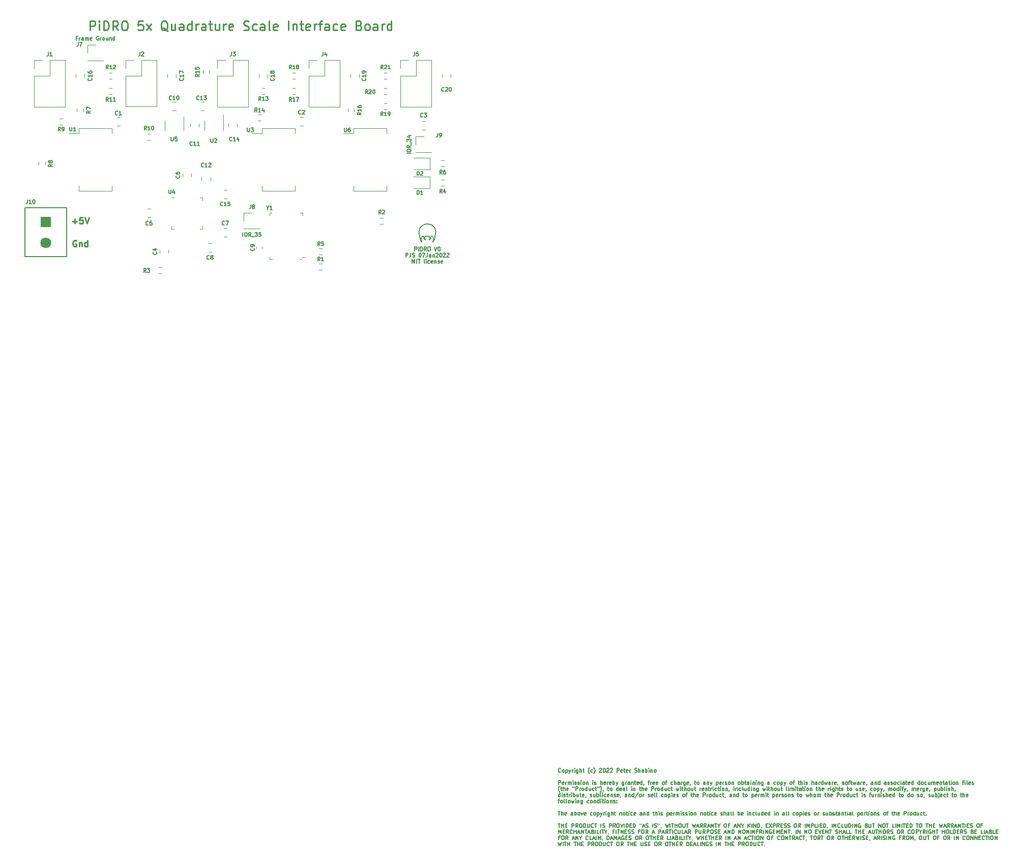
<source format=gbr>
%TF.GenerationSoftware,KiCad,Pcbnew,(6.0.0)*%
%TF.CreationDate,2022-02-07T22:24:18-06:00*%
%TF.ProjectId,PiDRO_interface,50694452-4f5f-4696-9e74-657266616365,rev?*%
%TF.SameCoordinates,Original*%
%TF.FileFunction,Legend,Top*%
%TF.FilePolarity,Positive*%
%FSLAX46Y46*%
G04 Gerber Fmt 4.6, Leading zero omitted, Abs format (unit mm)*
G04 Created by KiCad (PCBNEW (6.0.0)) date 2022-02-07 22:24:18*
%MOMM*%
%LPD*%
G01*
G04 APERTURE LIST*
%ADD10C,0.158750*%
%ADD11C,0.254000*%
%ADD12C,0.150000*%
%ADD13C,0.120000*%
%ADD14C,0.100000*%
%ADD15C,0.177800*%
%ADD16C,1.800000*%
%ADD17R,1.800000X1.800000*%
G04 APERTURE END LIST*
D10*
X180322235Y-167819160D02*
X180291997Y-167849398D01*
X180201282Y-167879636D01*
X180140806Y-167879636D01*
X180050092Y-167849398D01*
X179989616Y-167788922D01*
X179959377Y-167728446D01*
X179929139Y-167607494D01*
X179929139Y-167516779D01*
X179959377Y-167395827D01*
X179989616Y-167335351D01*
X180050092Y-167274875D01*
X180140806Y-167244636D01*
X180201282Y-167244636D01*
X180291997Y-167274875D01*
X180322235Y-167305113D01*
X180685092Y-167879636D02*
X180624616Y-167849398D01*
X180594377Y-167819160D01*
X180564139Y-167758684D01*
X180564139Y-167577255D01*
X180594377Y-167516779D01*
X180624616Y-167486541D01*
X180685092Y-167456303D01*
X180775806Y-167456303D01*
X180836282Y-167486541D01*
X180866520Y-167516779D01*
X180896758Y-167577255D01*
X180896758Y-167758684D01*
X180866520Y-167819160D01*
X180836282Y-167849398D01*
X180775806Y-167879636D01*
X180685092Y-167879636D01*
X181168901Y-167456303D02*
X181168901Y-168091303D01*
X181168901Y-167486541D02*
X181229377Y-167456303D01*
X181350330Y-167456303D01*
X181410806Y-167486541D01*
X181441044Y-167516779D01*
X181471282Y-167577255D01*
X181471282Y-167758684D01*
X181441044Y-167819160D01*
X181410806Y-167849398D01*
X181350330Y-167879636D01*
X181229377Y-167879636D01*
X181168901Y-167849398D01*
X181682949Y-167456303D02*
X181834139Y-167879636D01*
X181985330Y-167456303D02*
X181834139Y-167879636D01*
X181773663Y-168030827D01*
X181743425Y-168061065D01*
X181682949Y-168091303D01*
X182227235Y-167879636D02*
X182227235Y-167456303D01*
X182227235Y-167577255D02*
X182257473Y-167516779D01*
X182287711Y-167486541D01*
X182348187Y-167456303D01*
X182408663Y-167456303D01*
X182620330Y-167879636D02*
X182620330Y-167456303D01*
X182620330Y-167244636D02*
X182590092Y-167274875D01*
X182620330Y-167305113D01*
X182650568Y-167274875D01*
X182620330Y-167244636D01*
X182620330Y-167305113D01*
X183194854Y-167456303D02*
X183194854Y-167970351D01*
X183164616Y-168030827D01*
X183134377Y-168061065D01*
X183073901Y-168091303D01*
X182983187Y-168091303D01*
X182922711Y-168061065D01*
X183194854Y-167849398D02*
X183134377Y-167879636D01*
X183013425Y-167879636D01*
X182952949Y-167849398D01*
X182922711Y-167819160D01*
X182892473Y-167758684D01*
X182892473Y-167577255D01*
X182922711Y-167516779D01*
X182952949Y-167486541D01*
X183013425Y-167456303D01*
X183134377Y-167456303D01*
X183194854Y-167486541D01*
X183497235Y-167879636D02*
X183497235Y-167244636D01*
X183769377Y-167879636D02*
X183769377Y-167547017D01*
X183739139Y-167486541D01*
X183678663Y-167456303D01*
X183587949Y-167456303D01*
X183527473Y-167486541D01*
X183497235Y-167516779D01*
X183981044Y-167456303D02*
X184222949Y-167456303D01*
X184071758Y-167244636D02*
X184071758Y-167788922D01*
X184101997Y-167849398D01*
X184162473Y-167879636D01*
X184222949Y-167879636D01*
X185099854Y-168121541D02*
X185069616Y-168091303D01*
X185009139Y-168000589D01*
X184978901Y-167940113D01*
X184948663Y-167849398D01*
X184918425Y-167698208D01*
X184918425Y-167577255D01*
X184948663Y-167426065D01*
X184978901Y-167335351D01*
X185009139Y-167274875D01*
X185069616Y-167184160D01*
X185099854Y-167153922D01*
X185613901Y-167849398D02*
X185553425Y-167879636D01*
X185432473Y-167879636D01*
X185371997Y-167849398D01*
X185341758Y-167819160D01*
X185311520Y-167758684D01*
X185311520Y-167577255D01*
X185341758Y-167516779D01*
X185371997Y-167486541D01*
X185432473Y-167456303D01*
X185553425Y-167456303D01*
X185613901Y-167486541D01*
X185825568Y-168121541D02*
X185855806Y-168091303D01*
X185916282Y-168000589D01*
X185946520Y-167940113D01*
X185976758Y-167849398D01*
X186006997Y-167698208D01*
X186006997Y-167577255D01*
X185976758Y-167426065D01*
X185946520Y-167335351D01*
X185916282Y-167274875D01*
X185855806Y-167184160D01*
X185825568Y-167153922D01*
X186762949Y-167305113D02*
X186793187Y-167274875D01*
X186853663Y-167244636D01*
X187004854Y-167244636D01*
X187065330Y-167274875D01*
X187095568Y-167305113D01*
X187125806Y-167365589D01*
X187125806Y-167426065D01*
X187095568Y-167516779D01*
X186732711Y-167879636D01*
X187125806Y-167879636D01*
X187518901Y-167244636D02*
X187579377Y-167244636D01*
X187639854Y-167274875D01*
X187670092Y-167305113D01*
X187700330Y-167365589D01*
X187730568Y-167486541D01*
X187730568Y-167637732D01*
X187700330Y-167758684D01*
X187670092Y-167819160D01*
X187639854Y-167849398D01*
X187579377Y-167879636D01*
X187518901Y-167879636D01*
X187458425Y-167849398D01*
X187428187Y-167819160D01*
X187397949Y-167758684D01*
X187367711Y-167637732D01*
X187367711Y-167486541D01*
X187397949Y-167365589D01*
X187428187Y-167305113D01*
X187458425Y-167274875D01*
X187518901Y-167244636D01*
X187972473Y-167305113D02*
X188002711Y-167274875D01*
X188063187Y-167244636D01*
X188214377Y-167244636D01*
X188274854Y-167274875D01*
X188305092Y-167305113D01*
X188335330Y-167365589D01*
X188335330Y-167426065D01*
X188305092Y-167516779D01*
X187942235Y-167879636D01*
X188335330Y-167879636D01*
X188577235Y-167305113D02*
X188607473Y-167274875D01*
X188667949Y-167244636D01*
X188819139Y-167244636D01*
X188879616Y-167274875D01*
X188909854Y-167305113D01*
X188940092Y-167365589D01*
X188940092Y-167426065D01*
X188909854Y-167516779D01*
X188546997Y-167879636D01*
X188940092Y-167879636D01*
X189696044Y-167879636D02*
X189696044Y-167244636D01*
X189937949Y-167244636D01*
X189998425Y-167274875D01*
X190028663Y-167305113D01*
X190058901Y-167365589D01*
X190058901Y-167456303D01*
X190028663Y-167516779D01*
X189998425Y-167547017D01*
X189937949Y-167577255D01*
X189696044Y-167577255D01*
X190572949Y-167849398D02*
X190512473Y-167879636D01*
X190391520Y-167879636D01*
X190331044Y-167849398D01*
X190300806Y-167788922D01*
X190300806Y-167547017D01*
X190331044Y-167486541D01*
X190391520Y-167456303D01*
X190512473Y-167456303D01*
X190572949Y-167486541D01*
X190603187Y-167547017D01*
X190603187Y-167607494D01*
X190300806Y-167667970D01*
X190784616Y-167456303D02*
X191026520Y-167456303D01*
X190875330Y-167244636D02*
X190875330Y-167788922D01*
X190905568Y-167849398D01*
X190966044Y-167879636D01*
X191026520Y-167879636D01*
X191480092Y-167849398D02*
X191419616Y-167879636D01*
X191298663Y-167879636D01*
X191238187Y-167849398D01*
X191207949Y-167788922D01*
X191207949Y-167547017D01*
X191238187Y-167486541D01*
X191298663Y-167456303D01*
X191419616Y-167456303D01*
X191480092Y-167486541D01*
X191510330Y-167547017D01*
X191510330Y-167607494D01*
X191207949Y-167667970D01*
X191782473Y-167879636D02*
X191782473Y-167456303D01*
X191782473Y-167577255D02*
X191812711Y-167516779D01*
X191842949Y-167486541D01*
X191903425Y-167456303D01*
X191963901Y-167456303D01*
X192629139Y-167849398D02*
X192719854Y-167879636D01*
X192871044Y-167879636D01*
X192931520Y-167849398D01*
X192961758Y-167819160D01*
X192991997Y-167758684D01*
X192991997Y-167698208D01*
X192961758Y-167637732D01*
X192931520Y-167607494D01*
X192871044Y-167577255D01*
X192750092Y-167547017D01*
X192689616Y-167516779D01*
X192659377Y-167486541D01*
X192629139Y-167426065D01*
X192629139Y-167365589D01*
X192659377Y-167305113D01*
X192689616Y-167274875D01*
X192750092Y-167244636D01*
X192901282Y-167244636D01*
X192991997Y-167274875D01*
X193264139Y-167879636D02*
X193264139Y-167244636D01*
X193536282Y-167879636D02*
X193536282Y-167547017D01*
X193506044Y-167486541D01*
X193445568Y-167456303D01*
X193354854Y-167456303D01*
X193294377Y-167486541D01*
X193264139Y-167516779D01*
X194110806Y-167879636D02*
X194110806Y-167547017D01*
X194080568Y-167486541D01*
X194020092Y-167456303D01*
X193899139Y-167456303D01*
X193838663Y-167486541D01*
X194110806Y-167849398D02*
X194050330Y-167879636D01*
X193899139Y-167879636D01*
X193838663Y-167849398D01*
X193808425Y-167788922D01*
X193808425Y-167728446D01*
X193838663Y-167667970D01*
X193899139Y-167637732D01*
X194050330Y-167637732D01*
X194110806Y-167607494D01*
X194413187Y-167879636D02*
X194413187Y-167244636D01*
X194413187Y-167486541D02*
X194473663Y-167456303D01*
X194594616Y-167456303D01*
X194655092Y-167486541D01*
X194685330Y-167516779D01*
X194715568Y-167577255D01*
X194715568Y-167758684D01*
X194685330Y-167819160D01*
X194655092Y-167849398D01*
X194594616Y-167879636D01*
X194473663Y-167879636D01*
X194413187Y-167849398D01*
X194987711Y-167879636D02*
X194987711Y-167456303D01*
X194987711Y-167244636D02*
X194957473Y-167274875D01*
X194987711Y-167305113D01*
X195017949Y-167274875D01*
X194987711Y-167244636D01*
X194987711Y-167305113D01*
X195290092Y-167456303D02*
X195290092Y-167879636D01*
X195290092Y-167516779D02*
X195320330Y-167486541D01*
X195380806Y-167456303D01*
X195471520Y-167456303D01*
X195531997Y-167486541D01*
X195562235Y-167547017D01*
X195562235Y-167879636D01*
X195955330Y-167879636D02*
X195894854Y-167849398D01*
X195864616Y-167819160D01*
X195834377Y-167758684D01*
X195834377Y-167577255D01*
X195864616Y-167516779D01*
X195894854Y-167486541D01*
X195955330Y-167456303D01*
X196046044Y-167456303D01*
X196106520Y-167486541D01*
X196136758Y-167516779D01*
X196166997Y-167577255D01*
X196166997Y-167758684D01*
X196136758Y-167819160D01*
X196106520Y-167849398D01*
X196046044Y-167879636D01*
X195955330Y-167879636D01*
X179959377Y-169924336D02*
X179959377Y-169289336D01*
X180201282Y-169289336D01*
X180261758Y-169319575D01*
X180291997Y-169349813D01*
X180322235Y-169410289D01*
X180322235Y-169501003D01*
X180291997Y-169561479D01*
X180261758Y-169591717D01*
X180201282Y-169621955D01*
X179959377Y-169621955D01*
X180836282Y-169894098D02*
X180775806Y-169924336D01*
X180654854Y-169924336D01*
X180594377Y-169894098D01*
X180564139Y-169833622D01*
X180564139Y-169591717D01*
X180594377Y-169531241D01*
X180654854Y-169501003D01*
X180775806Y-169501003D01*
X180836282Y-169531241D01*
X180866520Y-169591717D01*
X180866520Y-169652194D01*
X180564139Y-169712670D01*
X181138663Y-169924336D02*
X181138663Y-169501003D01*
X181138663Y-169621955D02*
X181168901Y-169561479D01*
X181199139Y-169531241D01*
X181259616Y-169501003D01*
X181320092Y-169501003D01*
X181531758Y-169924336D02*
X181531758Y-169501003D01*
X181531758Y-169561479D02*
X181561997Y-169531241D01*
X181622473Y-169501003D01*
X181713187Y-169501003D01*
X181773663Y-169531241D01*
X181803901Y-169591717D01*
X181803901Y-169924336D01*
X181803901Y-169591717D02*
X181834139Y-169531241D01*
X181894616Y-169501003D01*
X181985330Y-169501003D01*
X182045806Y-169531241D01*
X182076044Y-169591717D01*
X182076044Y-169924336D01*
X182378425Y-169924336D02*
X182378425Y-169501003D01*
X182378425Y-169289336D02*
X182348187Y-169319575D01*
X182378425Y-169349813D01*
X182408663Y-169319575D01*
X182378425Y-169289336D01*
X182378425Y-169349813D01*
X182650568Y-169894098D02*
X182711044Y-169924336D01*
X182831997Y-169924336D01*
X182892473Y-169894098D01*
X182922711Y-169833622D01*
X182922711Y-169803384D01*
X182892473Y-169742908D01*
X182831997Y-169712670D01*
X182741282Y-169712670D01*
X182680806Y-169682432D01*
X182650568Y-169621955D01*
X182650568Y-169591717D01*
X182680806Y-169531241D01*
X182741282Y-169501003D01*
X182831997Y-169501003D01*
X182892473Y-169531241D01*
X183164616Y-169894098D02*
X183225092Y-169924336D01*
X183346044Y-169924336D01*
X183406520Y-169894098D01*
X183436758Y-169833622D01*
X183436758Y-169803384D01*
X183406520Y-169742908D01*
X183346044Y-169712670D01*
X183255330Y-169712670D01*
X183194854Y-169682432D01*
X183164616Y-169621955D01*
X183164616Y-169591717D01*
X183194854Y-169531241D01*
X183255330Y-169501003D01*
X183346044Y-169501003D01*
X183406520Y-169531241D01*
X183708901Y-169924336D02*
X183708901Y-169501003D01*
X183708901Y-169289336D02*
X183678663Y-169319575D01*
X183708901Y-169349813D01*
X183739139Y-169319575D01*
X183708901Y-169289336D01*
X183708901Y-169349813D01*
X184101997Y-169924336D02*
X184041520Y-169894098D01*
X184011282Y-169863860D01*
X183981044Y-169803384D01*
X183981044Y-169621955D01*
X184011282Y-169561479D01*
X184041520Y-169531241D01*
X184101997Y-169501003D01*
X184192711Y-169501003D01*
X184253187Y-169531241D01*
X184283425Y-169561479D01*
X184313663Y-169621955D01*
X184313663Y-169803384D01*
X184283425Y-169863860D01*
X184253187Y-169894098D01*
X184192711Y-169924336D01*
X184101997Y-169924336D01*
X184585806Y-169501003D02*
X184585806Y-169924336D01*
X184585806Y-169561479D02*
X184616044Y-169531241D01*
X184676520Y-169501003D01*
X184767235Y-169501003D01*
X184827711Y-169531241D01*
X184857949Y-169591717D01*
X184857949Y-169924336D01*
X185644139Y-169924336D02*
X185644139Y-169501003D01*
X185644139Y-169289336D02*
X185613901Y-169319575D01*
X185644139Y-169349813D01*
X185674377Y-169319575D01*
X185644139Y-169289336D01*
X185644139Y-169349813D01*
X185916282Y-169894098D02*
X185976758Y-169924336D01*
X186097711Y-169924336D01*
X186158187Y-169894098D01*
X186188425Y-169833622D01*
X186188425Y-169803384D01*
X186158187Y-169742908D01*
X186097711Y-169712670D01*
X186006997Y-169712670D01*
X185946520Y-169682432D01*
X185916282Y-169621955D01*
X185916282Y-169591717D01*
X185946520Y-169531241D01*
X186006997Y-169501003D01*
X186097711Y-169501003D01*
X186158187Y-169531241D01*
X186944377Y-169924336D02*
X186944377Y-169289336D01*
X187216520Y-169924336D02*
X187216520Y-169591717D01*
X187186282Y-169531241D01*
X187125806Y-169501003D01*
X187035092Y-169501003D01*
X186974616Y-169531241D01*
X186944377Y-169561479D01*
X187760806Y-169894098D02*
X187700330Y-169924336D01*
X187579377Y-169924336D01*
X187518901Y-169894098D01*
X187488663Y-169833622D01*
X187488663Y-169591717D01*
X187518901Y-169531241D01*
X187579377Y-169501003D01*
X187700330Y-169501003D01*
X187760806Y-169531241D01*
X187791044Y-169591717D01*
X187791044Y-169652194D01*
X187488663Y-169712670D01*
X188063187Y-169924336D02*
X188063187Y-169501003D01*
X188063187Y-169621955D02*
X188093425Y-169561479D01*
X188123663Y-169531241D01*
X188184139Y-169501003D01*
X188244616Y-169501003D01*
X188698187Y-169894098D02*
X188637711Y-169924336D01*
X188516758Y-169924336D01*
X188456282Y-169894098D01*
X188426044Y-169833622D01*
X188426044Y-169591717D01*
X188456282Y-169531241D01*
X188516758Y-169501003D01*
X188637711Y-169501003D01*
X188698187Y-169531241D01*
X188728425Y-169591717D01*
X188728425Y-169652194D01*
X188426044Y-169712670D01*
X189000568Y-169924336D02*
X189000568Y-169289336D01*
X189000568Y-169531241D02*
X189061044Y-169501003D01*
X189181997Y-169501003D01*
X189242473Y-169531241D01*
X189272711Y-169561479D01*
X189302949Y-169621955D01*
X189302949Y-169803384D01*
X189272711Y-169863860D01*
X189242473Y-169894098D01*
X189181997Y-169924336D01*
X189061044Y-169924336D01*
X189000568Y-169894098D01*
X189514616Y-169501003D02*
X189665806Y-169924336D01*
X189816997Y-169501003D02*
X189665806Y-169924336D01*
X189605330Y-170075527D01*
X189575092Y-170105765D01*
X189514616Y-170136003D01*
X190814854Y-169501003D02*
X190814854Y-170015051D01*
X190784616Y-170075527D01*
X190754377Y-170105765D01*
X190693901Y-170136003D01*
X190603187Y-170136003D01*
X190542711Y-170105765D01*
X190814854Y-169894098D02*
X190754377Y-169924336D01*
X190633425Y-169924336D01*
X190572949Y-169894098D01*
X190542711Y-169863860D01*
X190512473Y-169803384D01*
X190512473Y-169621955D01*
X190542711Y-169561479D01*
X190572949Y-169531241D01*
X190633425Y-169501003D01*
X190754377Y-169501003D01*
X190814854Y-169531241D01*
X191117235Y-169924336D02*
X191117235Y-169501003D01*
X191117235Y-169621955D02*
X191147473Y-169561479D01*
X191177711Y-169531241D01*
X191238187Y-169501003D01*
X191298663Y-169501003D01*
X191782473Y-169924336D02*
X191782473Y-169591717D01*
X191752235Y-169531241D01*
X191691758Y-169501003D01*
X191570806Y-169501003D01*
X191510330Y-169531241D01*
X191782473Y-169894098D02*
X191721997Y-169924336D01*
X191570806Y-169924336D01*
X191510330Y-169894098D01*
X191480092Y-169833622D01*
X191480092Y-169773146D01*
X191510330Y-169712670D01*
X191570806Y-169682432D01*
X191721997Y-169682432D01*
X191782473Y-169652194D01*
X192084854Y-169501003D02*
X192084854Y-169924336D01*
X192084854Y-169561479D02*
X192115092Y-169531241D01*
X192175568Y-169501003D01*
X192266282Y-169501003D01*
X192326758Y-169531241D01*
X192356997Y-169591717D01*
X192356997Y-169924336D01*
X192568663Y-169501003D02*
X192810568Y-169501003D01*
X192659377Y-169289336D02*
X192659377Y-169833622D01*
X192689616Y-169894098D01*
X192750092Y-169924336D01*
X192810568Y-169924336D01*
X193264139Y-169894098D02*
X193203663Y-169924336D01*
X193082711Y-169924336D01*
X193022235Y-169894098D01*
X192991997Y-169833622D01*
X192991997Y-169591717D01*
X193022235Y-169531241D01*
X193082711Y-169501003D01*
X193203663Y-169501003D01*
X193264139Y-169531241D01*
X193294377Y-169591717D01*
X193294377Y-169652194D01*
X192991997Y-169712670D01*
X193838663Y-169924336D02*
X193838663Y-169289336D01*
X193838663Y-169894098D02*
X193778187Y-169924336D01*
X193657235Y-169924336D01*
X193596758Y-169894098D01*
X193566520Y-169863860D01*
X193536282Y-169803384D01*
X193536282Y-169621955D01*
X193566520Y-169561479D01*
X193596758Y-169531241D01*
X193657235Y-169501003D01*
X193778187Y-169501003D01*
X193838663Y-169531241D01*
X194171282Y-169894098D02*
X194171282Y-169924336D01*
X194141044Y-169984813D01*
X194110806Y-170015051D01*
X194836520Y-169501003D02*
X195078425Y-169501003D01*
X194927235Y-169924336D02*
X194927235Y-169380051D01*
X194957473Y-169319575D01*
X195017949Y-169289336D01*
X195078425Y-169289336D01*
X195290092Y-169924336D02*
X195290092Y-169501003D01*
X195290092Y-169621955D02*
X195320330Y-169561479D01*
X195350568Y-169531241D01*
X195411044Y-169501003D01*
X195471520Y-169501003D01*
X195925092Y-169894098D02*
X195864616Y-169924336D01*
X195743663Y-169924336D01*
X195683187Y-169894098D01*
X195652949Y-169833622D01*
X195652949Y-169591717D01*
X195683187Y-169531241D01*
X195743663Y-169501003D01*
X195864616Y-169501003D01*
X195925092Y-169531241D01*
X195955330Y-169591717D01*
X195955330Y-169652194D01*
X195652949Y-169712670D01*
X196469377Y-169894098D02*
X196408901Y-169924336D01*
X196287949Y-169924336D01*
X196227473Y-169894098D01*
X196197235Y-169833622D01*
X196197235Y-169591717D01*
X196227473Y-169531241D01*
X196287949Y-169501003D01*
X196408901Y-169501003D01*
X196469377Y-169531241D01*
X196499616Y-169591717D01*
X196499616Y-169652194D01*
X196197235Y-169712670D01*
X197346282Y-169924336D02*
X197285806Y-169894098D01*
X197255568Y-169863860D01*
X197225330Y-169803384D01*
X197225330Y-169621955D01*
X197255568Y-169561479D01*
X197285806Y-169531241D01*
X197346282Y-169501003D01*
X197436997Y-169501003D01*
X197497473Y-169531241D01*
X197527711Y-169561479D01*
X197557949Y-169621955D01*
X197557949Y-169803384D01*
X197527711Y-169863860D01*
X197497473Y-169894098D01*
X197436997Y-169924336D01*
X197346282Y-169924336D01*
X197739377Y-169501003D02*
X197981282Y-169501003D01*
X197830092Y-169924336D02*
X197830092Y-169380051D01*
X197860330Y-169319575D01*
X197920806Y-169289336D01*
X197981282Y-169289336D01*
X198948901Y-169894098D02*
X198888425Y-169924336D01*
X198767473Y-169924336D01*
X198706997Y-169894098D01*
X198676758Y-169863860D01*
X198646520Y-169803384D01*
X198646520Y-169621955D01*
X198676758Y-169561479D01*
X198706997Y-169531241D01*
X198767473Y-169501003D01*
X198888425Y-169501003D01*
X198948901Y-169531241D01*
X199221044Y-169924336D02*
X199221044Y-169289336D01*
X199493187Y-169924336D02*
X199493187Y-169591717D01*
X199462949Y-169531241D01*
X199402473Y-169501003D01*
X199311758Y-169501003D01*
X199251282Y-169531241D01*
X199221044Y-169561479D01*
X200067711Y-169924336D02*
X200067711Y-169591717D01*
X200037473Y-169531241D01*
X199976997Y-169501003D01*
X199856044Y-169501003D01*
X199795568Y-169531241D01*
X200067711Y-169894098D02*
X200007235Y-169924336D01*
X199856044Y-169924336D01*
X199795568Y-169894098D01*
X199765330Y-169833622D01*
X199765330Y-169773146D01*
X199795568Y-169712670D01*
X199856044Y-169682432D01*
X200007235Y-169682432D01*
X200067711Y-169652194D01*
X200370092Y-169924336D02*
X200370092Y-169501003D01*
X200370092Y-169621955D02*
X200400330Y-169561479D01*
X200430568Y-169531241D01*
X200491044Y-169501003D01*
X200551520Y-169501003D01*
X201035330Y-169501003D02*
X201035330Y-170015051D01*
X201005092Y-170075527D01*
X200974854Y-170105765D01*
X200914377Y-170136003D01*
X200823663Y-170136003D01*
X200763187Y-170105765D01*
X201035330Y-169894098D02*
X200974854Y-169924336D01*
X200853901Y-169924336D01*
X200793425Y-169894098D01*
X200763187Y-169863860D01*
X200732949Y-169803384D01*
X200732949Y-169621955D01*
X200763187Y-169561479D01*
X200793425Y-169531241D01*
X200853901Y-169501003D01*
X200974854Y-169501003D01*
X201035330Y-169531241D01*
X201579616Y-169894098D02*
X201519139Y-169924336D01*
X201398187Y-169924336D01*
X201337711Y-169894098D01*
X201307473Y-169833622D01*
X201307473Y-169591717D01*
X201337711Y-169531241D01*
X201398187Y-169501003D01*
X201519139Y-169501003D01*
X201579616Y-169531241D01*
X201609854Y-169591717D01*
X201609854Y-169652194D01*
X201307473Y-169712670D01*
X201912235Y-169894098D02*
X201912235Y-169924336D01*
X201881997Y-169984813D01*
X201851758Y-170015051D01*
X202577473Y-169501003D02*
X202819377Y-169501003D01*
X202668187Y-169289336D02*
X202668187Y-169833622D01*
X202698425Y-169894098D01*
X202758901Y-169924336D01*
X202819377Y-169924336D01*
X203121758Y-169924336D02*
X203061282Y-169894098D01*
X203031044Y-169863860D01*
X203000806Y-169803384D01*
X203000806Y-169621955D01*
X203031044Y-169561479D01*
X203061282Y-169531241D01*
X203121758Y-169501003D01*
X203212473Y-169501003D01*
X203272949Y-169531241D01*
X203303187Y-169561479D01*
X203333425Y-169621955D01*
X203333425Y-169803384D01*
X203303187Y-169863860D01*
X203272949Y-169894098D01*
X203212473Y-169924336D01*
X203121758Y-169924336D01*
X204361520Y-169924336D02*
X204361520Y-169591717D01*
X204331282Y-169531241D01*
X204270806Y-169501003D01*
X204149854Y-169501003D01*
X204089377Y-169531241D01*
X204361520Y-169894098D02*
X204301044Y-169924336D01*
X204149854Y-169924336D01*
X204089377Y-169894098D01*
X204059139Y-169833622D01*
X204059139Y-169773146D01*
X204089377Y-169712670D01*
X204149854Y-169682432D01*
X204301044Y-169682432D01*
X204361520Y-169652194D01*
X204663901Y-169501003D02*
X204663901Y-169924336D01*
X204663901Y-169561479D02*
X204694139Y-169531241D01*
X204754616Y-169501003D01*
X204845330Y-169501003D01*
X204905806Y-169531241D01*
X204936044Y-169591717D01*
X204936044Y-169924336D01*
X205177949Y-169501003D02*
X205329139Y-169924336D01*
X205480330Y-169501003D02*
X205329139Y-169924336D01*
X205268663Y-170075527D01*
X205238425Y-170105765D01*
X205177949Y-170136003D01*
X206206044Y-169501003D02*
X206206044Y-170136003D01*
X206206044Y-169531241D02*
X206266520Y-169501003D01*
X206387473Y-169501003D01*
X206447949Y-169531241D01*
X206478187Y-169561479D01*
X206508425Y-169621955D01*
X206508425Y-169803384D01*
X206478187Y-169863860D01*
X206447949Y-169894098D01*
X206387473Y-169924336D01*
X206266520Y-169924336D01*
X206206044Y-169894098D01*
X207022473Y-169894098D02*
X206961997Y-169924336D01*
X206841044Y-169924336D01*
X206780568Y-169894098D01*
X206750330Y-169833622D01*
X206750330Y-169591717D01*
X206780568Y-169531241D01*
X206841044Y-169501003D01*
X206961997Y-169501003D01*
X207022473Y-169531241D01*
X207052711Y-169591717D01*
X207052711Y-169652194D01*
X206750330Y-169712670D01*
X207324854Y-169924336D02*
X207324854Y-169501003D01*
X207324854Y-169621955D02*
X207355092Y-169561479D01*
X207385330Y-169531241D01*
X207445806Y-169501003D01*
X207506282Y-169501003D01*
X207687711Y-169894098D02*
X207748187Y-169924336D01*
X207869139Y-169924336D01*
X207929616Y-169894098D01*
X207959854Y-169833622D01*
X207959854Y-169803384D01*
X207929616Y-169742908D01*
X207869139Y-169712670D01*
X207778425Y-169712670D01*
X207717949Y-169682432D01*
X207687711Y-169621955D01*
X207687711Y-169591717D01*
X207717949Y-169531241D01*
X207778425Y-169501003D01*
X207869139Y-169501003D01*
X207929616Y-169531241D01*
X208322711Y-169924336D02*
X208262235Y-169894098D01*
X208231997Y-169863860D01*
X208201758Y-169803384D01*
X208201758Y-169621955D01*
X208231997Y-169561479D01*
X208262235Y-169531241D01*
X208322711Y-169501003D01*
X208413425Y-169501003D01*
X208473901Y-169531241D01*
X208504139Y-169561479D01*
X208534377Y-169621955D01*
X208534377Y-169803384D01*
X208504139Y-169863860D01*
X208473901Y-169894098D01*
X208413425Y-169924336D01*
X208322711Y-169924336D01*
X208806520Y-169501003D02*
X208806520Y-169924336D01*
X208806520Y-169561479D02*
X208836758Y-169531241D01*
X208897235Y-169501003D01*
X208987949Y-169501003D01*
X209048425Y-169531241D01*
X209078663Y-169591717D01*
X209078663Y-169924336D01*
X209955568Y-169924336D02*
X209895092Y-169894098D01*
X209864854Y-169863860D01*
X209834616Y-169803384D01*
X209834616Y-169621955D01*
X209864854Y-169561479D01*
X209895092Y-169531241D01*
X209955568Y-169501003D01*
X210046282Y-169501003D01*
X210106758Y-169531241D01*
X210136997Y-169561479D01*
X210167235Y-169621955D01*
X210167235Y-169803384D01*
X210136997Y-169863860D01*
X210106758Y-169894098D01*
X210046282Y-169924336D01*
X209955568Y-169924336D01*
X210439377Y-169924336D02*
X210439377Y-169289336D01*
X210439377Y-169531241D02*
X210499854Y-169501003D01*
X210620806Y-169501003D01*
X210681282Y-169531241D01*
X210711520Y-169561479D01*
X210741758Y-169621955D01*
X210741758Y-169803384D01*
X210711520Y-169863860D01*
X210681282Y-169894098D01*
X210620806Y-169924336D01*
X210499854Y-169924336D01*
X210439377Y-169894098D01*
X210923187Y-169501003D02*
X211165092Y-169501003D01*
X211013901Y-169289336D02*
X211013901Y-169833622D01*
X211044139Y-169894098D01*
X211104616Y-169924336D01*
X211165092Y-169924336D01*
X211648901Y-169924336D02*
X211648901Y-169591717D01*
X211618663Y-169531241D01*
X211558187Y-169501003D01*
X211437235Y-169501003D01*
X211376758Y-169531241D01*
X211648901Y-169894098D02*
X211588425Y-169924336D01*
X211437235Y-169924336D01*
X211376758Y-169894098D01*
X211346520Y-169833622D01*
X211346520Y-169773146D01*
X211376758Y-169712670D01*
X211437235Y-169682432D01*
X211588425Y-169682432D01*
X211648901Y-169652194D01*
X211951282Y-169924336D02*
X211951282Y-169501003D01*
X211951282Y-169289336D02*
X211921044Y-169319575D01*
X211951282Y-169349813D01*
X211981520Y-169319575D01*
X211951282Y-169289336D01*
X211951282Y-169349813D01*
X212253663Y-169501003D02*
X212253663Y-169924336D01*
X212253663Y-169561479D02*
X212283901Y-169531241D01*
X212344377Y-169501003D01*
X212435092Y-169501003D01*
X212495568Y-169531241D01*
X212525806Y-169591717D01*
X212525806Y-169924336D01*
X212828187Y-169924336D02*
X212828187Y-169501003D01*
X212828187Y-169289336D02*
X212797949Y-169319575D01*
X212828187Y-169349813D01*
X212858425Y-169319575D01*
X212828187Y-169289336D01*
X212828187Y-169349813D01*
X213130568Y-169501003D02*
X213130568Y-169924336D01*
X213130568Y-169561479D02*
X213160806Y-169531241D01*
X213221282Y-169501003D01*
X213311997Y-169501003D01*
X213372473Y-169531241D01*
X213402711Y-169591717D01*
X213402711Y-169924336D01*
X213977235Y-169501003D02*
X213977235Y-170015051D01*
X213946997Y-170075527D01*
X213916758Y-170105765D01*
X213856282Y-170136003D01*
X213765568Y-170136003D01*
X213705092Y-170105765D01*
X213977235Y-169894098D02*
X213916758Y-169924336D01*
X213795806Y-169924336D01*
X213735330Y-169894098D01*
X213705092Y-169863860D01*
X213674854Y-169803384D01*
X213674854Y-169621955D01*
X213705092Y-169561479D01*
X213735330Y-169531241D01*
X213795806Y-169501003D01*
X213916758Y-169501003D01*
X213977235Y-169531241D01*
X215035568Y-169924336D02*
X215035568Y-169591717D01*
X215005330Y-169531241D01*
X214944854Y-169501003D01*
X214823901Y-169501003D01*
X214763425Y-169531241D01*
X215035568Y-169894098D02*
X214975092Y-169924336D01*
X214823901Y-169924336D01*
X214763425Y-169894098D01*
X214733187Y-169833622D01*
X214733187Y-169773146D01*
X214763425Y-169712670D01*
X214823901Y-169682432D01*
X214975092Y-169682432D01*
X215035568Y-169652194D01*
X216093901Y-169894098D02*
X216033425Y-169924336D01*
X215912473Y-169924336D01*
X215851997Y-169894098D01*
X215821758Y-169863860D01*
X215791520Y-169803384D01*
X215791520Y-169621955D01*
X215821758Y-169561479D01*
X215851997Y-169531241D01*
X215912473Y-169501003D01*
X216033425Y-169501003D01*
X216093901Y-169531241D01*
X216456758Y-169924336D02*
X216396282Y-169894098D01*
X216366044Y-169863860D01*
X216335806Y-169803384D01*
X216335806Y-169621955D01*
X216366044Y-169561479D01*
X216396282Y-169531241D01*
X216456758Y-169501003D01*
X216547473Y-169501003D01*
X216607949Y-169531241D01*
X216638187Y-169561479D01*
X216668425Y-169621955D01*
X216668425Y-169803384D01*
X216638187Y-169863860D01*
X216607949Y-169894098D01*
X216547473Y-169924336D01*
X216456758Y-169924336D01*
X216940568Y-169501003D02*
X216940568Y-170136003D01*
X216940568Y-169531241D02*
X217001044Y-169501003D01*
X217121997Y-169501003D01*
X217182473Y-169531241D01*
X217212711Y-169561479D01*
X217242949Y-169621955D01*
X217242949Y-169803384D01*
X217212711Y-169863860D01*
X217182473Y-169894098D01*
X217121997Y-169924336D01*
X217001044Y-169924336D01*
X216940568Y-169894098D01*
X217454616Y-169501003D02*
X217605806Y-169924336D01*
X217756997Y-169501003D02*
X217605806Y-169924336D01*
X217545330Y-170075527D01*
X217515092Y-170105765D01*
X217454616Y-170136003D01*
X218573425Y-169924336D02*
X218512949Y-169894098D01*
X218482711Y-169863860D01*
X218452473Y-169803384D01*
X218452473Y-169621955D01*
X218482711Y-169561479D01*
X218512949Y-169531241D01*
X218573425Y-169501003D01*
X218664139Y-169501003D01*
X218724616Y-169531241D01*
X218754854Y-169561479D01*
X218785092Y-169621955D01*
X218785092Y-169803384D01*
X218754854Y-169863860D01*
X218724616Y-169894098D01*
X218664139Y-169924336D01*
X218573425Y-169924336D01*
X218966520Y-169501003D02*
X219208425Y-169501003D01*
X219057235Y-169924336D02*
X219057235Y-169380051D01*
X219087473Y-169319575D01*
X219147949Y-169289336D01*
X219208425Y-169289336D01*
X219813187Y-169501003D02*
X220055092Y-169501003D01*
X219903901Y-169289336D02*
X219903901Y-169833622D01*
X219934139Y-169894098D01*
X219994616Y-169924336D01*
X220055092Y-169924336D01*
X220266758Y-169924336D02*
X220266758Y-169289336D01*
X220538901Y-169924336D02*
X220538901Y-169591717D01*
X220508663Y-169531241D01*
X220448187Y-169501003D01*
X220357473Y-169501003D01*
X220296997Y-169531241D01*
X220266758Y-169561479D01*
X220841282Y-169924336D02*
X220841282Y-169501003D01*
X220841282Y-169289336D02*
X220811044Y-169319575D01*
X220841282Y-169349813D01*
X220871520Y-169319575D01*
X220841282Y-169289336D01*
X220841282Y-169349813D01*
X221113425Y-169894098D02*
X221173901Y-169924336D01*
X221294854Y-169924336D01*
X221355330Y-169894098D01*
X221385568Y-169833622D01*
X221385568Y-169803384D01*
X221355330Y-169742908D01*
X221294854Y-169712670D01*
X221204139Y-169712670D01*
X221143663Y-169682432D01*
X221113425Y-169621955D01*
X221113425Y-169591717D01*
X221143663Y-169531241D01*
X221204139Y-169501003D01*
X221294854Y-169501003D01*
X221355330Y-169531241D01*
X222141520Y-169924336D02*
X222141520Y-169289336D01*
X222413663Y-169924336D02*
X222413663Y-169591717D01*
X222383425Y-169531241D01*
X222322949Y-169501003D01*
X222232235Y-169501003D01*
X222171758Y-169531241D01*
X222141520Y-169561479D01*
X222988187Y-169924336D02*
X222988187Y-169591717D01*
X222957949Y-169531241D01*
X222897473Y-169501003D01*
X222776520Y-169501003D01*
X222716044Y-169531241D01*
X222988187Y-169894098D02*
X222927711Y-169924336D01*
X222776520Y-169924336D01*
X222716044Y-169894098D01*
X222685806Y-169833622D01*
X222685806Y-169773146D01*
X222716044Y-169712670D01*
X222776520Y-169682432D01*
X222927711Y-169682432D01*
X222988187Y-169652194D01*
X223290568Y-169924336D02*
X223290568Y-169501003D01*
X223290568Y-169621955D02*
X223320806Y-169561479D01*
X223351044Y-169531241D01*
X223411520Y-169501003D01*
X223471997Y-169501003D01*
X223955806Y-169924336D02*
X223955806Y-169289336D01*
X223955806Y-169894098D02*
X223895330Y-169924336D01*
X223774377Y-169924336D01*
X223713901Y-169894098D01*
X223683663Y-169863860D01*
X223653425Y-169803384D01*
X223653425Y-169621955D01*
X223683663Y-169561479D01*
X223713901Y-169531241D01*
X223774377Y-169501003D01*
X223895330Y-169501003D01*
X223955806Y-169531241D01*
X224197711Y-169501003D02*
X224318663Y-169924336D01*
X224439616Y-169621955D01*
X224560568Y-169924336D01*
X224681520Y-169501003D01*
X225195568Y-169924336D02*
X225195568Y-169591717D01*
X225165330Y-169531241D01*
X225104854Y-169501003D01*
X224983901Y-169501003D01*
X224923425Y-169531241D01*
X225195568Y-169894098D02*
X225135092Y-169924336D01*
X224983901Y-169924336D01*
X224923425Y-169894098D01*
X224893187Y-169833622D01*
X224893187Y-169773146D01*
X224923425Y-169712670D01*
X224983901Y-169682432D01*
X225135092Y-169682432D01*
X225195568Y-169652194D01*
X225497949Y-169924336D02*
X225497949Y-169501003D01*
X225497949Y-169621955D02*
X225528187Y-169561479D01*
X225558425Y-169531241D01*
X225618901Y-169501003D01*
X225679377Y-169501003D01*
X226132949Y-169894098D02*
X226072473Y-169924336D01*
X225951520Y-169924336D01*
X225891044Y-169894098D01*
X225860806Y-169833622D01*
X225860806Y-169591717D01*
X225891044Y-169531241D01*
X225951520Y-169501003D01*
X226072473Y-169501003D01*
X226132949Y-169531241D01*
X226163187Y-169591717D01*
X226163187Y-169652194D01*
X225860806Y-169712670D01*
X226465568Y-169894098D02*
X226465568Y-169924336D01*
X226435330Y-169984813D01*
X226405092Y-170015051D01*
X227191282Y-169894098D02*
X227251758Y-169924336D01*
X227372711Y-169924336D01*
X227433187Y-169894098D01*
X227463425Y-169833622D01*
X227463425Y-169803384D01*
X227433187Y-169742908D01*
X227372711Y-169712670D01*
X227281997Y-169712670D01*
X227221520Y-169682432D01*
X227191282Y-169621955D01*
X227191282Y-169591717D01*
X227221520Y-169531241D01*
X227281997Y-169501003D01*
X227372711Y-169501003D01*
X227433187Y-169531241D01*
X227826282Y-169924336D02*
X227765806Y-169894098D01*
X227735568Y-169863860D01*
X227705330Y-169803384D01*
X227705330Y-169621955D01*
X227735568Y-169561479D01*
X227765806Y-169531241D01*
X227826282Y-169501003D01*
X227916997Y-169501003D01*
X227977473Y-169531241D01*
X228007711Y-169561479D01*
X228037949Y-169621955D01*
X228037949Y-169803384D01*
X228007711Y-169863860D01*
X227977473Y-169894098D01*
X227916997Y-169924336D01*
X227826282Y-169924336D01*
X228219377Y-169501003D02*
X228461282Y-169501003D01*
X228310092Y-169924336D02*
X228310092Y-169380051D01*
X228340330Y-169319575D01*
X228400806Y-169289336D01*
X228461282Y-169289336D01*
X228582235Y-169501003D02*
X228824139Y-169501003D01*
X228672949Y-169289336D02*
X228672949Y-169833622D01*
X228703187Y-169894098D01*
X228763663Y-169924336D01*
X228824139Y-169924336D01*
X228975330Y-169501003D02*
X229096282Y-169924336D01*
X229217235Y-169621955D01*
X229338187Y-169924336D01*
X229459139Y-169501003D01*
X229973187Y-169924336D02*
X229973187Y-169591717D01*
X229942949Y-169531241D01*
X229882473Y-169501003D01*
X229761520Y-169501003D01*
X229701044Y-169531241D01*
X229973187Y-169894098D02*
X229912711Y-169924336D01*
X229761520Y-169924336D01*
X229701044Y-169894098D01*
X229670806Y-169833622D01*
X229670806Y-169773146D01*
X229701044Y-169712670D01*
X229761520Y-169682432D01*
X229912711Y-169682432D01*
X229973187Y-169652194D01*
X230275568Y-169924336D02*
X230275568Y-169501003D01*
X230275568Y-169621955D02*
X230305806Y-169561479D01*
X230336044Y-169531241D01*
X230396520Y-169501003D01*
X230456997Y-169501003D01*
X230910568Y-169894098D02*
X230850092Y-169924336D01*
X230729139Y-169924336D01*
X230668663Y-169894098D01*
X230638425Y-169833622D01*
X230638425Y-169591717D01*
X230668663Y-169531241D01*
X230729139Y-169501003D01*
X230850092Y-169501003D01*
X230910568Y-169531241D01*
X230940806Y-169591717D01*
X230940806Y-169652194D01*
X230638425Y-169712670D01*
X231243187Y-169894098D02*
X231243187Y-169924336D01*
X231212949Y-169984813D01*
X231182711Y-170015051D01*
X232271282Y-169924336D02*
X232271282Y-169591717D01*
X232241044Y-169531241D01*
X232180568Y-169501003D01*
X232059616Y-169501003D01*
X231999139Y-169531241D01*
X232271282Y-169894098D02*
X232210806Y-169924336D01*
X232059616Y-169924336D01*
X231999139Y-169894098D01*
X231968901Y-169833622D01*
X231968901Y-169773146D01*
X231999139Y-169712670D01*
X232059616Y-169682432D01*
X232210806Y-169682432D01*
X232271282Y-169652194D01*
X232573663Y-169501003D02*
X232573663Y-169924336D01*
X232573663Y-169561479D02*
X232603901Y-169531241D01*
X232664377Y-169501003D01*
X232755092Y-169501003D01*
X232815568Y-169531241D01*
X232845806Y-169591717D01*
X232845806Y-169924336D01*
X233420330Y-169924336D02*
X233420330Y-169289336D01*
X233420330Y-169894098D02*
X233359854Y-169924336D01*
X233238901Y-169924336D01*
X233178425Y-169894098D01*
X233148187Y-169863860D01*
X233117949Y-169803384D01*
X233117949Y-169621955D01*
X233148187Y-169561479D01*
X233178425Y-169531241D01*
X233238901Y-169501003D01*
X233359854Y-169501003D01*
X233420330Y-169531241D01*
X234478663Y-169924336D02*
X234478663Y-169591717D01*
X234448425Y-169531241D01*
X234387949Y-169501003D01*
X234266997Y-169501003D01*
X234206520Y-169531241D01*
X234478663Y-169894098D02*
X234418187Y-169924336D01*
X234266997Y-169924336D01*
X234206520Y-169894098D01*
X234176282Y-169833622D01*
X234176282Y-169773146D01*
X234206520Y-169712670D01*
X234266997Y-169682432D01*
X234418187Y-169682432D01*
X234478663Y-169652194D01*
X234750806Y-169894098D02*
X234811282Y-169924336D01*
X234932235Y-169924336D01*
X234992711Y-169894098D01*
X235022949Y-169833622D01*
X235022949Y-169803384D01*
X234992711Y-169742908D01*
X234932235Y-169712670D01*
X234841520Y-169712670D01*
X234781044Y-169682432D01*
X234750806Y-169621955D01*
X234750806Y-169591717D01*
X234781044Y-169531241D01*
X234841520Y-169501003D01*
X234932235Y-169501003D01*
X234992711Y-169531241D01*
X235264854Y-169894098D02*
X235325330Y-169924336D01*
X235446282Y-169924336D01*
X235506758Y-169894098D01*
X235536997Y-169833622D01*
X235536997Y-169803384D01*
X235506758Y-169742908D01*
X235446282Y-169712670D01*
X235355568Y-169712670D01*
X235295092Y-169682432D01*
X235264854Y-169621955D01*
X235264854Y-169591717D01*
X235295092Y-169531241D01*
X235355568Y-169501003D01*
X235446282Y-169501003D01*
X235506758Y-169531241D01*
X235899854Y-169924336D02*
X235839377Y-169894098D01*
X235809139Y-169863860D01*
X235778901Y-169803384D01*
X235778901Y-169621955D01*
X235809139Y-169561479D01*
X235839377Y-169531241D01*
X235899854Y-169501003D01*
X235990568Y-169501003D01*
X236051044Y-169531241D01*
X236081282Y-169561479D01*
X236111520Y-169621955D01*
X236111520Y-169803384D01*
X236081282Y-169863860D01*
X236051044Y-169894098D01*
X235990568Y-169924336D01*
X235899854Y-169924336D01*
X236655806Y-169894098D02*
X236595330Y-169924336D01*
X236474377Y-169924336D01*
X236413901Y-169894098D01*
X236383663Y-169863860D01*
X236353425Y-169803384D01*
X236353425Y-169621955D01*
X236383663Y-169561479D01*
X236413901Y-169531241D01*
X236474377Y-169501003D01*
X236595330Y-169501003D01*
X236655806Y-169531241D01*
X236927949Y-169924336D02*
X236927949Y-169501003D01*
X236927949Y-169289336D02*
X236897711Y-169319575D01*
X236927949Y-169349813D01*
X236958187Y-169319575D01*
X236927949Y-169289336D01*
X236927949Y-169349813D01*
X237502473Y-169924336D02*
X237502473Y-169591717D01*
X237472235Y-169531241D01*
X237411758Y-169501003D01*
X237290806Y-169501003D01*
X237230330Y-169531241D01*
X237502473Y-169894098D02*
X237441997Y-169924336D01*
X237290806Y-169924336D01*
X237230330Y-169894098D01*
X237200092Y-169833622D01*
X237200092Y-169773146D01*
X237230330Y-169712670D01*
X237290806Y-169682432D01*
X237441997Y-169682432D01*
X237502473Y-169652194D01*
X237714139Y-169501003D02*
X237956044Y-169501003D01*
X237804854Y-169289336D02*
X237804854Y-169833622D01*
X237835092Y-169894098D01*
X237895568Y-169924336D01*
X237956044Y-169924336D01*
X238409616Y-169894098D02*
X238349139Y-169924336D01*
X238228187Y-169924336D01*
X238167711Y-169894098D01*
X238137473Y-169833622D01*
X238137473Y-169591717D01*
X238167711Y-169531241D01*
X238228187Y-169501003D01*
X238349139Y-169501003D01*
X238409616Y-169531241D01*
X238439854Y-169591717D01*
X238439854Y-169652194D01*
X238137473Y-169712670D01*
X238984139Y-169924336D02*
X238984139Y-169289336D01*
X238984139Y-169894098D02*
X238923663Y-169924336D01*
X238802711Y-169924336D01*
X238742235Y-169894098D01*
X238711997Y-169863860D01*
X238681758Y-169803384D01*
X238681758Y-169621955D01*
X238711997Y-169561479D01*
X238742235Y-169531241D01*
X238802711Y-169501003D01*
X238923663Y-169501003D01*
X238984139Y-169531241D01*
X240042473Y-169924336D02*
X240042473Y-169289336D01*
X240042473Y-169894098D02*
X239981997Y-169924336D01*
X239861044Y-169924336D01*
X239800568Y-169894098D01*
X239770330Y-169863860D01*
X239740092Y-169803384D01*
X239740092Y-169621955D01*
X239770330Y-169561479D01*
X239800568Y-169531241D01*
X239861044Y-169501003D01*
X239981997Y-169501003D01*
X240042473Y-169531241D01*
X240435568Y-169924336D02*
X240375092Y-169894098D01*
X240344854Y-169863860D01*
X240314616Y-169803384D01*
X240314616Y-169621955D01*
X240344854Y-169561479D01*
X240375092Y-169531241D01*
X240435568Y-169501003D01*
X240526282Y-169501003D01*
X240586758Y-169531241D01*
X240616997Y-169561479D01*
X240647235Y-169621955D01*
X240647235Y-169803384D01*
X240616997Y-169863860D01*
X240586758Y-169894098D01*
X240526282Y-169924336D01*
X240435568Y-169924336D01*
X241191520Y-169894098D02*
X241131044Y-169924336D01*
X241010092Y-169924336D01*
X240949616Y-169894098D01*
X240919377Y-169863860D01*
X240889139Y-169803384D01*
X240889139Y-169621955D01*
X240919377Y-169561479D01*
X240949616Y-169531241D01*
X241010092Y-169501003D01*
X241131044Y-169501003D01*
X241191520Y-169531241D01*
X241735806Y-169501003D02*
X241735806Y-169924336D01*
X241463663Y-169501003D02*
X241463663Y-169833622D01*
X241493901Y-169894098D01*
X241554377Y-169924336D01*
X241645092Y-169924336D01*
X241705568Y-169894098D01*
X241735806Y-169863860D01*
X242038187Y-169924336D02*
X242038187Y-169501003D01*
X242038187Y-169561479D02*
X242068425Y-169531241D01*
X242128901Y-169501003D01*
X242219616Y-169501003D01*
X242280092Y-169531241D01*
X242310330Y-169591717D01*
X242310330Y-169924336D01*
X242310330Y-169591717D02*
X242340568Y-169531241D01*
X242401044Y-169501003D01*
X242491758Y-169501003D01*
X242552235Y-169531241D01*
X242582473Y-169591717D01*
X242582473Y-169924336D01*
X243126758Y-169894098D02*
X243066282Y-169924336D01*
X242945330Y-169924336D01*
X242884854Y-169894098D01*
X242854616Y-169833622D01*
X242854616Y-169591717D01*
X242884854Y-169531241D01*
X242945330Y-169501003D01*
X243066282Y-169501003D01*
X243126758Y-169531241D01*
X243156997Y-169591717D01*
X243156997Y-169652194D01*
X242854616Y-169712670D01*
X243429139Y-169501003D02*
X243429139Y-169924336D01*
X243429139Y-169561479D02*
X243459377Y-169531241D01*
X243519854Y-169501003D01*
X243610568Y-169501003D01*
X243671044Y-169531241D01*
X243701282Y-169591717D01*
X243701282Y-169924336D01*
X243912949Y-169501003D02*
X244154854Y-169501003D01*
X244003663Y-169289336D02*
X244003663Y-169833622D01*
X244033901Y-169894098D01*
X244094377Y-169924336D01*
X244154854Y-169924336D01*
X244638663Y-169924336D02*
X244638663Y-169591717D01*
X244608425Y-169531241D01*
X244547949Y-169501003D01*
X244426997Y-169501003D01*
X244366520Y-169531241D01*
X244638663Y-169894098D02*
X244578187Y-169924336D01*
X244426997Y-169924336D01*
X244366520Y-169894098D01*
X244336282Y-169833622D01*
X244336282Y-169773146D01*
X244366520Y-169712670D01*
X244426997Y-169682432D01*
X244578187Y-169682432D01*
X244638663Y-169652194D01*
X244850330Y-169501003D02*
X245092235Y-169501003D01*
X244941044Y-169289336D02*
X244941044Y-169833622D01*
X244971282Y-169894098D01*
X245031758Y-169924336D01*
X245092235Y-169924336D01*
X245303901Y-169924336D02*
X245303901Y-169501003D01*
X245303901Y-169289336D02*
X245273663Y-169319575D01*
X245303901Y-169349813D01*
X245334139Y-169319575D01*
X245303901Y-169289336D01*
X245303901Y-169349813D01*
X245696997Y-169924336D02*
X245636520Y-169894098D01*
X245606282Y-169863860D01*
X245576044Y-169803384D01*
X245576044Y-169621955D01*
X245606282Y-169561479D01*
X245636520Y-169531241D01*
X245696997Y-169501003D01*
X245787711Y-169501003D01*
X245848187Y-169531241D01*
X245878425Y-169561479D01*
X245908663Y-169621955D01*
X245908663Y-169803384D01*
X245878425Y-169863860D01*
X245848187Y-169894098D01*
X245787711Y-169924336D01*
X245696997Y-169924336D01*
X246180806Y-169501003D02*
X246180806Y-169924336D01*
X246180806Y-169561479D02*
X246211044Y-169531241D01*
X246271520Y-169501003D01*
X246362235Y-169501003D01*
X246422711Y-169531241D01*
X246452949Y-169591717D01*
X246452949Y-169924336D01*
X247148425Y-169501003D02*
X247390330Y-169501003D01*
X247239139Y-169924336D02*
X247239139Y-169380051D01*
X247269377Y-169319575D01*
X247329854Y-169289336D01*
X247390330Y-169289336D01*
X247601997Y-169924336D02*
X247601997Y-169501003D01*
X247601997Y-169289336D02*
X247571758Y-169319575D01*
X247601997Y-169349813D01*
X247632235Y-169319575D01*
X247601997Y-169289336D01*
X247601997Y-169349813D01*
X247995092Y-169924336D02*
X247934616Y-169894098D01*
X247904377Y-169833622D01*
X247904377Y-169289336D01*
X248478901Y-169894098D02*
X248418425Y-169924336D01*
X248297473Y-169924336D01*
X248236997Y-169894098D01*
X248206758Y-169833622D01*
X248206758Y-169591717D01*
X248236997Y-169531241D01*
X248297473Y-169501003D01*
X248418425Y-169501003D01*
X248478901Y-169531241D01*
X248509139Y-169591717D01*
X248509139Y-169652194D01*
X248206758Y-169712670D01*
X248751044Y-169894098D02*
X248811520Y-169924336D01*
X248932473Y-169924336D01*
X248992949Y-169894098D01*
X249023187Y-169833622D01*
X249023187Y-169803384D01*
X248992949Y-169742908D01*
X248932473Y-169712670D01*
X248841758Y-169712670D01*
X248781282Y-169682432D01*
X248751044Y-169621955D01*
X248751044Y-169591717D01*
X248781282Y-169531241D01*
X248841758Y-169501003D01*
X248932473Y-169501003D01*
X248992949Y-169531241D01*
X180140806Y-171188591D02*
X180110568Y-171158353D01*
X180050092Y-171067639D01*
X180019854Y-171007163D01*
X179989616Y-170916448D01*
X179959377Y-170765258D01*
X179959377Y-170644305D01*
X179989616Y-170493115D01*
X180019854Y-170402401D01*
X180050092Y-170341925D01*
X180110568Y-170251210D01*
X180140806Y-170220972D01*
X180291997Y-170523353D02*
X180533901Y-170523353D01*
X180382711Y-170311686D02*
X180382711Y-170855972D01*
X180412949Y-170916448D01*
X180473425Y-170946686D01*
X180533901Y-170946686D01*
X180745568Y-170946686D02*
X180745568Y-170311686D01*
X181017711Y-170946686D02*
X181017711Y-170614067D01*
X180987473Y-170553591D01*
X180926997Y-170523353D01*
X180836282Y-170523353D01*
X180775806Y-170553591D01*
X180745568Y-170583829D01*
X181561997Y-170916448D02*
X181501520Y-170946686D01*
X181380568Y-170946686D01*
X181320092Y-170916448D01*
X181289854Y-170855972D01*
X181289854Y-170614067D01*
X181320092Y-170553591D01*
X181380568Y-170523353D01*
X181501520Y-170523353D01*
X181561997Y-170553591D01*
X181592235Y-170614067D01*
X181592235Y-170674544D01*
X181289854Y-170735020D01*
X182317949Y-170311686D02*
X182317949Y-170432639D01*
X182559854Y-170311686D02*
X182559854Y-170432639D01*
X182831997Y-170946686D02*
X182831997Y-170311686D01*
X183073901Y-170311686D01*
X183134377Y-170341925D01*
X183164616Y-170372163D01*
X183194854Y-170432639D01*
X183194854Y-170523353D01*
X183164616Y-170583829D01*
X183134377Y-170614067D01*
X183073901Y-170644305D01*
X182831997Y-170644305D01*
X183466997Y-170946686D02*
X183466997Y-170523353D01*
X183466997Y-170644305D02*
X183497235Y-170583829D01*
X183527473Y-170553591D01*
X183587949Y-170523353D01*
X183648425Y-170523353D01*
X183950806Y-170946686D02*
X183890330Y-170916448D01*
X183860092Y-170886210D01*
X183829854Y-170825734D01*
X183829854Y-170644305D01*
X183860092Y-170583829D01*
X183890330Y-170553591D01*
X183950806Y-170523353D01*
X184041520Y-170523353D01*
X184101997Y-170553591D01*
X184132235Y-170583829D01*
X184162473Y-170644305D01*
X184162473Y-170825734D01*
X184132235Y-170886210D01*
X184101997Y-170916448D01*
X184041520Y-170946686D01*
X183950806Y-170946686D01*
X184706758Y-170946686D02*
X184706758Y-170311686D01*
X184706758Y-170916448D02*
X184646282Y-170946686D01*
X184525330Y-170946686D01*
X184464854Y-170916448D01*
X184434616Y-170886210D01*
X184404377Y-170825734D01*
X184404377Y-170644305D01*
X184434616Y-170583829D01*
X184464854Y-170553591D01*
X184525330Y-170523353D01*
X184646282Y-170523353D01*
X184706758Y-170553591D01*
X185281282Y-170523353D02*
X185281282Y-170946686D01*
X185009139Y-170523353D02*
X185009139Y-170855972D01*
X185039377Y-170916448D01*
X185099854Y-170946686D01*
X185190568Y-170946686D01*
X185251044Y-170916448D01*
X185281282Y-170886210D01*
X185855806Y-170916448D02*
X185795330Y-170946686D01*
X185674377Y-170946686D01*
X185613901Y-170916448D01*
X185583663Y-170886210D01*
X185553425Y-170825734D01*
X185553425Y-170644305D01*
X185583663Y-170583829D01*
X185613901Y-170553591D01*
X185674377Y-170523353D01*
X185795330Y-170523353D01*
X185855806Y-170553591D01*
X186037235Y-170523353D02*
X186279139Y-170523353D01*
X186127949Y-170311686D02*
X186127949Y-170855972D01*
X186158187Y-170916448D01*
X186218663Y-170946686D01*
X186279139Y-170946686D01*
X186460568Y-170311686D02*
X186460568Y-170432639D01*
X186702473Y-170311686D02*
X186702473Y-170432639D01*
X186914139Y-171188591D02*
X186944377Y-171158353D01*
X187004854Y-171067639D01*
X187035092Y-171007163D01*
X187065330Y-170916448D01*
X187095568Y-170765258D01*
X187095568Y-170644305D01*
X187065330Y-170493115D01*
X187035092Y-170402401D01*
X187004854Y-170341925D01*
X186944377Y-170251210D01*
X186914139Y-170220972D01*
X187428187Y-170916448D02*
X187428187Y-170946686D01*
X187397949Y-171007163D01*
X187367711Y-171037401D01*
X188093425Y-170523353D02*
X188335330Y-170523353D01*
X188184139Y-170311686D02*
X188184139Y-170855972D01*
X188214377Y-170916448D01*
X188274854Y-170946686D01*
X188335330Y-170946686D01*
X188637711Y-170946686D02*
X188577235Y-170916448D01*
X188546997Y-170886210D01*
X188516758Y-170825734D01*
X188516758Y-170644305D01*
X188546997Y-170583829D01*
X188577235Y-170553591D01*
X188637711Y-170523353D01*
X188728425Y-170523353D01*
X188788901Y-170553591D01*
X188819139Y-170583829D01*
X188849377Y-170644305D01*
X188849377Y-170825734D01*
X188819139Y-170886210D01*
X188788901Y-170916448D01*
X188728425Y-170946686D01*
X188637711Y-170946686D01*
X189877473Y-170946686D02*
X189877473Y-170311686D01*
X189877473Y-170916448D02*
X189816997Y-170946686D01*
X189696044Y-170946686D01*
X189635568Y-170916448D01*
X189605330Y-170886210D01*
X189575092Y-170825734D01*
X189575092Y-170644305D01*
X189605330Y-170583829D01*
X189635568Y-170553591D01*
X189696044Y-170523353D01*
X189816997Y-170523353D01*
X189877473Y-170553591D01*
X190421758Y-170916448D02*
X190361282Y-170946686D01*
X190240330Y-170946686D01*
X190179854Y-170916448D01*
X190149616Y-170855972D01*
X190149616Y-170614067D01*
X190179854Y-170553591D01*
X190240330Y-170523353D01*
X190361282Y-170523353D01*
X190421758Y-170553591D01*
X190451997Y-170614067D01*
X190451997Y-170674544D01*
X190149616Y-170735020D01*
X190996282Y-170946686D02*
X190996282Y-170614067D01*
X190966044Y-170553591D01*
X190905568Y-170523353D01*
X190784616Y-170523353D01*
X190724139Y-170553591D01*
X190996282Y-170916448D02*
X190935806Y-170946686D01*
X190784616Y-170946686D01*
X190724139Y-170916448D01*
X190693901Y-170855972D01*
X190693901Y-170795496D01*
X190724139Y-170735020D01*
X190784616Y-170704782D01*
X190935806Y-170704782D01*
X190996282Y-170674544D01*
X191389377Y-170946686D02*
X191328901Y-170916448D01*
X191298663Y-170855972D01*
X191298663Y-170311686D01*
X192115092Y-170946686D02*
X192115092Y-170523353D01*
X192115092Y-170311686D02*
X192084854Y-170341925D01*
X192115092Y-170372163D01*
X192145330Y-170341925D01*
X192115092Y-170311686D01*
X192115092Y-170372163D01*
X192417473Y-170523353D02*
X192417473Y-170946686D01*
X192417473Y-170583829D02*
X192447711Y-170553591D01*
X192508187Y-170523353D01*
X192598901Y-170523353D01*
X192659377Y-170553591D01*
X192689616Y-170614067D01*
X192689616Y-170946686D01*
X193385092Y-170523353D02*
X193626997Y-170523353D01*
X193475806Y-170311686D02*
X193475806Y-170855972D01*
X193506044Y-170916448D01*
X193566520Y-170946686D01*
X193626997Y-170946686D01*
X193838663Y-170946686D02*
X193838663Y-170311686D01*
X194110806Y-170946686D02*
X194110806Y-170614067D01*
X194080568Y-170553591D01*
X194020092Y-170523353D01*
X193929377Y-170523353D01*
X193868901Y-170553591D01*
X193838663Y-170583829D01*
X194655092Y-170916448D02*
X194594616Y-170946686D01*
X194473663Y-170946686D01*
X194413187Y-170916448D01*
X194382949Y-170855972D01*
X194382949Y-170614067D01*
X194413187Y-170553591D01*
X194473663Y-170523353D01*
X194594616Y-170523353D01*
X194655092Y-170553591D01*
X194685330Y-170614067D01*
X194685330Y-170674544D01*
X194382949Y-170735020D01*
X195441282Y-170946686D02*
X195441282Y-170311686D01*
X195683187Y-170311686D01*
X195743663Y-170341925D01*
X195773901Y-170372163D01*
X195804139Y-170432639D01*
X195804139Y-170523353D01*
X195773901Y-170583829D01*
X195743663Y-170614067D01*
X195683187Y-170644305D01*
X195441282Y-170644305D01*
X196076282Y-170946686D02*
X196076282Y-170523353D01*
X196076282Y-170644305D02*
X196106520Y-170583829D01*
X196136758Y-170553591D01*
X196197235Y-170523353D01*
X196257711Y-170523353D01*
X196560092Y-170946686D02*
X196499616Y-170916448D01*
X196469377Y-170886210D01*
X196439139Y-170825734D01*
X196439139Y-170644305D01*
X196469377Y-170583829D01*
X196499616Y-170553591D01*
X196560092Y-170523353D01*
X196650806Y-170523353D01*
X196711282Y-170553591D01*
X196741520Y-170583829D01*
X196771758Y-170644305D01*
X196771758Y-170825734D01*
X196741520Y-170886210D01*
X196711282Y-170916448D01*
X196650806Y-170946686D01*
X196560092Y-170946686D01*
X197316044Y-170946686D02*
X197316044Y-170311686D01*
X197316044Y-170916448D02*
X197255568Y-170946686D01*
X197134616Y-170946686D01*
X197074139Y-170916448D01*
X197043901Y-170886210D01*
X197013663Y-170825734D01*
X197013663Y-170644305D01*
X197043901Y-170583829D01*
X197074139Y-170553591D01*
X197134616Y-170523353D01*
X197255568Y-170523353D01*
X197316044Y-170553591D01*
X197890568Y-170523353D02*
X197890568Y-170946686D01*
X197618425Y-170523353D02*
X197618425Y-170855972D01*
X197648663Y-170916448D01*
X197709139Y-170946686D01*
X197799854Y-170946686D01*
X197860330Y-170916448D01*
X197890568Y-170886210D01*
X198465092Y-170916448D02*
X198404616Y-170946686D01*
X198283663Y-170946686D01*
X198223187Y-170916448D01*
X198192949Y-170886210D01*
X198162711Y-170825734D01*
X198162711Y-170644305D01*
X198192949Y-170583829D01*
X198223187Y-170553591D01*
X198283663Y-170523353D01*
X198404616Y-170523353D01*
X198465092Y-170553591D01*
X198646520Y-170523353D02*
X198888425Y-170523353D01*
X198737235Y-170311686D02*
X198737235Y-170855972D01*
X198767473Y-170916448D01*
X198827949Y-170946686D01*
X198888425Y-170946686D01*
X199523425Y-170523353D02*
X199644377Y-170946686D01*
X199765330Y-170644305D01*
X199886282Y-170946686D01*
X200007235Y-170523353D01*
X200249139Y-170946686D02*
X200249139Y-170523353D01*
X200249139Y-170311686D02*
X200218901Y-170341925D01*
X200249139Y-170372163D01*
X200279377Y-170341925D01*
X200249139Y-170311686D01*
X200249139Y-170372163D01*
X200460806Y-170523353D02*
X200702711Y-170523353D01*
X200551520Y-170311686D02*
X200551520Y-170855972D01*
X200581758Y-170916448D01*
X200642235Y-170946686D01*
X200702711Y-170946686D01*
X200914377Y-170946686D02*
X200914377Y-170311686D01*
X201186520Y-170946686D02*
X201186520Y-170614067D01*
X201156282Y-170553591D01*
X201095806Y-170523353D01*
X201005092Y-170523353D01*
X200944616Y-170553591D01*
X200914377Y-170583829D01*
X201579616Y-170946686D02*
X201519139Y-170916448D01*
X201488901Y-170886210D01*
X201458663Y-170825734D01*
X201458663Y-170644305D01*
X201488901Y-170583829D01*
X201519139Y-170553591D01*
X201579616Y-170523353D01*
X201670330Y-170523353D01*
X201730806Y-170553591D01*
X201761044Y-170583829D01*
X201791282Y-170644305D01*
X201791282Y-170825734D01*
X201761044Y-170886210D01*
X201730806Y-170916448D01*
X201670330Y-170946686D01*
X201579616Y-170946686D01*
X202335568Y-170523353D02*
X202335568Y-170946686D01*
X202063425Y-170523353D02*
X202063425Y-170855972D01*
X202093663Y-170916448D01*
X202154139Y-170946686D01*
X202244854Y-170946686D01*
X202305330Y-170916448D01*
X202335568Y-170886210D01*
X202547235Y-170523353D02*
X202789139Y-170523353D01*
X202637949Y-170311686D02*
X202637949Y-170855972D01*
X202668187Y-170916448D01*
X202728663Y-170946686D01*
X202789139Y-170946686D01*
X203484616Y-170946686D02*
X203484616Y-170523353D01*
X203484616Y-170644305D02*
X203514854Y-170583829D01*
X203545092Y-170553591D01*
X203605568Y-170523353D01*
X203666044Y-170523353D01*
X204119616Y-170916448D02*
X204059139Y-170946686D01*
X203938187Y-170946686D01*
X203877711Y-170916448D01*
X203847473Y-170855972D01*
X203847473Y-170614067D01*
X203877711Y-170553591D01*
X203938187Y-170523353D01*
X204059139Y-170523353D01*
X204119616Y-170553591D01*
X204149854Y-170614067D01*
X204149854Y-170674544D01*
X203847473Y-170735020D01*
X204391758Y-170916448D02*
X204452235Y-170946686D01*
X204573187Y-170946686D01*
X204633663Y-170916448D01*
X204663901Y-170855972D01*
X204663901Y-170825734D01*
X204633663Y-170765258D01*
X204573187Y-170735020D01*
X204482473Y-170735020D01*
X204421997Y-170704782D01*
X204391758Y-170644305D01*
X204391758Y-170614067D01*
X204421997Y-170553591D01*
X204482473Y-170523353D01*
X204573187Y-170523353D01*
X204633663Y-170553591D01*
X204845330Y-170523353D02*
X205087235Y-170523353D01*
X204936044Y-170311686D02*
X204936044Y-170855972D01*
X204966282Y-170916448D01*
X205026758Y-170946686D01*
X205087235Y-170946686D01*
X205298901Y-170946686D02*
X205298901Y-170523353D01*
X205298901Y-170644305D02*
X205329139Y-170583829D01*
X205359377Y-170553591D01*
X205419854Y-170523353D01*
X205480330Y-170523353D01*
X205691997Y-170946686D02*
X205691997Y-170523353D01*
X205691997Y-170311686D02*
X205661758Y-170341925D01*
X205691997Y-170372163D01*
X205722235Y-170341925D01*
X205691997Y-170311686D01*
X205691997Y-170372163D01*
X206266520Y-170916448D02*
X206206044Y-170946686D01*
X206085092Y-170946686D01*
X206024616Y-170916448D01*
X205994377Y-170886210D01*
X205964139Y-170825734D01*
X205964139Y-170644305D01*
X205994377Y-170583829D01*
X206024616Y-170553591D01*
X206085092Y-170523353D01*
X206206044Y-170523353D01*
X206266520Y-170553591D01*
X206447949Y-170523353D02*
X206689854Y-170523353D01*
X206538663Y-170311686D02*
X206538663Y-170855972D01*
X206568901Y-170916448D01*
X206629377Y-170946686D01*
X206689854Y-170946686D01*
X206901520Y-170946686D02*
X206901520Y-170523353D01*
X206901520Y-170311686D02*
X206871282Y-170341925D01*
X206901520Y-170372163D01*
X206931758Y-170341925D01*
X206901520Y-170311686D01*
X206901520Y-170372163D01*
X207294616Y-170946686D02*
X207234139Y-170916448D01*
X207203901Y-170886210D01*
X207173663Y-170825734D01*
X207173663Y-170644305D01*
X207203901Y-170583829D01*
X207234139Y-170553591D01*
X207294616Y-170523353D01*
X207385330Y-170523353D01*
X207445806Y-170553591D01*
X207476044Y-170583829D01*
X207506282Y-170644305D01*
X207506282Y-170825734D01*
X207476044Y-170886210D01*
X207445806Y-170916448D01*
X207385330Y-170946686D01*
X207294616Y-170946686D01*
X207778425Y-170523353D02*
X207778425Y-170946686D01*
X207778425Y-170583829D02*
X207808663Y-170553591D01*
X207869139Y-170523353D01*
X207959854Y-170523353D01*
X208020330Y-170553591D01*
X208050568Y-170614067D01*
X208050568Y-170946686D01*
X208383187Y-170916448D02*
X208383187Y-170946686D01*
X208352949Y-171007163D01*
X208322711Y-171037401D01*
X209139139Y-170946686D02*
X209139139Y-170523353D01*
X209139139Y-170311686D02*
X209108901Y-170341925D01*
X209139139Y-170372163D01*
X209169377Y-170341925D01*
X209139139Y-170311686D01*
X209139139Y-170372163D01*
X209441520Y-170523353D02*
X209441520Y-170946686D01*
X209441520Y-170583829D02*
X209471758Y-170553591D01*
X209532235Y-170523353D01*
X209622949Y-170523353D01*
X209683425Y-170553591D01*
X209713663Y-170614067D01*
X209713663Y-170946686D01*
X210288187Y-170916448D02*
X210227711Y-170946686D01*
X210106758Y-170946686D01*
X210046282Y-170916448D01*
X210016044Y-170886210D01*
X209985806Y-170825734D01*
X209985806Y-170644305D01*
X210016044Y-170583829D01*
X210046282Y-170553591D01*
X210106758Y-170523353D01*
X210227711Y-170523353D01*
X210288187Y-170553591D01*
X210651044Y-170946686D02*
X210590568Y-170916448D01*
X210560330Y-170855972D01*
X210560330Y-170311686D01*
X211165092Y-170523353D02*
X211165092Y-170946686D01*
X210892949Y-170523353D02*
X210892949Y-170855972D01*
X210923187Y-170916448D01*
X210983663Y-170946686D01*
X211074377Y-170946686D01*
X211134854Y-170916448D01*
X211165092Y-170886210D01*
X211739616Y-170946686D02*
X211739616Y-170311686D01*
X211739616Y-170916448D02*
X211679139Y-170946686D01*
X211558187Y-170946686D01*
X211497711Y-170916448D01*
X211467473Y-170886210D01*
X211437235Y-170825734D01*
X211437235Y-170644305D01*
X211467473Y-170583829D01*
X211497711Y-170553591D01*
X211558187Y-170523353D01*
X211679139Y-170523353D01*
X211739616Y-170553591D01*
X212041997Y-170946686D02*
X212041997Y-170523353D01*
X212041997Y-170311686D02*
X212011758Y-170341925D01*
X212041997Y-170372163D01*
X212072235Y-170341925D01*
X212041997Y-170311686D01*
X212041997Y-170372163D01*
X212344377Y-170523353D02*
X212344377Y-170946686D01*
X212344377Y-170583829D02*
X212374616Y-170553591D01*
X212435092Y-170523353D01*
X212525806Y-170523353D01*
X212586282Y-170553591D01*
X212616520Y-170614067D01*
X212616520Y-170946686D01*
X213191044Y-170523353D02*
X213191044Y-171037401D01*
X213160806Y-171097877D01*
X213130568Y-171128115D01*
X213070092Y-171158353D01*
X212979377Y-171158353D01*
X212918901Y-171128115D01*
X213191044Y-170916448D02*
X213130568Y-170946686D01*
X213009616Y-170946686D01*
X212949139Y-170916448D01*
X212918901Y-170886210D01*
X212888663Y-170825734D01*
X212888663Y-170644305D01*
X212918901Y-170583829D01*
X212949139Y-170553591D01*
X213009616Y-170523353D01*
X213130568Y-170523353D01*
X213191044Y-170553591D01*
X213916758Y-170523353D02*
X214037711Y-170946686D01*
X214158663Y-170644305D01*
X214279616Y-170946686D01*
X214400568Y-170523353D01*
X214642473Y-170946686D02*
X214642473Y-170523353D01*
X214642473Y-170311686D02*
X214612235Y-170341925D01*
X214642473Y-170372163D01*
X214672711Y-170341925D01*
X214642473Y-170311686D01*
X214642473Y-170372163D01*
X214854139Y-170523353D02*
X215096044Y-170523353D01*
X214944854Y-170311686D02*
X214944854Y-170855972D01*
X214975092Y-170916448D01*
X215035568Y-170946686D01*
X215096044Y-170946686D01*
X215307711Y-170946686D02*
X215307711Y-170311686D01*
X215579854Y-170946686D02*
X215579854Y-170614067D01*
X215549616Y-170553591D01*
X215489139Y-170523353D01*
X215398425Y-170523353D01*
X215337949Y-170553591D01*
X215307711Y-170583829D01*
X215972949Y-170946686D02*
X215912473Y-170916448D01*
X215882235Y-170886210D01*
X215851997Y-170825734D01*
X215851997Y-170644305D01*
X215882235Y-170583829D01*
X215912473Y-170553591D01*
X215972949Y-170523353D01*
X216063663Y-170523353D01*
X216124139Y-170553591D01*
X216154377Y-170583829D01*
X216184616Y-170644305D01*
X216184616Y-170825734D01*
X216154377Y-170886210D01*
X216124139Y-170916448D01*
X216063663Y-170946686D01*
X215972949Y-170946686D01*
X216728901Y-170523353D02*
X216728901Y-170946686D01*
X216456758Y-170523353D02*
X216456758Y-170855972D01*
X216486997Y-170916448D01*
X216547473Y-170946686D01*
X216638187Y-170946686D01*
X216698663Y-170916448D01*
X216728901Y-170886210D01*
X216940568Y-170523353D02*
X217182473Y-170523353D01*
X217031282Y-170311686D02*
X217031282Y-170855972D01*
X217061520Y-170916448D01*
X217121997Y-170946686D01*
X217182473Y-170946686D01*
X217968663Y-170946686D02*
X217908187Y-170916448D01*
X217877949Y-170855972D01*
X217877949Y-170311686D01*
X218210568Y-170946686D02*
X218210568Y-170523353D01*
X218210568Y-170311686D02*
X218180330Y-170341925D01*
X218210568Y-170372163D01*
X218240806Y-170341925D01*
X218210568Y-170311686D01*
X218210568Y-170372163D01*
X218512949Y-170946686D02*
X218512949Y-170523353D01*
X218512949Y-170583829D02*
X218543187Y-170553591D01*
X218603663Y-170523353D01*
X218694377Y-170523353D01*
X218754854Y-170553591D01*
X218785092Y-170614067D01*
X218785092Y-170946686D01*
X218785092Y-170614067D02*
X218815330Y-170553591D01*
X218875806Y-170523353D01*
X218966520Y-170523353D01*
X219026997Y-170553591D01*
X219057235Y-170614067D01*
X219057235Y-170946686D01*
X219359616Y-170946686D02*
X219359616Y-170523353D01*
X219359616Y-170311686D02*
X219329377Y-170341925D01*
X219359616Y-170372163D01*
X219389854Y-170341925D01*
X219359616Y-170311686D01*
X219359616Y-170372163D01*
X219571282Y-170523353D02*
X219813187Y-170523353D01*
X219661997Y-170311686D02*
X219661997Y-170855972D01*
X219692235Y-170916448D01*
X219752711Y-170946686D01*
X219813187Y-170946686D01*
X220296997Y-170946686D02*
X220296997Y-170614067D01*
X220266758Y-170553591D01*
X220206282Y-170523353D01*
X220085330Y-170523353D01*
X220024854Y-170553591D01*
X220296997Y-170916448D02*
X220236520Y-170946686D01*
X220085330Y-170946686D01*
X220024854Y-170916448D01*
X219994616Y-170855972D01*
X219994616Y-170795496D01*
X220024854Y-170735020D01*
X220085330Y-170704782D01*
X220236520Y-170704782D01*
X220296997Y-170674544D01*
X220508663Y-170523353D02*
X220750568Y-170523353D01*
X220599377Y-170311686D02*
X220599377Y-170855972D01*
X220629616Y-170916448D01*
X220690092Y-170946686D01*
X220750568Y-170946686D01*
X220962235Y-170946686D02*
X220962235Y-170523353D01*
X220962235Y-170311686D02*
X220931997Y-170341925D01*
X220962235Y-170372163D01*
X220992473Y-170341925D01*
X220962235Y-170311686D01*
X220962235Y-170372163D01*
X221355330Y-170946686D02*
X221294854Y-170916448D01*
X221264616Y-170886210D01*
X221234377Y-170825734D01*
X221234377Y-170644305D01*
X221264616Y-170583829D01*
X221294854Y-170553591D01*
X221355330Y-170523353D01*
X221446044Y-170523353D01*
X221506520Y-170553591D01*
X221536758Y-170583829D01*
X221566997Y-170644305D01*
X221566997Y-170825734D01*
X221536758Y-170886210D01*
X221506520Y-170916448D01*
X221446044Y-170946686D01*
X221355330Y-170946686D01*
X221839139Y-170523353D02*
X221839139Y-170946686D01*
X221839139Y-170583829D02*
X221869377Y-170553591D01*
X221929854Y-170523353D01*
X222020568Y-170523353D01*
X222081044Y-170553591D01*
X222111282Y-170614067D01*
X222111282Y-170946686D01*
X222806758Y-170523353D02*
X223048663Y-170523353D01*
X222897473Y-170311686D02*
X222897473Y-170855972D01*
X222927711Y-170916448D01*
X222988187Y-170946686D01*
X223048663Y-170946686D01*
X223260330Y-170946686D02*
X223260330Y-170311686D01*
X223532473Y-170946686D02*
X223532473Y-170614067D01*
X223502235Y-170553591D01*
X223441758Y-170523353D01*
X223351044Y-170523353D01*
X223290568Y-170553591D01*
X223260330Y-170583829D01*
X224076758Y-170916448D02*
X224016282Y-170946686D01*
X223895330Y-170946686D01*
X223834854Y-170916448D01*
X223804616Y-170855972D01*
X223804616Y-170614067D01*
X223834854Y-170553591D01*
X223895330Y-170523353D01*
X224016282Y-170523353D01*
X224076758Y-170553591D01*
X224106997Y-170614067D01*
X224106997Y-170674544D01*
X223804616Y-170735020D01*
X224862949Y-170946686D02*
X224862949Y-170523353D01*
X224862949Y-170644305D02*
X224893187Y-170583829D01*
X224923425Y-170553591D01*
X224983901Y-170523353D01*
X225044377Y-170523353D01*
X225256044Y-170946686D02*
X225256044Y-170523353D01*
X225256044Y-170311686D02*
X225225806Y-170341925D01*
X225256044Y-170372163D01*
X225286282Y-170341925D01*
X225256044Y-170311686D01*
X225256044Y-170372163D01*
X225830568Y-170523353D02*
X225830568Y-171037401D01*
X225800330Y-171097877D01*
X225770092Y-171128115D01*
X225709616Y-171158353D01*
X225618901Y-171158353D01*
X225558425Y-171128115D01*
X225830568Y-170916448D02*
X225770092Y-170946686D01*
X225649139Y-170946686D01*
X225588663Y-170916448D01*
X225558425Y-170886210D01*
X225528187Y-170825734D01*
X225528187Y-170644305D01*
X225558425Y-170583829D01*
X225588663Y-170553591D01*
X225649139Y-170523353D01*
X225770092Y-170523353D01*
X225830568Y-170553591D01*
X226132949Y-170946686D02*
X226132949Y-170311686D01*
X226405092Y-170946686D02*
X226405092Y-170614067D01*
X226374854Y-170553591D01*
X226314377Y-170523353D01*
X226223663Y-170523353D01*
X226163187Y-170553591D01*
X226132949Y-170583829D01*
X226616758Y-170523353D02*
X226858663Y-170523353D01*
X226707473Y-170311686D02*
X226707473Y-170855972D01*
X226737711Y-170916448D01*
X226798187Y-170946686D01*
X226858663Y-170946686D01*
X227040092Y-170916448D02*
X227100568Y-170946686D01*
X227221520Y-170946686D01*
X227281997Y-170916448D01*
X227312235Y-170855972D01*
X227312235Y-170825734D01*
X227281997Y-170765258D01*
X227221520Y-170735020D01*
X227130806Y-170735020D01*
X227070330Y-170704782D01*
X227040092Y-170644305D01*
X227040092Y-170614067D01*
X227070330Y-170553591D01*
X227130806Y-170523353D01*
X227221520Y-170523353D01*
X227281997Y-170553591D01*
X227977473Y-170523353D02*
X228219377Y-170523353D01*
X228068187Y-170311686D02*
X228068187Y-170855972D01*
X228098425Y-170916448D01*
X228158901Y-170946686D01*
X228219377Y-170946686D01*
X228521758Y-170946686D02*
X228461282Y-170916448D01*
X228431044Y-170886210D01*
X228400806Y-170825734D01*
X228400806Y-170644305D01*
X228431044Y-170583829D01*
X228461282Y-170553591D01*
X228521758Y-170523353D01*
X228612473Y-170523353D01*
X228672949Y-170553591D01*
X228703187Y-170583829D01*
X228733425Y-170644305D01*
X228733425Y-170825734D01*
X228703187Y-170886210D01*
X228672949Y-170916448D01*
X228612473Y-170946686D01*
X228521758Y-170946686D01*
X229761520Y-170523353D02*
X229761520Y-170946686D01*
X229489377Y-170523353D02*
X229489377Y-170855972D01*
X229519616Y-170916448D01*
X229580092Y-170946686D01*
X229670806Y-170946686D01*
X229731282Y-170916448D01*
X229761520Y-170886210D01*
X230033663Y-170916448D02*
X230094139Y-170946686D01*
X230215092Y-170946686D01*
X230275568Y-170916448D01*
X230305806Y-170855972D01*
X230305806Y-170825734D01*
X230275568Y-170765258D01*
X230215092Y-170735020D01*
X230124377Y-170735020D01*
X230063901Y-170704782D01*
X230033663Y-170644305D01*
X230033663Y-170614067D01*
X230063901Y-170553591D01*
X230124377Y-170523353D01*
X230215092Y-170523353D01*
X230275568Y-170553591D01*
X230819854Y-170916448D02*
X230759377Y-170946686D01*
X230638425Y-170946686D01*
X230577949Y-170916448D01*
X230547711Y-170855972D01*
X230547711Y-170614067D01*
X230577949Y-170553591D01*
X230638425Y-170523353D01*
X230759377Y-170523353D01*
X230819854Y-170553591D01*
X230850092Y-170614067D01*
X230850092Y-170674544D01*
X230547711Y-170735020D01*
X231152473Y-170916448D02*
X231152473Y-170946686D01*
X231122235Y-171007163D01*
X231091997Y-171037401D01*
X232180568Y-170916448D02*
X232120092Y-170946686D01*
X231999139Y-170946686D01*
X231938663Y-170916448D01*
X231908425Y-170886210D01*
X231878187Y-170825734D01*
X231878187Y-170644305D01*
X231908425Y-170583829D01*
X231938663Y-170553591D01*
X231999139Y-170523353D01*
X232120092Y-170523353D01*
X232180568Y-170553591D01*
X232543425Y-170946686D02*
X232482949Y-170916448D01*
X232452711Y-170886210D01*
X232422473Y-170825734D01*
X232422473Y-170644305D01*
X232452711Y-170583829D01*
X232482949Y-170553591D01*
X232543425Y-170523353D01*
X232634139Y-170523353D01*
X232694616Y-170553591D01*
X232724854Y-170583829D01*
X232755092Y-170644305D01*
X232755092Y-170825734D01*
X232724854Y-170886210D01*
X232694616Y-170916448D01*
X232634139Y-170946686D01*
X232543425Y-170946686D01*
X233027235Y-170523353D02*
X233027235Y-171158353D01*
X233027235Y-170553591D02*
X233087711Y-170523353D01*
X233208663Y-170523353D01*
X233269139Y-170553591D01*
X233299377Y-170583829D01*
X233329616Y-170644305D01*
X233329616Y-170825734D01*
X233299377Y-170886210D01*
X233269139Y-170916448D01*
X233208663Y-170946686D01*
X233087711Y-170946686D01*
X233027235Y-170916448D01*
X233541282Y-170523353D02*
X233692473Y-170946686D01*
X233843663Y-170523353D02*
X233692473Y-170946686D01*
X233631997Y-171097877D01*
X233601758Y-171128115D01*
X233541282Y-171158353D01*
X234115806Y-170916448D02*
X234115806Y-170946686D01*
X234085568Y-171007163D01*
X234055330Y-171037401D01*
X234871758Y-170946686D02*
X234871758Y-170523353D01*
X234871758Y-170583829D02*
X234901997Y-170553591D01*
X234962473Y-170523353D01*
X235053187Y-170523353D01*
X235113663Y-170553591D01*
X235143901Y-170614067D01*
X235143901Y-170946686D01*
X235143901Y-170614067D02*
X235174139Y-170553591D01*
X235234616Y-170523353D01*
X235325330Y-170523353D01*
X235385806Y-170553591D01*
X235416044Y-170614067D01*
X235416044Y-170946686D01*
X235809139Y-170946686D02*
X235748663Y-170916448D01*
X235718425Y-170886210D01*
X235688187Y-170825734D01*
X235688187Y-170644305D01*
X235718425Y-170583829D01*
X235748663Y-170553591D01*
X235809139Y-170523353D01*
X235899854Y-170523353D01*
X235960330Y-170553591D01*
X235990568Y-170583829D01*
X236020806Y-170644305D01*
X236020806Y-170825734D01*
X235990568Y-170886210D01*
X235960330Y-170916448D01*
X235899854Y-170946686D01*
X235809139Y-170946686D01*
X236565092Y-170946686D02*
X236565092Y-170311686D01*
X236565092Y-170916448D02*
X236504616Y-170946686D01*
X236383663Y-170946686D01*
X236323187Y-170916448D01*
X236292949Y-170886210D01*
X236262711Y-170825734D01*
X236262711Y-170644305D01*
X236292949Y-170583829D01*
X236323187Y-170553591D01*
X236383663Y-170523353D01*
X236504616Y-170523353D01*
X236565092Y-170553591D01*
X236867473Y-170946686D02*
X236867473Y-170523353D01*
X236867473Y-170311686D02*
X236837235Y-170341925D01*
X236867473Y-170372163D01*
X236897711Y-170341925D01*
X236867473Y-170311686D01*
X236867473Y-170372163D01*
X237079139Y-170523353D02*
X237321044Y-170523353D01*
X237169854Y-170946686D02*
X237169854Y-170402401D01*
X237200092Y-170341925D01*
X237260568Y-170311686D01*
X237321044Y-170311686D01*
X237472235Y-170523353D02*
X237623425Y-170946686D01*
X237774616Y-170523353D02*
X237623425Y-170946686D01*
X237562949Y-171097877D01*
X237532711Y-171128115D01*
X237472235Y-171158353D01*
X238046758Y-170916448D02*
X238046758Y-170946686D01*
X238016520Y-171007163D01*
X237986282Y-171037401D01*
X238802711Y-170946686D02*
X238802711Y-170523353D01*
X238802711Y-170583829D02*
X238832949Y-170553591D01*
X238893425Y-170523353D01*
X238984139Y-170523353D01*
X239044616Y-170553591D01*
X239074854Y-170614067D01*
X239074854Y-170946686D01*
X239074854Y-170614067D02*
X239105092Y-170553591D01*
X239165568Y-170523353D01*
X239256282Y-170523353D01*
X239316758Y-170553591D01*
X239346997Y-170614067D01*
X239346997Y-170946686D01*
X239891282Y-170916448D02*
X239830806Y-170946686D01*
X239709854Y-170946686D01*
X239649377Y-170916448D01*
X239619139Y-170855972D01*
X239619139Y-170614067D01*
X239649377Y-170553591D01*
X239709854Y-170523353D01*
X239830806Y-170523353D01*
X239891282Y-170553591D01*
X239921520Y-170614067D01*
X239921520Y-170674544D01*
X239619139Y-170735020D01*
X240193663Y-170946686D02*
X240193663Y-170523353D01*
X240193663Y-170644305D02*
X240223901Y-170583829D01*
X240254139Y-170553591D01*
X240314616Y-170523353D01*
X240375092Y-170523353D01*
X240858901Y-170523353D02*
X240858901Y-171037401D01*
X240828663Y-171097877D01*
X240798425Y-171128115D01*
X240737949Y-171158353D01*
X240647235Y-171158353D01*
X240586758Y-171128115D01*
X240858901Y-170916448D02*
X240798425Y-170946686D01*
X240677473Y-170946686D01*
X240616997Y-170916448D01*
X240586758Y-170886210D01*
X240556520Y-170825734D01*
X240556520Y-170644305D01*
X240586758Y-170583829D01*
X240616997Y-170553591D01*
X240677473Y-170523353D01*
X240798425Y-170523353D01*
X240858901Y-170553591D01*
X241403187Y-170916448D02*
X241342711Y-170946686D01*
X241221758Y-170946686D01*
X241161282Y-170916448D01*
X241131044Y-170855972D01*
X241131044Y-170614067D01*
X241161282Y-170553591D01*
X241221758Y-170523353D01*
X241342711Y-170523353D01*
X241403187Y-170553591D01*
X241433425Y-170614067D01*
X241433425Y-170674544D01*
X241131044Y-170735020D01*
X241735806Y-170916448D02*
X241735806Y-170946686D01*
X241705568Y-171007163D01*
X241675330Y-171037401D01*
X242491758Y-170523353D02*
X242491758Y-171158353D01*
X242491758Y-170553591D02*
X242552235Y-170523353D01*
X242673187Y-170523353D01*
X242733663Y-170553591D01*
X242763901Y-170583829D01*
X242794139Y-170644305D01*
X242794139Y-170825734D01*
X242763901Y-170886210D01*
X242733663Y-170916448D01*
X242673187Y-170946686D01*
X242552235Y-170946686D01*
X242491758Y-170916448D01*
X243338425Y-170523353D02*
X243338425Y-170946686D01*
X243066282Y-170523353D02*
X243066282Y-170855972D01*
X243096520Y-170916448D01*
X243156997Y-170946686D01*
X243247711Y-170946686D01*
X243308187Y-170916448D01*
X243338425Y-170886210D01*
X243640806Y-170946686D02*
X243640806Y-170311686D01*
X243640806Y-170553591D02*
X243701282Y-170523353D01*
X243822235Y-170523353D01*
X243882711Y-170553591D01*
X243912949Y-170583829D01*
X243943187Y-170644305D01*
X243943187Y-170825734D01*
X243912949Y-170886210D01*
X243882711Y-170916448D01*
X243822235Y-170946686D01*
X243701282Y-170946686D01*
X243640806Y-170916448D01*
X244306044Y-170946686D02*
X244245568Y-170916448D01*
X244215330Y-170855972D01*
X244215330Y-170311686D01*
X244547949Y-170946686D02*
X244547949Y-170523353D01*
X244547949Y-170311686D02*
X244517711Y-170341925D01*
X244547949Y-170372163D01*
X244578187Y-170341925D01*
X244547949Y-170311686D01*
X244547949Y-170372163D01*
X244820092Y-170916448D02*
X244880568Y-170946686D01*
X245001520Y-170946686D01*
X245061997Y-170916448D01*
X245092235Y-170855972D01*
X245092235Y-170825734D01*
X245061997Y-170765258D01*
X245001520Y-170735020D01*
X244910806Y-170735020D01*
X244850330Y-170704782D01*
X244820092Y-170644305D01*
X244820092Y-170614067D01*
X244850330Y-170553591D01*
X244910806Y-170523353D01*
X245001520Y-170523353D01*
X245061997Y-170553591D01*
X245364377Y-170946686D02*
X245364377Y-170311686D01*
X245636520Y-170946686D02*
X245636520Y-170614067D01*
X245606282Y-170553591D01*
X245545806Y-170523353D01*
X245455092Y-170523353D01*
X245394616Y-170553591D01*
X245364377Y-170583829D01*
X245969139Y-170916448D02*
X245969139Y-170946686D01*
X245938901Y-171007163D01*
X245908663Y-171037401D01*
X180231520Y-171969036D02*
X180231520Y-171334036D01*
X180231520Y-171938798D02*
X180171044Y-171969036D01*
X180050092Y-171969036D01*
X179989616Y-171938798D01*
X179959377Y-171908560D01*
X179929139Y-171848084D01*
X179929139Y-171666655D01*
X179959377Y-171606179D01*
X179989616Y-171575941D01*
X180050092Y-171545703D01*
X180171044Y-171545703D01*
X180231520Y-171575941D01*
X180533901Y-171969036D02*
X180533901Y-171545703D01*
X180533901Y-171334036D02*
X180503663Y-171364275D01*
X180533901Y-171394513D01*
X180564139Y-171364275D01*
X180533901Y-171334036D01*
X180533901Y-171394513D01*
X180806044Y-171938798D02*
X180866520Y-171969036D01*
X180987473Y-171969036D01*
X181047949Y-171938798D01*
X181078187Y-171878322D01*
X181078187Y-171848084D01*
X181047949Y-171787608D01*
X180987473Y-171757370D01*
X180896758Y-171757370D01*
X180836282Y-171727132D01*
X180806044Y-171666655D01*
X180806044Y-171636417D01*
X180836282Y-171575941D01*
X180896758Y-171545703D01*
X180987473Y-171545703D01*
X181047949Y-171575941D01*
X181259616Y-171545703D02*
X181501520Y-171545703D01*
X181350330Y-171334036D02*
X181350330Y-171878322D01*
X181380568Y-171938798D01*
X181441044Y-171969036D01*
X181501520Y-171969036D01*
X181713187Y-171969036D02*
X181713187Y-171545703D01*
X181713187Y-171666655D02*
X181743425Y-171606179D01*
X181773663Y-171575941D01*
X181834139Y-171545703D01*
X181894616Y-171545703D01*
X182106282Y-171969036D02*
X182106282Y-171545703D01*
X182106282Y-171334036D02*
X182076044Y-171364275D01*
X182106282Y-171394513D01*
X182136520Y-171364275D01*
X182106282Y-171334036D01*
X182106282Y-171394513D01*
X182408663Y-171969036D02*
X182408663Y-171334036D01*
X182408663Y-171575941D02*
X182469139Y-171545703D01*
X182590092Y-171545703D01*
X182650568Y-171575941D01*
X182680806Y-171606179D01*
X182711044Y-171666655D01*
X182711044Y-171848084D01*
X182680806Y-171908560D01*
X182650568Y-171938798D01*
X182590092Y-171969036D01*
X182469139Y-171969036D01*
X182408663Y-171938798D01*
X183255330Y-171545703D02*
X183255330Y-171969036D01*
X182983187Y-171545703D02*
X182983187Y-171878322D01*
X183013425Y-171938798D01*
X183073901Y-171969036D01*
X183164616Y-171969036D01*
X183225092Y-171938798D01*
X183255330Y-171908560D01*
X183466997Y-171545703D02*
X183708901Y-171545703D01*
X183557711Y-171334036D02*
X183557711Y-171878322D01*
X183587949Y-171938798D01*
X183648425Y-171969036D01*
X183708901Y-171969036D01*
X184162473Y-171938798D02*
X184101997Y-171969036D01*
X183981044Y-171969036D01*
X183920568Y-171938798D01*
X183890330Y-171878322D01*
X183890330Y-171636417D01*
X183920568Y-171575941D01*
X183981044Y-171545703D01*
X184101997Y-171545703D01*
X184162473Y-171575941D01*
X184192711Y-171636417D01*
X184192711Y-171696894D01*
X183890330Y-171757370D01*
X184495092Y-171938798D02*
X184495092Y-171969036D01*
X184464854Y-172029513D01*
X184434616Y-172059751D01*
X185220806Y-171938798D02*
X185281282Y-171969036D01*
X185402235Y-171969036D01*
X185462711Y-171938798D01*
X185492949Y-171878322D01*
X185492949Y-171848084D01*
X185462711Y-171787608D01*
X185402235Y-171757370D01*
X185311520Y-171757370D01*
X185251044Y-171727132D01*
X185220806Y-171666655D01*
X185220806Y-171636417D01*
X185251044Y-171575941D01*
X185311520Y-171545703D01*
X185402235Y-171545703D01*
X185462711Y-171575941D01*
X186037235Y-171545703D02*
X186037235Y-171969036D01*
X185765092Y-171545703D02*
X185765092Y-171878322D01*
X185795330Y-171938798D01*
X185855806Y-171969036D01*
X185946520Y-171969036D01*
X186006997Y-171938798D01*
X186037235Y-171908560D01*
X186339616Y-171969036D02*
X186339616Y-171334036D01*
X186339616Y-171575941D02*
X186400092Y-171545703D01*
X186521044Y-171545703D01*
X186581520Y-171575941D01*
X186611758Y-171606179D01*
X186641997Y-171666655D01*
X186641997Y-171848084D01*
X186611758Y-171908560D01*
X186581520Y-171938798D01*
X186521044Y-171969036D01*
X186400092Y-171969036D01*
X186339616Y-171938798D01*
X187004854Y-171969036D02*
X186944377Y-171938798D01*
X186914139Y-171878322D01*
X186914139Y-171334036D01*
X187246758Y-171969036D02*
X187246758Y-171545703D01*
X187246758Y-171334036D02*
X187216520Y-171364275D01*
X187246758Y-171394513D01*
X187276997Y-171364275D01*
X187246758Y-171334036D01*
X187246758Y-171394513D01*
X187821282Y-171938798D02*
X187760806Y-171969036D01*
X187639854Y-171969036D01*
X187579377Y-171938798D01*
X187549139Y-171908560D01*
X187518901Y-171848084D01*
X187518901Y-171666655D01*
X187549139Y-171606179D01*
X187579377Y-171575941D01*
X187639854Y-171545703D01*
X187760806Y-171545703D01*
X187821282Y-171575941D01*
X188335330Y-171938798D02*
X188274854Y-171969036D01*
X188153901Y-171969036D01*
X188093425Y-171938798D01*
X188063187Y-171878322D01*
X188063187Y-171636417D01*
X188093425Y-171575941D01*
X188153901Y-171545703D01*
X188274854Y-171545703D01*
X188335330Y-171575941D01*
X188365568Y-171636417D01*
X188365568Y-171696894D01*
X188063187Y-171757370D01*
X188637711Y-171545703D02*
X188637711Y-171969036D01*
X188637711Y-171606179D02*
X188667949Y-171575941D01*
X188728425Y-171545703D01*
X188819139Y-171545703D01*
X188879616Y-171575941D01*
X188909854Y-171636417D01*
X188909854Y-171969036D01*
X189181997Y-171938798D02*
X189242473Y-171969036D01*
X189363425Y-171969036D01*
X189423901Y-171938798D01*
X189454139Y-171878322D01*
X189454139Y-171848084D01*
X189423901Y-171787608D01*
X189363425Y-171757370D01*
X189272711Y-171757370D01*
X189212235Y-171727132D01*
X189181997Y-171666655D01*
X189181997Y-171636417D01*
X189212235Y-171575941D01*
X189272711Y-171545703D01*
X189363425Y-171545703D01*
X189423901Y-171575941D01*
X189968187Y-171938798D02*
X189907711Y-171969036D01*
X189786758Y-171969036D01*
X189726282Y-171938798D01*
X189696044Y-171878322D01*
X189696044Y-171636417D01*
X189726282Y-171575941D01*
X189786758Y-171545703D01*
X189907711Y-171545703D01*
X189968187Y-171575941D01*
X189998425Y-171636417D01*
X189998425Y-171696894D01*
X189696044Y-171757370D01*
X190300806Y-171938798D02*
X190300806Y-171969036D01*
X190270568Y-172029513D01*
X190240330Y-172059751D01*
X191328901Y-171969036D02*
X191328901Y-171636417D01*
X191298663Y-171575941D01*
X191238187Y-171545703D01*
X191117235Y-171545703D01*
X191056758Y-171575941D01*
X191328901Y-171938798D02*
X191268425Y-171969036D01*
X191117235Y-171969036D01*
X191056758Y-171938798D01*
X191026520Y-171878322D01*
X191026520Y-171817846D01*
X191056758Y-171757370D01*
X191117235Y-171727132D01*
X191268425Y-171727132D01*
X191328901Y-171696894D01*
X191631282Y-171545703D02*
X191631282Y-171969036D01*
X191631282Y-171606179D02*
X191661520Y-171575941D01*
X191721997Y-171545703D01*
X191812711Y-171545703D01*
X191873187Y-171575941D01*
X191903425Y-171636417D01*
X191903425Y-171969036D01*
X192477949Y-171969036D02*
X192477949Y-171334036D01*
X192477949Y-171938798D02*
X192417473Y-171969036D01*
X192296520Y-171969036D01*
X192236044Y-171938798D01*
X192205806Y-171908560D01*
X192175568Y-171848084D01*
X192175568Y-171666655D01*
X192205806Y-171606179D01*
X192236044Y-171575941D01*
X192296520Y-171545703D01*
X192417473Y-171545703D01*
X192477949Y-171575941D01*
X193233901Y-171303798D02*
X192689616Y-172120227D01*
X193536282Y-171969036D02*
X193475806Y-171938798D01*
X193445568Y-171908560D01*
X193415330Y-171848084D01*
X193415330Y-171666655D01*
X193445568Y-171606179D01*
X193475806Y-171575941D01*
X193536282Y-171545703D01*
X193626997Y-171545703D01*
X193687473Y-171575941D01*
X193717711Y-171606179D01*
X193747949Y-171666655D01*
X193747949Y-171848084D01*
X193717711Y-171908560D01*
X193687473Y-171938798D01*
X193626997Y-171969036D01*
X193536282Y-171969036D01*
X194020092Y-171969036D02*
X194020092Y-171545703D01*
X194020092Y-171666655D02*
X194050330Y-171606179D01*
X194080568Y-171575941D01*
X194141044Y-171545703D01*
X194201520Y-171545703D01*
X194866758Y-171938798D02*
X194927235Y-171969036D01*
X195048187Y-171969036D01*
X195108663Y-171938798D01*
X195138901Y-171878322D01*
X195138901Y-171848084D01*
X195108663Y-171787608D01*
X195048187Y-171757370D01*
X194957473Y-171757370D01*
X194896997Y-171727132D01*
X194866758Y-171666655D01*
X194866758Y-171636417D01*
X194896997Y-171575941D01*
X194957473Y-171545703D01*
X195048187Y-171545703D01*
X195108663Y-171575941D01*
X195652949Y-171938798D02*
X195592473Y-171969036D01*
X195471520Y-171969036D01*
X195411044Y-171938798D01*
X195380806Y-171878322D01*
X195380806Y-171636417D01*
X195411044Y-171575941D01*
X195471520Y-171545703D01*
X195592473Y-171545703D01*
X195652949Y-171575941D01*
X195683187Y-171636417D01*
X195683187Y-171696894D01*
X195380806Y-171757370D01*
X196046044Y-171969036D02*
X195985568Y-171938798D01*
X195955330Y-171878322D01*
X195955330Y-171334036D01*
X196378663Y-171969036D02*
X196318187Y-171938798D01*
X196287949Y-171878322D01*
X196287949Y-171334036D01*
X197376520Y-171938798D02*
X197316044Y-171969036D01*
X197195092Y-171969036D01*
X197134616Y-171938798D01*
X197104377Y-171908560D01*
X197074139Y-171848084D01*
X197074139Y-171666655D01*
X197104377Y-171606179D01*
X197134616Y-171575941D01*
X197195092Y-171545703D01*
X197316044Y-171545703D01*
X197376520Y-171575941D01*
X197739377Y-171969036D02*
X197678901Y-171938798D01*
X197648663Y-171908560D01*
X197618425Y-171848084D01*
X197618425Y-171666655D01*
X197648663Y-171606179D01*
X197678901Y-171575941D01*
X197739377Y-171545703D01*
X197830092Y-171545703D01*
X197890568Y-171575941D01*
X197920806Y-171606179D01*
X197951044Y-171666655D01*
X197951044Y-171848084D01*
X197920806Y-171908560D01*
X197890568Y-171938798D01*
X197830092Y-171969036D01*
X197739377Y-171969036D01*
X198223187Y-171545703D02*
X198223187Y-172180703D01*
X198223187Y-171575941D02*
X198283663Y-171545703D01*
X198404616Y-171545703D01*
X198465092Y-171575941D01*
X198495330Y-171606179D01*
X198525568Y-171666655D01*
X198525568Y-171848084D01*
X198495330Y-171908560D01*
X198465092Y-171938798D01*
X198404616Y-171969036D01*
X198283663Y-171969036D01*
X198223187Y-171938798D01*
X198797711Y-171969036D02*
X198797711Y-171545703D01*
X198797711Y-171334036D02*
X198767473Y-171364275D01*
X198797711Y-171394513D01*
X198827949Y-171364275D01*
X198797711Y-171334036D01*
X198797711Y-171394513D01*
X199341997Y-171938798D02*
X199281520Y-171969036D01*
X199160568Y-171969036D01*
X199100092Y-171938798D01*
X199069854Y-171878322D01*
X199069854Y-171636417D01*
X199100092Y-171575941D01*
X199160568Y-171545703D01*
X199281520Y-171545703D01*
X199341997Y-171575941D01*
X199372235Y-171636417D01*
X199372235Y-171696894D01*
X199069854Y-171757370D01*
X199614139Y-171938798D02*
X199674616Y-171969036D01*
X199795568Y-171969036D01*
X199856044Y-171938798D01*
X199886282Y-171878322D01*
X199886282Y-171848084D01*
X199856044Y-171787608D01*
X199795568Y-171757370D01*
X199704854Y-171757370D01*
X199644377Y-171727132D01*
X199614139Y-171666655D01*
X199614139Y-171636417D01*
X199644377Y-171575941D01*
X199704854Y-171545703D01*
X199795568Y-171545703D01*
X199856044Y-171575941D01*
X200732949Y-171969036D02*
X200672473Y-171938798D01*
X200642235Y-171908560D01*
X200611997Y-171848084D01*
X200611997Y-171666655D01*
X200642235Y-171606179D01*
X200672473Y-171575941D01*
X200732949Y-171545703D01*
X200823663Y-171545703D01*
X200884139Y-171575941D01*
X200914377Y-171606179D01*
X200944616Y-171666655D01*
X200944616Y-171848084D01*
X200914377Y-171908560D01*
X200884139Y-171938798D01*
X200823663Y-171969036D01*
X200732949Y-171969036D01*
X201126044Y-171545703D02*
X201367949Y-171545703D01*
X201216758Y-171969036D02*
X201216758Y-171424751D01*
X201246997Y-171364275D01*
X201307473Y-171334036D01*
X201367949Y-171334036D01*
X201972711Y-171545703D02*
X202214616Y-171545703D01*
X202063425Y-171334036D02*
X202063425Y-171878322D01*
X202093663Y-171938798D01*
X202154139Y-171969036D01*
X202214616Y-171969036D01*
X202426282Y-171969036D02*
X202426282Y-171334036D01*
X202698425Y-171969036D02*
X202698425Y-171636417D01*
X202668187Y-171575941D01*
X202607711Y-171545703D01*
X202516997Y-171545703D01*
X202456520Y-171575941D01*
X202426282Y-171606179D01*
X203242711Y-171938798D02*
X203182235Y-171969036D01*
X203061282Y-171969036D01*
X203000806Y-171938798D01*
X202970568Y-171878322D01*
X202970568Y-171636417D01*
X203000806Y-171575941D01*
X203061282Y-171545703D01*
X203182235Y-171545703D01*
X203242711Y-171575941D01*
X203272949Y-171636417D01*
X203272949Y-171696894D01*
X202970568Y-171757370D01*
X204028901Y-171969036D02*
X204028901Y-171334036D01*
X204270806Y-171334036D01*
X204331282Y-171364275D01*
X204361520Y-171394513D01*
X204391758Y-171454989D01*
X204391758Y-171545703D01*
X204361520Y-171606179D01*
X204331282Y-171636417D01*
X204270806Y-171666655D01*
X204028901Y-171666655D01*
X204663901Y-171969036D02*
X204663901Y-171545703D01*
X204663901Y-171666655D02*
X204694139Y-171606179D01*
X204724377Y-171575941D01*
X204784854Y-171545703D01*
X204845330Y-171545703D01*
X205147711Y-171969036D02*
X205087235Y-171938798D01*
X205056997Y-171908560D01*
X205026758Y-171848084D01*
X205026758Y-171666655D01*
X205056997Y-171606179D01*
X205087235Y-171575941D01*
X205147711Y-171545703D01*
X205238425Y-171545703D01*
X205298901Y-171575941D01*
X205329139Y-171606179D01*
X205359377Y-171666655D01*
X205359377Y-171848084D01*
X205329139Y-171908560D01*
X205298901Y-171938798D01*
X205238425Y-171969036D01*
X205147711Y-171969036D01*
X205903663Y-171969036D02*
X205903663Y-171334036D01*
X205903663Y-171938798D02*
X205843187Y-171969036D01*
X205722235Y-171969036D01*
X205661758Y-171938798D01*
X205631520Y-171908560D01*
X205601282Y-171848084D01*
X205601282Y-171666655D01*
X205631520Y-171606179D01*
X205661758Y-171575941D01*
X205722235Y-171545703D01*
X205843187Y-171545703D01*
X205903663Y-171575941D01*
X206478187Y-171545703D02*
X206478187Y-171969036D01*
X206206044Y-171545703D02*
X206206044Y-171878322D01*
X206236282Y-171938798D01*
X206296758Y-171969036D01*
X206387473Y-171969036D01*
X206447949Y-171938798D01*
X206478187Y-171908560D01*
X207052711Y-171938798D02*
X206992235Y-171969036D01*
X206871282Y-171969036D01*
X206810806Y-171938798D01*
X206780568Y-171908560D01*
X206750330Y-171848084D01*
X206750330Y-171666655D01*
X206780568Y-171606179D01*
X206810806Y-171575941D01*
X206871282Y-171545703D01*
X206992235Y-171545703D01*
X207052711Y-171575941D01*
X207234139Y-171545703D02*
X207476044Y-171545703D01*
X207324854Y-171334036D02*
X207324854Y-171878322D01*
X207355092Y-171938798D01*
X207415568Y-171969036D01*
X207476044Y-171969036D01*
X207717949Y-171938798D02*
X207717949Y-171969036D01*
X207687711Y-172029513D01*
X207657473Y-172059751D01*
X208746044Y-171969036D02*
X208746044Y-171636417D01*
X208715806Y-171575941D01*
X208655330Y-171545703D01*
X208534377Y-171545703D01*
X208473901Y-171575941D01*
X208746044Y-171938798D02*
X208685568Y-171969036D01*
X208534377Y-171969036D01*
X208473901Y-171938798D01*
X208443663Y-171878322D01*
X208443663Y-171817846D01*
X208473901Y-171757370D01*
X208534377Y-171727132D01*
X208685568Y-171727132D01*
X208746044Y-171696894D01*
X209048425Y-171545703D02*
X209048425Y-171969036D01*
X209048425Y-171606179D02*
X209078663Y-171575941D01*
X209139139Y-171545703D01*
X209229854Y-171545703D01*
X209290330Y-171575941D01*
X209320568Y-171636417D01*
X209320568Y-171969036D01*
X209895092Y-171969036D02*
X209895092Y-171334036D01*
X209895092Y-171938798D02*
X209834616Y-171969036D01*
X209713663Y-171969036D01*
X209653187Y-171938798D01*
X209622949Y-171908560D01*
X209592711Y-171848084D01*
X209592711Y-171666655D01*
X209622949Y-171606179D01*
X209653187Y-171575941D01*
X209713663Y-171545703D01*
X209834616Y-171545703D01*
X209895092Y-171575941D01*
X210590568Y-171545703D02*
X210832473Y-171545703D01*
X210681282Y-171334036D02*
X210681282Y-171878322D01*
X210711520Y-171938798D01*
X210771997Y-171969036D01*
X210832473Y-171969036D01*
X211134854Y-171969036D02*
X211074377Y-171938798D01*
X211044139Y-171908560D01*
X211013901Y-171848084D01*
X211013901Y-171666655D01*
X211044139Y-171606179D01*
X211074377Y-171575941D01*
X211134854Y-171545703D01*
X211225568Y-171545703D01*
X211286044Y-171575941D01*
X211316282Y-171606179D01*
X211346520Y-171666655D01*
X211346520Y-171848084D01*
X211316282Y-171908560D01*
X211286044Y-171938798D01*
X211225568Y-171969036D01*
X211134854Y-171969036D01*
X212102473Y-171545703D02*
X212102473Y-172180703D01*
X212102473Y-171575941D02*
X212162949Y-171545703D01*
X212283901Y-171545703D01*
X212344377Y-171575941D01*
X212374616Y-171606179D01*
X212404854Y-171666655D01*
X212404854Y-171848084D01*
X212374616Y-171908560D01*
X212344377Y-171938798D01*
X212283901Y-171969036D01*
X212162949Y-171969036D01*
X212102473Y-171938798D01*
X212918901Y-171938798D02*
X212858425Y-171969036D01*
X212737473Y-171969036D01*
X212676997Y-171938798D01*
X212646758Y-171878322D01*
X212646758Y-171636417D01*
X212676997Y-171575941D01*
X212737473Y-171545703D01*
X212858425Y-171545703D01*
X212918901Y-171575941D01*
X212949139Y-171636417D01*
X212949139Y-171696894D01*
X212646758Y-171757370D01*
X213221282Y-171969036D02*
X213221282Y-171545703D01*
X213221282Y-171666655D02*
X213251520Y-171606179D01*
X213281758Y-171575941D01*
X213342235Y-171545703D01*
X213402711Y-171545703D01*
X213614377Y-171969036D02*
X213614377Y-171545703D01*
X213614377Y-171606179D02*
X213644616Y-171575941D01*
X213705092Y-171545703D01*
X213795806Y-171545703D01*
X213856282Y-171575941D01*
X213886520Y-171636417D01*
X213886520Y-171969036D01*
X213886520Y-171636417D02*
X213916758Y-171575941D01*
X213977235Y-171545703D01*
X214067949Y-171545703D01*
X214128425Y-171575941D01*
X214158663Y-171636417D01*
X214158663Y-171969036D01*
X214461044Y-171969036D02*
X214461044Y-171545703D01*
X214461044Y-171334036D02*
X214430806Y-171364275D01*
X214461044Y-171394513D01*
X214491282Y-171364275D01*
X214461044Y-171334036D01*
X214461044Y-171394513D01*
X214672711Y-171545703D02*
X214914616Y-171545703D01*
X214763425Y-171334036D02*
X214763425Y-171878322D01*
X214793663Y-171938798D01*
X214854139Y-171969036D01*
X214914616Y-171969036D01*
X215610092Y-171545703D02*
X215610092Y-172180703D01*
X215610092Y-171575941D02*
X215670568Y-171545703D01*
X215791520Y-171545703D01*
X215851997Y-171575941D01*
X215882235Y-171606179D01*
X215912473Y-171666655D01*
X215912473Y-171848084D01*
X215882235Y-171908560D01*
X215851997Y-171938798D01*
X215791520Y-171969036D01*
X215670568Y-171969036D01*
X215610092Y-171938798D01*
X216426520Y-171938798D02*
X216366044Y-171969036D01*
X216245092Y-171969036D01*
X216184616Y-171938798D01*
X216154377Y-171878322D01*
X216154377Y-171636417D01*
X216184616Y-171575941D01*
X216245092Y-171545703D01*
X216366044Y-171545703D01*
X216426520Y-171575941D01*
X216456758Y-171636417D01*
X216456758Y-171696894D01*
X216154377Y-171757370D01*
X216728901Y-171969036D02*
X216728901Y-171545703D01*
X216728901Y-171666655D02*
X216759139Y-171606179D01*
X216789377Y-171575941D01*
X216849854Y-171545703D01*
X216910330Y-171545703D01*
X217091758Y-171938798D02*
X217152235Y-171969036D01*
X217273187Y-171969036D01*
X217333663Y-171938798D01*
X217363901Y-171878322D01*
X217363901Y-171848084D01*
X217333663Y-171787608D01*
X217273187Y-171757370D01*
X217182473Y-171757370D01*
X217121997Y-171727132D01*
X217091758Y-171666655D01*
X217091758Y-171636417D01*
X217121997Y-171575941D01*
X217182473Y-171545703D01*
X217273187Y-171545703D01*
X217333663Y-171575941D01*
X217726758Y-171969036D02*
X217666282Y-171938798D01*
X217636044Y-171908560D01*
X217605806Y-171848084D01*
X217605806Y-171666655D01*
X217636044Y-171606179D01*
X217666282Y-171575941D01*
X217726758Y-171545703D01*
X217817473Y-171545703D01*
X217877949Y-171575941D01*
X217908187Y-171606179D01*
X217938425Y-171666655D01*
X217938425Y-171848084D01*
X217908187Y-171908560D01*
X217877949Y-171938798D01*
X217817473Y-171969036D01*
X217726758Y-171969036D01*
X218210568Y-171545703D02*
X218210568Y-171969036D01*
X218210568Y-171606179D02*
X218240806Y-171575941D01*
X218301282Y-171545703D01*
X218391997Y-171545703D01*
X218452473Y-171575941D01*
X218482711Y-171636417D01*
X218482711Y-171969036D01*
X218754854Y-171938798D02*
X218815330Y-171969036D01*
X218936282Y-171969036D01*
X218996758Y-171938798D01*
X219026997Y-171878322D01*
X219026997Y-171848084D01*
X218996758Y-171787608D01*
X218936282Y-171757370D01*
X218845568Y-171757370D01*
X218785092Y-171727132D01*
X218754854Y-171666655D01*
X218754854Y-171636417D01*
X218785092Y-171575941D01*
X218845568Y-171545703D01*
X218936282Y-171545703D01*
X218996758Y-171575941D01*
X219692235Y-171545703D02*
X219934139Y-171545703D01*
X219782949Y-171334036D02*
X219782949Y-171878322D01*
X219813187Y-171938798D01*
X219873663Y-171969036D01*
X219934139Y-171969036D01*
X220236520Y-171969036D02*
X220176044Y-171938798D01*
X220145806Y-171908560D01*
X220115568Y-171848084D01*
X220115568Y-171666655D01*
X220145806Y-171606179D01*
X220176044Y-171575941D01*
X220236520Y-171545703D01*
X220327235Y-171545703D01*
X220387711Y-171575941D01*
X220417949Y-171606179D01*
X220448187Y-171666655D01*
X220448187Y-171848084D01*
X220417949Y-171908560D01*
X220387711Y-171938798D01*
X220327235Y-171969036D01*
X220236520Y-171969036D01*
X221143663Y-171545703D02*
X221264616Y-171969036D01*
X221385568Y-171666655D01*
X221506520Y-171969036D01*
X221627473Y-171545703D01*
X221869377Y-171969036D02*
X221869377Y-171334036D01*
X222141520Y-171969036D02*
X222141520Y-171636417D01*
X222111282Y-171575941D01*
X222050806Y-171545703D01*
X221960092Y-171545703D01*
X221899616Y-171575941D01*
X221869377Y-171606179D01*
X222534616Y-171969036D02*
X222474139Y-171938798D01*
X222443901Y-171908560D01*
X222413663Y-171848084D01*
X222413663Y-171666655D01*
X222443901Y-171606179D01*
X222474139Y-171575941D01*
X222534616Y-171545703D01*
X222625330Y-171545703D01*
X222685806Y-171575941D01*
X222716044Y-171606179D01*
X222746282Y-171666655D01*
X222746282Y-171848084D01*
X222716044Y-171908560D01*
X222685806Y-171938798D01*
X222625330Y-171969036D01*
X222534616Y-171969036D01*
X223018425Y-171969036D02*
X223018425Y-171545703D01*
X223018425Y-171606179D02*
X223048663Y-171575941D01*
X223109139Y-171545703D01*
X223199854Y-171545703D01*
X223260330Y-171575941D01*
X223290568Y-171636417D01*
X223290568Y-171969036D01*
X223290568Y-171636417D02*
X223320806Y-171575941D01*
X223381282Y-171545703D01*
X223471997Y-171545703D01*
X223532473Y-171575941D01*
X223562711Y-171636417D01*
X223562711Y-171969036D01*
X224258187Y-171545703D02*
X224500092Y-171545703D01*
X224348901Y-171334036D02*
X224348901Y-171878322D01*
X224379139Y-171938798D01*
X224439616Y-171969036D01*
X224500092Y-171969036D01*
X224711758Y-171969036D02*
X224711758Y-171334036D01*
X224983901Y-171969036D02*
X224983901Y-171636417D01*
X224953663Y-171575941D01*
X224893187Y-171545703D01*
X224802473Y-171545703D01*
X224741997Y-171575941D01*
X224711758Y-171606179D01*
X225528187Y-171938798D02*
X225467711Y-171969036D01*
X225346758Y-171969036D01*
X225286282Y-171938798D01*
X225256044Y-171878322D01*
X225256044Y-171636417D01*
X225286282Y-171575941D01*
X225346758Y-171545703D01*
X225467711Y-171545703D01*
X225528187Y-171575941D01*
X225558425Y-171636417D01*
X225558425Y-171696894D01*
X225256044Y-171757370D01*
X226314377Y-171969036D02*
X226314377Y-171334036D01*
X226556282Y-171334036D01*
X226616758Y-171364275D01*
X226646997Y-171394513D01*
X226677235Y-171454989D01*
X226677235Y-171545703D01*
X226646997Y-171606179D01*
X226616758Y-171636417D01*
X226556282Y-171666655D01*
X226314377Y-171666655D01*
X226949377Y-171969036D02*
X226949377Y-171545703D01*
X226949377Y-171666655D02*
X226979616Y-171606179D01*
X227009854Y-171575941D01*
X227070330Y-171545703D01*
X227130806Y-171545703D01*
X227433187Y-171969036D02*
X227372711Y-171938798D01*
X227342473Y-171908560D01*
X227312235Y-171848084D01*
X227312235Y-171666655D01*
X227342473Y-171606179D01*
X227372711Y-171575941D01*
X227433187Y-171545703D01*
X227523901Y-171545703D01*
X227584377Y-171575941D01*
X227614616Y-171606179D01*
X227644854Y-171666655D01*
X227644854Y-171848084D01*
X227614616Y-171908560D01*
X227584377Y-171938798D01*
X227523901Y-171969036D01*
X227433187Y-171969036D01*
X228189139Y-171969036D02*
X228189139Y-171334036D01*
X228189139Y-171938798D02*
X228128663Y-171969036D01*
X228007711Y-171969036D01*
X227947235Y-171938798D01*
X227916997Y-171908560D01*
X227886758Y-171848084D01*
X227886758Y-171666655D01*
X227916997Y-171606179D01*
X227947235Y-171575941D01*
X228007711Y-171545703D01*
X228128663Y-171545703D01*
X228189139Y-171575941D01*
X228763663Y-171545703D02*
X228763663Y-171969036D01*
X228491520Y-171545703D02*
X228491520Y-171878322D01*
X228521758Y-171938798D01*
X228582235Y-171969036D01*
X228672949Y-171969036D01*
X228733425Y-171938798D01*
X228763663Y-171908560D01*
X229338187Y-171938798D02*
X229277711Y-171969036D01*
X229156758Y-171969036D01*
X229096282Y-171938798D01*
X229066044Y-171908560D01*
X229035806Y-171848084D01*
X229035806Y-171666655D01*
X229066044Y-171606179D01*
X229096282Y-171575941D01*
X229156758Y-171545703D01*
X229277711Y-171545703D01*
X229338187Y-171575941D01*
X229519616Y-171545703D02*
X229761520Y-171545703D01*
X229610330Y-171334036D02*
X229610330Y-171878322D01*
X229640568Y-171938798D01*
X229701044Y-171969036D01*
X229761520Y-171969036D01*
X230456997Y-171969036D02*
X230456997Y-171545703D01*
X230456997Y-171334036D02*
X230426758Y-171364275D01*
X230456997Y-171394513D01*
X230487235Y-171364275D01*
X230456997Y-171334036D01*
X230456997Y-171394513D01*
X230729139Y-171938798D02*
X230789616Y-171969036D01*
X230910568Y-171969036D01*
X230971044Y-171938798D01*
X231001282Y-171878322D01*
X231001282Y-171848084D01*
X230971044Y-171787608D01*
X230910568Y-171757370D01*
X230819854Y-171757370D01*
X230759377Y-171727132D01*
X230729139Y-171666655D01*
X230729139Y-171636417D01*
X230759377Y-171575941D01*
X230819854Y-171545703D01*
X230910568Y-171545703D01*
X230971044Y-171575941D01*
X231666520Y-171545703D02*
X231908425Y-171545703D01*
X231757235Y-171969036D02*
X231757235Y-171424751D01*
X231787473Y-171364275D01*
X231847949Y-171334036D01*
X231908425Y-171334036D01*
X232392235Y-171545703D02*
X232392235Y-171969036D01*
X232120092Y-171545703D02*
X232120092Y-171878322D01*
X232150330Y-171938798D01*
X232210806Y-171969036D01*
X232301520Y-171969036D01*
X232361997Y-171938798D01*
X232392235Y-171908560D01*
X232694616Y-171969036D02*
X232694616Y-171545703D01*
X232694616Y-171666655D02*
X232724854Y-171606179D01*
X232755092Y-171575941D01*
X232815568Y-171545703D01*
X232876044Y-171545703D01*
X233087711Y-171545703D02*
X233087711Y-171969036D01*
X233087711Y-171606179D02*
X233117949Y-171575941D01*
X233178425Y-171545703D01*
X233269139Y-171545703D01*
X233329616Y-171575941D01*
X233359854Y-171636417D01*
X233359854Y-171969036D01*
X233662235Y-171969036D02*
X233662235Y-171545703D01*
X233662235Y-171334036D02*
X233631997Y-171364275D01*
X233662235Y-171394513D01*
X233692473Y-171364275D01*
X233662235Y-171334036D01*
X233662235Y-171394513D01*
X233934377Y-171938798D02*
X233994854Y-171969036D01*
X234115806Y-171969036D01*
X234176282Y-171938798D01*
X234206520Y-171878322D01*
X234206520Y-171848084D01*
X234176282Y-171787608D01*
X234115806Y-171757370D01*
X234025092Y-171757370D01*
X233964616Y-171727132D01*
X233934377Y-171666655D01*
X233934377Y-171636417D01*
X233964616Y-171575941D01*
X234025092Y-171545703D01*
X234115806Y-171545703D01*
X234176282Y-171575941D01*
X234478663Y-171969036D02*
X234478663Y-171334036D01*
X234750806Y-171969036D02*
X234750806Y-171636417D01*
X234720568Y-171575941D01*
X234660092Y-171545703D01*
X234569377Y-171545703D01*
X234508901Y-171575941D01*
X234478663Y-171606179D01*
X235295092Y-171938798D02*
X235234616Y-171969036D01*
X235113663Y-171969036D01*
X235053187Y-171938798D01*
X235022949Y-171878322D01*
X235022949Y-171636417D01*
X235053187Y-171575941D01*
X235113663Y-171545703D01*
X235234616Y-171545703D01*
X235295092Y-171575941D01*
X235325330Y-171636417D01*
X235325330Y-171696894D01*
X235022949Y-171757370D01*
X235869616Y-171969036D02*
X235869616Y-171334036D01*
X235869616Y-171938798D02*
X235809139Y-171969036D01*
X235688187Y-171969036D01*
X235627711Y-171938798D01*
X235597473Y-171908560D01*
X235567235Y-171848084D01*
X235567235Y-171666655D01*
X235597473Y-171606179D01*
X235627711Y-171575941D01*
X235688187Y-171545703D01*
X235809139Y-171545703D01*
X235869616Y-171575941D01*
X236565092Y-171545703D02*
X236806997Y-171545703D01*
X236655806Y-171334036D02*
X236655806Y-171878322D01*
X236686044Y-171938798D01*
X236746520Y-171969036D01*
X236806997Y-171969036D01*
X237109377Y-171969036D02*
X237048901Y-171938798D01*
X237018663Y-171908560D01*
X236988425Y-171848084D01*
X236988425Y-171666655D01*
X237018663Y-171606179D01*
X237048901Y-171575941D01*
X237109377Y-171545703D01*
X237200092Y-171545703D01*
X237260568Y-171575941D01*
X237290806Y-171606179D01*
X237321044Y-171666655D01*
X237321044Y-171848084D01*
X237290806Y-171908560D01*
X237260568Y-171938798D01*
X237200092Y-171969036D01*
X237109377Y-171969036D01*
X238349139Y-171969036D02*
X238349139Y-171334036D01*
X238349139Y-171938798D02*
X238288663Y-171969036D01*
X238167711Y-171969036D01*
X238107235Y-171938798D01*
X238076997Y-171908560D01*
X238046758Y-171848084D01*
X238046758Y-171666655D01*
X238076997Y-171606179D01*
X238107235Y-171575941D01*
X238167711Y-171545703D01*
X238288663Y-171545703D01*
X238349139Y-171575941D01*
X238742235Y-171969036D02*
X238681758Y-171938798D01*
X238651520Y-171908560D01*
X238621282Y-171848084D01*
X238621282Y-171666655D01*
X238651520Y-171606179D01*
X238681758Y-171575941D01*
X238742235Y-171545703D01*
X238832949Y-171545703D01*
X238893425Y-171575941D01*
X238923663Y-171606179D01*
X238953901Y-171666655D01*
X238953901Y-171848084D01*
X238923663Y-171908560D01*
X238893425Y-171938798D01*
X238832949Y-171969036D01*
X238742235Y-171969036D01*
X239679616Y-171938798D02*
X239740092Y-171969036D01*
X239861044Y-171969036D01*
X239921520Y-171938798D01*
X239951758Y-171878322D01*
X239951758Y-171848084D01*
X239921520Y-171787608D01*
X239861044Y-171757370D01*
X239770330Y-171757370D01*
X239709854Y-171727132D01*
X239679616Y-171666655D01*
X239679616Y-171636417D01*
X239709854Y-171575941D01*
X239770330Y-171545703D01*
X239861044Y-171545703D01*
X239921520Y-171575941D01*
X240314616Y-171969036D02*
X240254139Y-171938798D01*
X240223901Y-171908560D01*
X240193663Y-171848084D01*
X240193663Y-171666655D01*
X240223901Y-171606179D01*
X240254139Y-171575941D01*
X240314616Y-171545703D01*
X240405330Y-171545703D01*
X240465806Y-171575941D01*
X240496044Y-171606179D01*
X240526282Y-171666655D01*
X240526282Y-171848084D01*
X240496044Y-171908560D01*
X240465806Y-171938798D01*
X240405330Y-171969036D01*
X240314616Y-171969036D01*
X240828663Y-171938798D02*
X240828663Y-171969036D01*
X240798425Y-172029513D01*
X240768187Y-172059751D01*
X241554377Y-171938798D02*
X241614854Y-171969036D01*
X241735806Y-171969036D01*
X241796282Y-171938798D01*
X241826520Y-171878322D01*
X241826520Y-171848084D01*
X241796282Y-171787608D01*
X241735806Y-171757370D01*
X241645092Y-171757370D01*
X241584616Y-171727132D01*
X241554377Y-171666655D01*
X241554377Y-171636417D01*
X241584616Y-171575941D01*
X241645092Y-171545703D01*
X241735806Y-171545703D01*
X241796282Y-171575941D01*
X242370806Y-171545703D02*
X242370806Y-171969036D01*
X242098663Y-171545703D02*
X242098663Y-171878322D01*
X242128901Y-171938798D01*
X242189377Y-171969036D01*
X242280092Y-171969036D01*
X242340568Y-171938798D01*
X242370806Y-171908560D01*
X242673187Y-171969036D02*
X242673187Y-171334036D01*
X242673187Y-171575941D02*
X242733663Y-171545703D01*
X242854616Y-171545703D01*
X242915092Y-171575941D01*
X242945330Y-171606179D01*
X242975568Y-171666655D01*
X242975568Y-171848084D01*
X242945330Y-171908560D01*
X242915092Y-171938798D01*
X242854616Y-171969036D01*
X242733663Y-171969036D01*
X242673187Y-171938798D01*
X243247711Y-171545703D02*
X243247711Y-172089989D01*
X243217473Y-172150465D01*
X243156997Y-172180703D01*
X243126758Y-172180703D01*
X243247711Y-171334036D02*
X243217473Y-171364275D01*
X243247711Y-171394513D01*
X243277949Y-171364275D01*
X243247711Y-171334036D01*
X243247711Y-171394513D01*
X243791997Y-171938798D02*
X243731520Y-171969036D01*
X243610568Y-171969036D01*
X243550092Y-171938798D01*
X243519854Y-171878322D01*
X243519854Y-171636417D01*
X243550092Y-171575941D01*
X243610568Y-171545703D01*
X243731520Y-171545703D01*
X243791997Y-171575941D01*
X243822235Y-171636417D01*
X243822235Y-171696894D01*
X243519854Y-171757370D01*
X244366520Y-171938798D02*
X244306044Y-171969036D01*
X244185092Y-171969036D01*
X244124616Y-171938798D01*
X244094377Y-171908560D01*
X244064139Y-171848084D01*
X244064139Y-171666655D01*
X244094377Y-171606179D01*
X244124616Y-171575941D01*
X244185092Y-171545703D01*
X244306044Y-171545703D01*
X244366520Y-171575941D01*
X244547949Y-171545703D02*
X244789854Y-171545703D01*
X244638663Y-171334036D02*
X244638663Y-171878322D01*
X244668901Y-171938798D01*
X244729377Y-171969036D01*
X244789854Y-171969036D01*
X245394616Y-171545703D02*
X245636520Y-171545703D01*
X245485330Y-171334036D02*
X245485330Y-171878322D01*
X245515568Y-171938798D01*
X245576044Y-171969036D01*
X245636520Y-171969036D01*
X245938901Y-171969036D02*
X245878425Y-171938798D01*
X245848187Y-171908560D01*
X245817949Y-171848084D01*
X245817949Y-171666655D01*
X245848187Y-171606179D01*
X245878425Y-171575941D01*
X245938901Y-171545703D01*
X246029616Y-171545703D01*
X246090092Y-171575941D01*
X246120330Y-171606179D01*
X246150568Y-171666655D01*
X246150568Y-171848084D01*
X246120330Y-171908560D01*
X246090092Y-171938798D01*
X246029616Y-171969036D01*
X245938901Y-171969036D01*
X246815806Y-171545703D02*
X247057711Y-171545703D01*
X246906520Y-171334036D02*
X246906520Y-171878322D01*
X246936758Y-171938798D01*
X246997235Y-171969036D01*
X247057711Y-171969036D01*
X247269377Y-171969036D02*
X247269377Y-171334036D01*
X247541520Y-171969036D02*
X247541520Y-171636417D01*
X247511282Y-171575941D01*
X247450806Y-171545703D01*
X247360092Y-171545703D01*
X247299616Y-171575941D01*
X247269377Y-171606179D01*
X248085806Y-171938798D02*
X248025330Y-171969036D01*
X247904377Y-171969036D01*
X247843901Y-171938798D01*
X247813663Y-171878322D01*
X247813663Y-171636417D01*
X247843901Y-171575941D01*
X247904377Y-171545703D01*
X248025330Y-171545703D01*
X248085806Y-171575941D01*
X248116044Y-171636417D01*
X248116044Y-171696894D01*
X247813663Y-171757370D01*
X179868663Y-172568053D02*
X180110568Y-172568053D01*
X179959377Y-172991386D02*
X179959377Y-172447101D01*
X179989616Y-172386625D01*
X180050092Y-172356386D01*
X180110568Y-172356386D01*
X180412949Y-172991386D02*
X180352473Y-172961148D01*
X180322235Y-172930910D01*
X180291997Y-172870434D01*
X180291997Y-172689005D01*
X180322235Y-172628529D01*
X180352473Y-172598291D01*
X180412949Y-172568053D01*
X180503663Y-172568053D01*
X180564139Y-172598291D01*
X180594377Y-172628529D01*
X180624616Y-172689005D01*
X180624616Y-172870434D01*
X180594377Y-172930910D01*
X180564139Y-172961148D01*
X180503663Y-172991386D01*
X180412949Y-172991386D01*
X180987473Y-172991386D02*
X180926997Y-172961148D01*
X180896758Y-172900672D01*
X180896758Y-172356386D01*
X181320092Y-172991386D02*
X181259616Y-172961148D01*
X181229377Y-172900672D01*
X181229377Y-172356386D01*
X181652711Y-172991386D02*
X181592235Y-172961148D01*
X181561997Y-172930910D01*
X181531758Y-172870434D01*
X181531758Y-172689005D01*
X181561997Y-172628529D01*
X181592235Y-172598291D01*
X181652711Y-172568053D01*
X181743425Y-172568053D01*
X181803901Y-172598291D01*
X181834139Y-172628529D01*
X181864377Y-172689005D01*
X181864377Y-172870434D01*
X181834139Y-172930910D01*
X181803901Y-172961148D01*
X181743425Y-172991386D01*
X181652711Y-172991386D01*
X182076044Y-172568053D02*
X182196997Y-172991386D01*
X182317949Y-172689005D01*
X182438901Y-172991386D01*
X182559854Y-172568053D01*
X182801758Y-172991386D02*
X182801758Y-172568053D01*
X182801758Y-172356386D02*
X182771520Y-172386625D01*
X182801758Y-172416863D01*
X182831997Y-172386625D01*
X182801758Y-172356386D01*
X182801758Y-172416863D01*
X183104139Y-172568053D02*
X183104139Y-172991386D01*
X183104139Y-172628529D02*
X183134377Y-172598291D01*
X183194854Y-172568053D01*
X183285568Y-172568053D01*
X183346044Y-172598291D01*
X183376282Y-172658767D01*
X183376282Y-172991386D01*
X183950806Y-172568053D02*
X183950806Y-173082101D01*
X183920568Y-173142577D01*
X183890330Y-173172815D01*
X183829854Y-173203053D01*
X183739139Y-173203053D01*
X183678663Y-173172815D01*
X183950806Y-172961148D02*
X183890330Y-172991386D01*
X183769377Y-172991386D01*
X183708901Y-172961148D01*
X183678663Y-172930910D01*
X183648425Y-172870434D01*
X183648425Y-172689005D01*
X183678663Y-172628529D01*
X183708901Y-172598291D01*
X183769377Y-172568053D01*
X183890330Y-172568053D01*
X183950806Y-172598291D01*
X185009139Y-172961148D02*
X184948663Y-172991386D01*
X184827711Y-172991386D01*
X184767235Y-172961148D01*
X184736997Y-172930910D01*
X184706758Y-172870434D01*
X184706758Y-172689005D01*
X184736997Y-172628529D01*
X184767235Y-172598291D01*
X184827711Y-172568053D01*
X184948663Y-172568053D01*
X185009139Y-172598291D01*
X185371997Y-172991386D02*
X185311520Y-172961148D01*
X185281282Y-172930910D01*
X185251044Y-172870434D01*
X185251044Y-172689005D01*
X185281282Y-172628529D01*
X185311520Y-172598291D01*
X185371997Y-172568053D01*
X185462711Y-172568053D01*
X185523187Y-172598291D01*
X185553425Y-172628529D01*
X185583663Y-172689005D01*
X185583663Y-172870434D01*
X185553425Y-172930910D01*
X185523187Y-172961148D01*
X185462711Y-172991386D01*
X185371997Y-172991386D01*
X185855806Y-172568053D02*
X185855806Y-172991386D01*
X185855806Y-172628529D02*
X185886044Y-172598291D01*
X185946520Y-172568053D01*
X186037235Y-172568053D01*
X186097711Y-172598291D01*
X186127949Y-172658767D01*
X186127949Y-172991386D01*
X186702473Y-172991386D02*
X186702473Y-172356386D01*
X186702473Y-172961148D02*
X186641997Y-172991386D01*
X186521044Y-172991386D01*
X186460568Y-172961148D01*
X186430330Y-172930910D01*
X186400092Y-172870434D01*
X186400092Y-172689005D01*
X186430330Y-172628529D01*
X186460568Y-172598291D01*
X186521044Y-172568053D01*
X186641997Y-172568053D01*
X186702473Y-172598291D01*
X187004854Y-172991386D02*
X187004854Y-172568053D01*
X187004854Y-172356386D02*
X186974616Y-172386625D01*
X187004854Y-172416863D01*
X187035092Y-172386625D01*
X187004854Y-172356386D01*
X187004854Y-172416863D01*
X187216520Y-172568053D02*
X187458425Y-172568053D01*
X187307235Y-172356386D02*
X187307235Y-172900672D01*
X187337473Y-172961148D01*
X187397949Y-172991386D01*
X187458425Y-172991386D01*
X187670092Y-172991386D02*
X187670092Y-172568053D01*
X187670092Y-172356386D02*
X187639854Y-172386625D01*
X187670092Y-172416863D01*
X187700330Y-172386625D01*
X187670092Y-172356386D01*
X187670092Y-172416863D01*
X188063187Y-172991386D02*
X188002711Y-172961148D01*
X187972473Y-172930910D01*
X187942235Y-172870434D01*
X187942235Y-172689005D01*
X187972473Y-172628529D01*
X188002711Y-172598291D01*
X188063187Y-172568053D01*
X188153901Y-172568053D01*
X188214377Y-172598291D01*
X188244616Y-172628529D01*
X188274854Y-172689005D01*
X188274854Y-172870434D01*
X188244616Y-172930910D01*
X188214377Y-172961148D01*
X188153901Y-172991386D01*
X188063187Y-172991386D01*
X188546997Y-172568053D02*
X188546997Y-172991386D01*
X188546997Y-172628529D02*
X188577235Y-172598291D01*
X188637711Y-172568053D01*
X188728425Y-172568053D01*
X188788901Y-172598291D01*
X188819139Y-172658767D01*
X188819139Y-172991386D01*
X189091282Y-172961148D02*
X189151758Y-172991386D01*
X189272711Y-172991386D01*
X189333187Y-172961148D01*
X189363425Y-172900672D01*
X189363425Y-172870434D01*
X189333187Y-172809958D01*
X189272711Y-172779720D01*
X189181997Y-172779720D01*
X189121520Y-172749482D01*
X189091282Y-172689005D01*
X189091282Y-172658767D01*
X189121520Y-172598291D01*
X189181997Y-172568053D01*
X189272711Y-172568053D01*
X189333187Y-172598291D01*
X189635568Y-172930910D02*
X189665806Y-172961148D01*
X189635568Y-172991386D01*
X189605330Y-172961148D01*
X189635568Y-172930910D01*
X189635568Y-172991386D01*
X189635568Y-172598291D02*
X189665806Y-172628529D01*
X189635568Y-172658767D01*
X189605330Y-172628529D01*
X189635568Y-172598291D01*
X189635568Y-172658767D01*
X179868663Y-174401086D02*
X180231520Y-174401086D01*
X180050092Y-175036086D02*
X180050092Y-174401086D01*
X180443187Y-175036086D02*
X180443187Y-174401086D01*
X180715330Y-175036086D02*
X180715330Y-174703467D01*
X180685092Y-174642991D01*
X180624616Y-174612753D01*
X180533901Y-174612753D01*
X180473425Y-174642991D01*
X180443187Y-174673229D01*
X181259616Y-175005848D02*
X181199139Y-175036086D01*
X181078187Y-175036086D01*
X181017711Y-175005848D01*
X180987473Y-174945372D01*
X180987473Y-174703467D01*
X181017711Y-174642991D01*
X181078187Y-174612753D01*
X181199139Y-174612753D01*
X181259616Y-174642991D01*
X181289854Y-174703467D01*
X181289854Y-174763944D01*
X180987473Y-174824420D01*
X182317949Y-175036086D02*
X182317949Y-174703467D01*
X182287711Y-174642991D01*
X182227235Y-174612753D01*
X182106282Y-174612753D01*
X182045806Y-174642991D01*
X182317949Y-175005848D02*
X182257473Y-175036086D01*
X182106282Y-175036086D01*
X182045806Y-175005848D01*
X182015568Y-174945372D01*
X182015568Y-174884896D01*
X182045806Y-174824420D01*
X182106282Y-174794182D01*
X182257473Y-174794182D01*
X182317949Y-174763944D01*
X182620330Y-175036086D02*
X182620330Y-174401086D01*
X182620330Y-174642991D02*
X182680806Y-174612753D01*
X182801758Y-174612753D01*
X182862235Y-174642991D01*
X182892473Y-174673229D01*
X182922711Y-174733705D01*
X182922711Y-174915134D01*
X182892473Y-174975610D01*
X182862235Y-175005848D01*
X182801758Y-175036086D01*
X182680806Y-175036086D01*
X182620330Y-175005848D01*
X183285568Y-175036086D02*
X183225092Y-175005848D01*
X183194854Y-174975610D01*
X183164616Y-174915134D01*
X183164616Y-174733705D01*
X183194854Y-174673229D01*
X183225092Y-174642991D01*
X183285568Y-174612753D01*
X183376282Y-174612753D01*
X183436758Y-174642991D01*
X183466997Y-174673229D01*
X183497235Y-174733705D01*
X183497235Y-174915134D01*
X183466997Y-174975610D01*
X183436758Y-175005848D01*
X183376282Y-175036086D01*
X183285568Y-175036086D01*
X183708901Y-174612753D02*
X183860092Y-175036086D01*
X184011282Y-174612753D01*
X184495092Y-175005848D02*
X184434616Y-175036086D01*
X184313663Y-175036086D01*
X184253187Y-175005848D01*
X184222949Y-174945372D01*
X184222949Y-174703467D01*
X184253187Y-174642991D01*
X184313663Y-174612753D01*
X184434616Y-174612753D01*
X184495092Y-174642991D01*
X184525330Y-174703467D01*
X184525330Y-174763944D01*
X184222949Y-174824420D01*
X185553425Y-175005848D02*
X185492949Y-175036086D01*
X185371997Y-175036086D01*
X185311520Y-175005848D01*
X185281282Y-174975610D01*
X185251044Y-174915134D01*
X185251044Y-174733705D01*
X185281282Y-174673229D01*
X185311520Y-174642991D01*
X185371997Y-174612753D01*
X185492949Y-174612753D01*
X185553425Y-174642991D01*
X185916282Y-175036086D02*
X185855806Y-175005848D01*
X185825568Y-174975610D01*
X185795330Y-174915134D01*
X185795330Y-174733705D01*
X185825568Y-174673229D01*
X185855806Y-174642991D01*
X185916282Y-174612753D01*
X186006997Y-174612753D01*
X186067473Y-174642991D01*
X186097711Y-174673229D01*
X186127949Y-174733705D01*
X186127949Y-174915134D01*
X186097711Y-174975610D01*
X186067473Y-175005848D01*
X186006997Y-175036086D01*
X185916282Y-175036086D01*
X186400092Y-174612753D02*
X186400092Y-175247753D01*
X186400092Y-174642991D02*
X186460568Y-174612753D01*
X186581520Y-174612753D01*
X186641997Y-174642991D01*
X186672235Y-174673229D01*
X186702473Y-174733705D01*
X186702473Y-174915134D01*
X186672235Y-174975610D01*
X186641997Y-175005848D01*
X186581520Y-175036086D01*
X186460568Y-175036086D01*
X186400092Y-175005848D01*
X186914139Y-174612753D02*
X187065330Y-175036086D01*
X187216520Y-174612753D02*
X187065330Y-175036086D01*
X187004854Y-175187277D01*
X186974616Y-175217515D01*
X186914139Y-175247753D01*
X187458425Y-175036086D02*
X187458425Y-174612753D01*
X187458425Y-174733705D02*
X187488663Y-174673229D01*
X187518901Y-174642991D01*
X187579377Y-174612753D01*
X187639854Y-174612753D01*
X187851520Y-175036086D02*
X187851520Y-174612753D01*
X187851520Y-174401086D02*
X187821282Y-174431325D01*
X187851520Y-174461563D01*
X187881758Y-174431325D01*
X187851520Y-174401086D01*
X187851520Y-174461563D01*
X188426044Y-174612753D02*
X188426044Y-175126801D01*
X188395806Y-175187277D01*
X188365568Y-175217515D01*
X188305092Y-175247753D01*
X188214377Y-175247753D01*
X188153901Y-175217515D01*
X188426044Y-175005848D02*
X188365568Y-175036086D01*
X188244616Y-175036086D01*
X188184139Y-175005848D01*
X188153901Y-174975610D01*
X188123663Y-174915134D01*
X188123663Y-174733705D01*
X188153901Y-174673229D01*
X188184139Y-174642991D01*
X188244616Y-174612753D01*
X188365568Y-174612753D01*
X188426044Y-174642991D01*
X188728425Y-175036086D02*
X188728425Y-174401086D01*
X189000568Y-175036086D02*
X189000568Y-174703467D01*
X188970330Y-174642991D01*
X188909854Y-174612753D01*
X188819139Y-174612753D01*
X188758663Y-174642991D01*
X188728425Y-174673229D01*
X189212235Y-174612753D02*
X189454139Y-174612753D01*
X189302949Y-174401086D02*
X189302949Y-174945372D01*
X189333187Y-175005848D01*
X189393663Y-175036086D01*
X189454139Y-175036086D01*
X190149616Y-174612753D02*
X190149616Y-175036086D01*
X190149616Y-174673229D02*
X190179854Y-174642991D01*
X190240330Y-174612753D01*
X190331044Y-174612753D01*
X190391520Y-174642991D01*
X190421758Y-174703467D01*
X190421758Y-175036086D01*
X190814854Y-175036086D02*
X190754377Y-175005848D01*
X190724139Y-174975610D01*
X190693901Y-174915134D01*
X190693901Y-174733705D01*
X190724139Y-174673229D01*
X190754377Y-174642991D01*
X190814854Y-174612753D01*
X190905568Y-174612753D01*
X190966044Y-174642991D01*
X190996282Y-174673229D01*
X191026520Y-174733705D01*
X191026520Y-174915134D01*
X190996282Y-174975610D01*
X190966044Y-175005848D01*
X190905568Y-175036086D01*
X190814854Y-175036086D01*
X191207949Y-174612753D02*
X191449854Y-174612753D01*
X191298663Y-174401086D02*
X191298663Y-174945372D01*
X191328901Y-175005848D01*
X191389377Y-175036086D01*
X191449854Y-175036086D01*
X191661520Y-175036086D02*
X191661520Y-174612753D01*
X191661520Y-174401086D02*
X191631282Y-174431325D01*
X191661520Y-174461563D01*
X191691758Y-174431325D01*
X191661520Y-174401086D01*
X191661520Y-174461563D01*
X192236044Y-175005848D02*
X192175568Y-175036086D01*
X192054616Y-175036086D01*
X191994139Y-175005848D01*
X191963901Y-174975610D01*
X191933663Y-174915134D01*
X191933663Y-174733705D01*
X191963901Y-174673229D01*
X191994139Y-174642991D01*
X192054616Y-174612753D01*
X192175568Y-174612753D01*
X192236044Y-174642991D01*
X192750092Y-175005848D02*
X192689616Y-175036086D01*
X192568663Y-175036086D01*
X192508187Y-175005848D01*
X192477949Y-174945372D01*
X192477949Y-174703467D01*
X192508187Y-174642991D01*
X192568663Y-174612753D01*
X192689616Y-174612753D01*
X192750092Y-174642991D01*
X192780330Y-174703467D01*
X192780330Y-174763944D01*
X192477949Y-174824420D01*
X193808425Y-175036086D02*
X193808425Y-174703467D01*
X193778187Y-174642991D01*
X193717711Y-174612753D01*
X193596758Y-174612753D01*
X193536282Y-174642991D01*
X193808425Y-175005848D02*
X193747949Y-175036086D01*
X193596758Y-175036086D01*
X193536282Y-175005848D01*
X193506044Y-174945372D01*
X193506044Y-174884896D01*
X193536282Y-174824420D01*
X193596758Y-174794182D01*
X193747949Y-174794182D01*
X193808425Y-174763944D01*
X194110806Y-174612753D02*
X194110806Y-175036086D01*
X194110806Y-174673229D02*
X194141044Y-174642991D01*
X194201520Y-174612753D01*
X194292235Y-174612753D01*
X194352711Y-174642991D01*
X194382949Y-174703467D01*
X194382949Y-175036086D01*
X194957473Y-175036086D02*
X194957473Y-174401086D01*
X194957473Y-175005848D02*
X194896997Y-175036086D01*
X194776044Y-175036086D01*
X194715568Y-175005848D01*
X194685330Y-174975610D01*
X194655092Y-174915134D01*
X194655092Y-174733705D01*
X194685330Y-174673229D01*
X194715568Y-174642991D01*
X194776044Y-174612753D01*
X194896997Y-174612753D01*
X194957473Y-174642991D01*
X195652949Y-174612753D02*
X195894854Y-174612753D01*
X195743663Y-174401086D02*
X195743663Y-174945372D01*
X195773901Y-175005848D01*
X195834377Y-175036086D01*
X195894854Y-175036086D01*
X196106520Y-175036086D02*
X196106520Y-174401086D01*
X196378663Y-175036086D02*
X196378663Y-174703467D01*
X196348425Y-174642991D01*
X196287949Y-174612753D01*
X196197235Y-174612753D01*
X196136758Y-174642991D01*
X196106520Y-174673229D01*
X196681044Y-175036086D02*
X196681044Y-174612753D01*
X196681044Y-174401086D02*
X196650806Y-174431325D01*
X196681044Y-174461563D01*
X196711282Y-174431325D01*
X196681044Y-174401086D01*
X196681044Y-174461563D01*
X196953187Y-175005848D02*
X197013663Y-175036086D01*
X197134616Y-175036086D01*
X197195092Y-175005848D01*
X197225330Y-174945372D01*
X197225330Y-174915134D01*
X197195092Y-174854658D01*
X197134616Y-174824420D01*
X197043901Y-174824420D01*
X196983425Y-174794182D01*
X196953187Y-174733705D01*
X196953187Y-174703467D01*
X196983425Y-174642991D01*
X197043901Y-174612753D01*
X197134616Y-174612753D01*
X197195092Y-174642991D01*
X197981282Y-174612753D02*
X197981282Y-175247753D01*
X197981282Y-174642991D02*
X198041758Y-174612753D01*
X198162711Y-174612753D01*
X198223187Y-174642991D01*
X198253425Y-174673229D01*
X198283663Y-174733705D01*
X198283663Y-174915134D01*
X198253425Y-174975610D01*
X198223187Y-175005848D01*
X198162711Y-175036086D01*
X198041758Y-175036086D01*
X197981282Y-175005848D01*
X198797711Y-175005848D02*
X198737235Y-175036086D01*
X198616282Y-175036086D01*
X198555806Y-175005848D01*
X198525568Y-174945372D01*
X198525568Y-174703467D01*
X198555806Y-174642991D01*
X198616282Y-174612753D01*
X198737235Y-174612753D01*
X198797711Y-174642991D01*
X198827949Y-174703467D01*
X198827949Y-174763944D01*
X198525568Y-174824420D01*
X199100092Y-175036086D02*
X199100092Y-174612753D01*
X199100092Y-174733705D02*
X199130330Y-174673229D01*
X199160568Y-174642991D01*
X199221044Y-174612753D01*
X199281520Y-174612753D01*
X199493187Y-175036086D02*
X199493187Y-174612753D01*
X199493187Y-174673229D02*
X199523425Y-174642991D01*
X199583901Y-174612753D01*
X199674616Y-174612753D01*
X199735092Y-174642991D01*
X199765330Y-174703467D01*
X199765330Y-175036086D01*
X199765330Y-174703467D02*
X199795568Y-174642991D01*
X199856044Y-174612753D01*
X199946758Y-174612753D01*
X200007235Y-174642991D01*
X200037473Y-174703467D01*
X200037473Y-175036086D01*
X200339854Y-175036086D02*
X200339854Y-174612753D01*
X200339854Y-174401086D02*
X200309616Y-174431325D01*
X200339854Y-174461563D01*
X200370092Y-174431325D01*
X200339854Y-174401086D01*
X200339854Y-174461563D01*
X200611997Y-175005848D02*
X200672473Y-175036086D01*
X200793425Y-175036086D01*
X200853901Y-175005848D01*
X200884139Y-174945372D01*
X200884139Y-174915134D01*
X200853901Y-174854658D01*
X200793425Y-174824420D01*
X200702711Y-174824420D01*
X200642235Y-174794182D01*
X200611997Y-174733705D01*
X200611997Y-174703467D01*
X200642235Y-174642991D01*
X200702711Y-174612753D01*
X200793425Y-174612753D01*
X200853901Y-174642991D01*
X201126044Y-175005848D02*
X201186520Y-175036086D01*
X201307473Y-175036086D01*
X201367949Y-175005848D01*
X201398187Y-174945372D01*
X201398187Y-174915134D01*
X201367949Y-174854658D01*
X201307473Y-174824420D01*
X201216758Y-174824420D01*
X201156282Y-174794182D01*
X201126044Y-174733705D01*
X201126044Y-174703467D01*
X201156282Y-174642991D01*
X201216758Y-174612753D01*
X201307473Y-174612753D01*
X201367949Y-174642991D01*
X201670330Y-175036086D02*
X201670330Y-174612753D01*
X201670330Y-174401086D02*
X201640092Y-174431325D01*
X201670330Y-174461563D01*
X201700568Y-174431325D01*
X201670330Y-174401086D01*
X201670330Y-174461563D01*
X202063425Y-175036086D02*
X202002949Y-175005848D01*
X201972711Y-174975610D01*
X201942473Y-174915134D01*
X201942473Y-174733705D01*
X201972711Y-174673229D01*
X202002949Y-174642991D01*
X202063425Y-174612753D01*
X202154139Y-174612753D01*
X202214616Y-174642991D01*
X202244854Y-174673229D01*
X202275092Y-174733705D01*
X202275092Y-174915134D01*
X202244854Y-174975610D01*
X202214616Y-175005848D01*
X202154139Y-175036086D01*
X202063425Y-175036086D01*
X202547235Y-174612753D02*
X202547235Y-175036086D01*
X202547235Y-174673229D02*
X202577473Y-174642991D01*
X202637949Y-174612753D01*
X202728663Y-174612753D01*
X202789139Y-174642991D01*
X202819377Y-174703467D01*
X202819377Y-175036086D01*
X203605568Y-174612753D02*
X203605568Y-175036086D01*
X203605568Y-174673229D02*
X203635806Y-174642991D01*
X203696282Y-174612753D01*
X203786997Y-174612753D01*
X203847473Y-174642991D01*
X203877711Y-174703467D01*
X203877711Y-175036086D01*
X204270806Y-175036086D02*
X204210330Y-175005848D01*
X204180092Y-174975610D01*
X204149854Y-174915134D01*
X204149854Y-174733705D01*
X204180092Y-174673229D01*
X204210330Y-174642991D01*
X204270806Y-174612753D01*
X204361520Y-174612753D01*
X204421997Y-174642991D01*
X204452235Y-174673229D01*
X204482473Y-174733705D01*
X204482473Y-174915134D01*
X204452235Y-174975610D01*
X204421997Y-175005848D01*
X204361520Y-175036086D01*
X204270806Y-175036086D01*
X204663901Y-174612753D02*
X204905806Y-174612753D01*
X204754616Y-174401086D02*
X204754616Y-174945372D01*
X204784854Y-175005848D01*
X204845330Y-175036086D01*
X204905806Y-175036086D01*
X205117473Y-175036086D02*
X205117473Y-174612753D01*
X205117473Y-174401086D02*
X205087235Y-174431325D01*
X205117473Y-174461563D01*
X205147711Y-174431325D01*
X205117473Y-174401086D01*
X205117473Y-174461563D01*
X205691997Y-175005848D02*
X205631520Y-175036086D01*
X205510568Y-175036086D01*
X205450092Y-175005848D01*
X205419854Y-174975610D01*
X205389616Y-174915134D01*
X205389616Y-174733705D01*
X205419854Y-174673229D01*
X205450092Y-174642991D01*
X205510568Y-174612753D01*
X205631520Y-174612753D01*
X205691997Y-174642991D01*
X206206044Y-175005848D02*
X206145568Y-175036086D01*
X206024616Y-175036086D01*
X205964139Y-175005848D01*
X205933901Y-174945372D01*
X205933901Y-174703467D01*
X205964139Y-174642991D01*
X206024616Y-174612753D01*
X206145568Y-174612753D01*
X206206044Y-174642991D01*
X206236282Y-174703467D01*
X206236282Y-174763944D01*
X205933901Y-174824420D01*
X206961997Y-175005848D02*
X207022473Y-175036086D01*
X207143425Y-175036086D01*
X207203901Y-175005848D01*
X207234139Y-174945372D01*
X207234139Y-174915134D01*
X207203901Y-174854658D01*
X207143425Y-174824420D01*
X207052711Y-174824420D01*
X206992235Y-174794182D01*
X206961997Y-174733705D01*
X206961997Y-174703467D01*
X206992235Y-174642991D01*
X207052711Y-174612753D01*
X207143425Y-174612753D01*
X207203901Y-174642991D01*
X207506282Y-175036086D02*
X207506282Y-174401086D01*
X207778425Y-175036086D02*
X207778425Y-174703467D01*
X207748187Y-174642991D01*
X207687711Y-174612753D01*
X207596997Y-174612753D01*
X207536520Y-174642991D01*
X207506282Y-174673229D01*
X208352949Y-175036086D02*
X208352949Y-174703467D01*
X208322711Y-174642991D01*
X208262235Y-174612753D01*
X208141282Y-174612753D01*
X208080806Y-174642991D01*
X208352949Y-175005848D02*
X208292473Y-175036086D01*
X208141282Y-175036086D01*
X208080806Y-175005848D01*
X208050568Y-174945372D01*
X208050568Y-174884896D01*
X208080806Y-174824420D01*
X208141282Y-174794182D01*
X208292473Y-174794182D01*
X208352949Y-174763944D01*
X208746044Y-175036086D02*
X208685568Y-175005848D01*
X208655330Y-174945372D01*
X208655330Y-174401086D01*
X209078663Y-175036086D02*
X209018187Y-175005848D01*
X208987949Y-174945372D01*
X208987949Y-174401086D01*
X209804377Y-175036086D02*
X209804377Y-174401086D01*
X209804377Y-174642991D02*
X209864854Y-174612753D01*
X209985806Y-174612753D01*
X210046282Y-174642991D01*
X210076520Y-174673229D01*
X210106758Y-174733705D01*
X210106758Y-174915134D01*
X210076520Y-174975610D01*
X210046282Y-175005848D01*
X209985806Y-175036086D01*
X209864854Y-175036086D01*
X209804377Y-175005848D01*
X210620806Y-175005848D02*
X210560330Y-175036086D01*
X210439377Y-175036086D01*
X210378901Y-175005848D01*
X210348663Y-174945372D01*
X210348663Y-174703467D01*
X210378901Y-174642991D01*
X210439377Y-174612753D01*
X210560330Y-174612753D01*
X210620806Y-174642991D01*
X210651044Y-174703467D01*
X210651044Y-174763944D01*
X210348663Y-174824420D01*
X211406997Y-175036086D02*
X211406997Y-174612753D01*
X211406997Y-174401086D02*
X211376758Y-174431325D01*
X211406997Y-174461563D01*
X211437235Y-174431325D01*
X211406997Y-174401086D01*
X211406997Y-174461563D01*
X211709377Y-174612753D02*
X211709377Y-175036086D01*
X211709377Y-174673229D02*
X211739616Y-174642991D01*
X211800092Y-174612753D01*
X211890806Y-174612753D01*
X211951282Y-174642991D01*
X211981520Y-174703467D01*
X211981520Y-175036086D01*
X212556044Y-175005848D02*
X212495568Y-175036086D01*
X212374616Y-175036086D01*
X212314139Y-175005848D01*
X212283901Y-174975610D01*
X212253663Y-174915134D01*
X212253663Y-174733705D01*
X212283901Y-174673229D01*
X212314139Y-174642991D01*
X212374616Y-174612753D01*
X212495568Y-174612753D01*
X212556044Y-174642991D01*
X212918901Y-175036086D02*
X212858425Y-175005848D01*
X212828187Y-174945372D01*
X212828187Y-174401086D01*
X213432949Y-174612753D02*
X213432949Y-175036086D01*
X213160806Y-174612753D02*
X213160806Y-174945372D01*
X213191044Y-175005848D01*
X213251520Y-175036086D01*
X213342235Y-175036086D01*
X213402711Y-175005848D01*
X213432949Y-174975610D01*
X214007473Y-175036086D02*
X214007473Y-174401086D01*
X214007473Y-175005848D02*
X213946997Y-175036086D01*
X213826044Y-175036086D01*
X213765568Y-175005848D01*
X213735330Y-174975610D01*
X213705092Y-174915134D01*
X213705092Y-174733705D01*
X213735330Y-174673229D01*
X213765568Y-174642991D01*
X213826044Y-174612753D01*
X213946997Y-174612753D01*
X214007473Y-174642991D01*
X214551758Y-175005848D02*
X214491282Y-175036086D01*
X214370330Y-175036086D01*
X214309854Y-175005848D01*
X214279616Y-174945372D01*
X214279616Y-174703467D01*
X214309854Y-174642991D01*
X214370330Y-174612753D01*
X214491282Y-174612753D01*
X214551758Y-174642991D01*
X214581997Y-174703467D01*
X214581997Y-174763944D01*
X214279616Y-174824420D01*
X215126282Y-175036086D02*
X215126282Y-174401086D01*
X215126282Y-175005848D02*
X215065806Y-175036086D01*
X214944854Y-175036086D01*
X214884377Y-175005848D01*
X214854139Y-174975610D01*
X214823901Y-174915134D01*
X214823901Y-174733705D01*
X214854139Y-174673229D01*
X214884377Y-174642991D01*
X214944854Y-174612753D01*
X215065806Y-174612753D01*
X215126282Y-174642991D01*
X215912473Y-175036086D02*
X215912473Y-174612753D01*
X215912473Y-174401086D02*
X215882235Y-174431325D01*
X215912473Y-174461563D01*
X215942711Y-174431325D01*
X215912473Y-174401086D01*
X215912473Y-174461563D01*
X216214854Y-174612753D02*
X216214854Y-175036086D01*
X216214854Y-174673229D02*
X216245092Y-174642991D01*
X216305568Y-174612753D01*
X216396282Y-174612753D01*
X216456758Y-174642991D01*
X216486997Y-174703467D01*
X216486997Y-175036086D01*
X217545330Y-175036086D02*
X217545330Y-174703467D01*
X217515092Y-174642991D01*
X217454616Y-174612753D01*
X217333663Y-174612753D01*
X217273187Y-174642991D01*
X217545330Y-175005848D02*
X217484854Y-175036086D01*
X217333663Y-175036086D01*
X217273187Y-175005848D01*
X217242949Y-174945372D01*
X217242949Y-174884896D01*
X217273187Y-174824420D01*
X217333663Y-174794182D01*
X217484854Y-174794182D01*
X217545330Y-174763944D01*
X217938425Y-175036086D02*
X217877949Y-175005848D01*
X217847711Y-174945372D01*
X217847711Y-174401086D01*
X218271044Y-175036086D02*
X218210568Y-175005848D01*
X218180330Y-174945372D01*
X218180330Y-174401086D01*
X219268901Y-175005848D02*
X219208425Y-175036086D01*
X219087473Y-175036086D01*
X219026997Y-175005848D01*
X218996758Y-174975610D01*
X218966520Y-174915134D01*
X218966520Y-174733705D01*
X218996758Y-174673229D01*
X219026997Y-174642991D01*
X219087473Y-174612753D01*
X219208425Y-174612753D01*
X219268901Y-174642991D01*
X219631758Y-175036086D02*
X219571282Y-175005848D01*
X219541044Y-174975610D01*
X219510806Y-174915134D01*
X219510806Y-174733705D01*
X219541044Y-174673229D01*
X219571282Y-174642991D01*
X219631758Y-174612753D01*
X219722473Y-174612753D01*
X219782949Y-174642991D01*
X219813187Y-174673229D01*
X219843425Y-174733705D01*
X219843425Y-174915134D01*
X219813187Y-174975610D01*
X219782949Y-175005848D01*
X219722473Y-175036086D01*
X219631758Y-175036086D01*
X220115568Y-174612753D02*
X220115568Y-175247753D01*
X220115568Y-174642991D02*
X220176044Y-174612753D01*
X220296997Y-174612753D01*
X220357473Y-174642991D01*
X220387711Y-174673229D01*
X220417949Y-174733705D01*
X220417949Y-174915134D01*
X220387711Y-174975610D01*
X220357473Y-175005848D01*
X220296997Y-175036086D01*
X220176044Y-175036086D01*
X220115568Y-175005848D01*
X220690092Y-175036086D02*
X220690092Y-174612753D01*
X220690092Y-174401086D02*
X220659854Y-174431325D01*
X220690092Y-174461563D01*
X220720330Y-174431325D01*
X220690092Y-174401086D01*
X220690092Y-174461563D01*
X221234377Y-175005848D02*
X221173901Y-175036086D01*
X221052949Y-175036086D01*
X220992473Y-175005848D01*
X220962235Y-174945372D01*
X220962235Y-174703467D01*
X220992473Y-174642991D01*
X221052949Y-174612753D01*
X221173901Y-174612753D01*
X221234377Y-174642991D01*
X221264616Y-174703467D01*
X221264616Y-174763944D01*
X220962235Y-174824420D01*
X221506520Y-175005848D02*
X221566997Y-175036086D01*
X221687949Y-175036086D01*
X221748425Y-175005848D01*
X221778663Y-174945372D01*
X221778663Y-174915134D01*
X221748425Y-174854658D01*
X221687949Y-174824420D01*
X221597235Y-174824420D01*
X221536758Y-174794182D01*
X221506520Y-174733705D01*
X221506520Y-174703467D01*
X221536758Y-174642991D01*
X221597235Y-174612753D01*
X221687949Y-174612753D01*
X221748425Y-174642991D01*
X222625330Y-175036086D02*
X222564854Y-175005848D01*
X222534616Y-174975610D01*
X222504377Y-174915134D01*
X222504377Y-174733705D01*
X222534616Y-174673229D01*
X222564854Y-174642991D01*
X222625330Y-174612753D01*
X222716044Y-174612753D01*
X222776520Y-174642991D01*
X222806758Y-174673229D01*
X222836997Y-174733705D01*
X222836997Y-174915134D01*
X222806758Y-174975610D01*
X222776520Y-175005848D01*
X222716044Y-175036086D01*
X222625330Y-175036086D01*
X223109139Y-175036086D02*
X223109139Y-174612753D01*
X223109139Y-174733705D02*
X223139377Y-174673229D01*
X223169616Y-174642991D01*
X223230092Y-174612753D01*
X223290568Y-174612753D01*
X223955806Y-175005848D02*
X224016282Y-175036086D01*
X224137235Y-175036086D01*
X224197711Y-175005848D01*
X224227949Y-174945372D01*
X224227949Y-174915134D01*
X224197711Y-174854658D01*
X224137235Y-174824420D01*
X224046520Y-174824420D01*
X223986044Y-174794182D01*
X223955806Y-174733705D01*
X223955806Y-174703467D01*
X223986044Y-174642991D01*
X224046520Y-174612753D01*
X224137235Y-174612753D01*
X224197711Y-174642991D01*
X224772235Y-174612753D02*
X224772235Y-175036086D01*
X224500092Y-174612753D02*
X224500092Y-174945372D01*
X224530330Y-175005848D01*
X224590806Y-175036086D01*
X224681520Y-175036086D01*
X224741997Y-175005848D01*
X224772235Y-174975610D01*
X225074616Y-175036086D02*
X225074616Y-174401086D01*
X225074616Y-174642991D02*
X225135092Y-174612753D01*
X225256044Y-174612753D01*
X225316520Y-174642991D01*
X225346758Y-174673229D01*
X225376997Y-174733705D01*
X225376997Y-174915134D01*
X225346758Y-174975610D01*
X225316520Y-175005848D01*
X225256044Y-175036086D01*
X225135092Y-175036086D01*
X225074616Y-175005848D01*
X225618901Y-175005848D02*
X225679377Y-175036086D01*
X225800330Y-175036086D01*
X225860806Y-175005848D01*
X225891044Y-174945372D01*
X225891044Y-174915134D01*
X225860806Y-174854658D01*
X225800330Y-174824420D01*
X225709616Y-174824420D01*
X225649139Y-174794182D01*
X225618901Y-174733705D01*
X225618901Y-174703467D01*
X225649139Y-174642991D01*
X225709616Y-174612753D01*
X225800330Y-174612753D01*
X225860806Y-174642991D01*
X226072473Y-174612753D02*
X226314377Y-174612753D01*
X226163187Y-174401086D02*
X226163187Y-174945372D01*
X226193425Y-175005848D01*
X226253901Y-175036086D01*
X226314377Y-175036086D01*
X226798187Y-175036086D02*
X226798187Y-174703467D01*
X226767949Y-174642991D01*
X226707473Y-174612753D01*
X226586520Y-174612753D01*
X226526044Y-174642991D01*
X226798187Y-175005848D02*
X226737711Y-175036086D01*
X226586520Y-175036086D01*
X226526044Y-175005848D01*
X226495806Y-174945372D01*
X226495806Y-174884896D01*
X226526044Y-174824420D01*
X226586520Y-174794182D01*
X226737711Y-174794182D01*
X226798187Y-174763944D01*
X227100568Y-174612753D02*
X227100568Y-175036086D01*
X227100568Y-174673229D02*
X227130806Y-174642991D01*
X227191282Y-174612753D01*
X227281997Y-174612753D01*
X227342473Y-174642991D01*
X227372711Y-174703467D01*
X227372711Y-175036086D01*
X227584377Y-174612753D02*
X227826282Y-174612753D01*
X227675092Y-174401086D02*
X227675092Y-174945372D01*
X227705330Y-175005848D01*
X227765806Y-175036086D01*
X227826282Y-175036086D01*
X228037949Y-175036086D02*
X228037949Y-174612753D01*
X228037949Y-174401086D02*
X228007711Y-174431325D01*
X228037949Y-174461563D01*
X228068187Y-174431325D01*
X228037949Y-174401086D01*
X228037949Y-174461563D01*
X228612473Y-175036086D02*
X228612473Y-174703467D01*
X228582235Y-174642991D01*
X228521758Y-174612753D01*
X228400806Y-174612753D01*
X228340330Y-174642991D01*
X228612473Y-175005848D02*
X228551997Y-175036086D01*
X228400806Y-175036086D01*
X228340330Y-175005848D01*
X228310092Y-174945372D01*
X228310092Y-174884896D01*
X228340330Y-174824420D01*
X228400806Y-174794182D01*
X228551997Y-174794182D01*
X228612473Y-174763944D01*
X229005568Y-175036086D02*
X228945092Y-175005848D01*
X228914854Y-174945372D01*
X228914854Y-174401086D01*
X229731282Y-174612753D02*
X229731282Y-175247753D01*
X229731282Y-174642991D02*
X229791758Y-174612753D01*
X229912711Y-174612753D01*
X229973187Y-174642991D01*
X230003425Y-174673229D01*
X230033663Y-174733705D01*
X230033663Y-174915134D01*
X230003425Y-174975610D01*
X229973187Y-175005848D01*
X229912711Y-175036086D01*
X229791758Y-175036086D01*
X229731282Y-175005848D01*
X230396520Y-175036086D02*
X230336044Y-175005848D01*
X230305806Y-174975610D01*
X230275568Y-174915134D01*
X230275568Y-174733705D01*
X230305806Y-174673229D01*
X230336044Y-174642991D01*
X230396520Y-174612753D01*
X230487235Y-174612753D01*
X230547711Y-174642991D01*
X230577949Y-174673229D01*
X230608187Y-174733705D01*
X230608187Y-174915134D01*
X230577949Y-174975610D01*
X230547711Y-175005848D01*
X230487235Y-175036086D01*
X230396520Y-175036086D01*
X230880330Y-175036086D02*
X230880330Y-174612753D01*
X230880330Y-174733705D02*
X230910568Y-174673229D01*
X230940806Y-174642991D01*
X231001282Y-174612753D01*
X231061758Y-174612753D01*
X231182711Y-174612753D02*
X231424616Y-174612753D01*
X231273425Y-174401086D02*
X231273425Y-174945372D01*
X231303663Y-175005848D01*
X231364139Y-175036086D01*
X231424616Y-175036086D01*
X231636282Y-175036086D02*
X231636282Y-174612753D01*
X231636282Y-174401086D02*
X231606044Y-174431325D01*
X231636282Y-174461563D01*
X231666520Y-174431325D01*
X231636282Y-174401086D01*
X231636282Y-174461563D01*
X232029377Y-175036086D02*
X231968901Y-175005848D01*
X231938663Y-174975610D01*
X231908425Y-174915134D01*
X231908425Y-174733705D01*
X231938663Y-174673229D01*
X231968901Y-174642991D01*
X232029377Y-174612753D01*
X232120092Y-174612753D01*
X232180568Y-174642991D01*
X232210806Y-174673229D01*
X232241044Y-174733705D01*
X232241044Y-174915134D01*
X232210806Y-174975610D01*
X232180568Y-175005848D01*
X232120092Y-175036086D01*
X232029377Y-175036086D01*
X232513187Y-174612753D02*
X232513187Y-175036086D01*
X232513187Y-174673229D02*
X232543425Y-174642991D01*
X232603901Y-174612753D01*
X232694616Y-174612753D01*
X232755092Y-174642991D01*
X232785330Y-174703467D01*
X232785330Y-175036086D01*
X233057473Y-175005848D02*
X233117949Y-175036086D01*
X233238901Y-175036086D01*
X233299377Y-175005848D01*
X233329616Y-174945372D01*
X233329616Y-174915134D01*
X233299377Y-174854658D01*
X233238901Y-174824420D01*
X233148187Y-174824420D01*
X233087711Y-174794182D01*
X233057473Y-174733705D01*
X233057473Y-174703467D01*
X233087711Y-174642991D01*
X233148187Y-174612753D01*
X233238901Y-174612753D01*
X233299377Y-174642991D01*
X234176282Y-175036086D02*
X234115806Y-175005848D01*
X234085568Y-174975610D01*
X234055330Y-174915134D01*
X234055330Y-174733705D01*
X234085568Y-174673229D01*
X234115806Y-174642991D01*
X234176282Y-174612753D01*
X234266997Y-174612753D01*
X234327473Y-174642991D01*
X234357711Y-174673229D01*
X234387949Y-174733705D01*
X234387949Y-174915134D01*
X234357711Y-174975610D01*
X234327473Y-175005848D01*
X234266997Y-175036086D01*
X234176282Y-175036086D01*
X234569377Y-174612753D02*
X234811282Y-174612753D01*
X234660092Y-175036086D02*
X234660092Y-174491801D01*
X234690330Y-174431325D01*
X234750806Y-174401086D01*
X234811282Y-174401086D01*
X235416044Y-174612753D02*
X235657949Y-174612753D01*
X235506758Y-174401086D02*
X235506758Y-174945372D01*
X235536997Y-175005848D01*
X235597473Y-175036086D01*
X235657949Y-175036086D01*
X235869616Y-175036086D02*
X235869616Y-174401086D01*
X236141758Y-175036086D02*
X236141758Y-174703467D01*
X236111520Y-174642991D01*
X236051044Y-174612753D01*
X235960330Y-174612753D01*
X235899854Y-174642991D01*
X235869616Y-174673229D01*
X236686044Y-175005848D02*
X236625568Y-175036086D01*
X236504616Y-175036086D01*
X236444139Y-175005848D01*
X236413901Y-174945372D01*
X236413901Y-174703467D01*
X236444139Y-174642991D01*
X236504616Y-174612753D01*
X236625568Y-174612753D01*
X236686044Y-174642991D01*
X236716282Y-174703467D01*
X236716282Y-174763944D01*
X236413901Y-174824420D01*
X237472235Y-175036086D02*
X237472235Y-174401086D01*
X237714139Y-174401086D01*
X237774616Y-174431325D01*
X237804854Y-174461563D01*
X237835092Y-174522039D01*
X237835092Y-174612753D01*
X237804854Y-174673229D01*
X237774616Y-174703467D01*
X237714139Y-174733705D01*
X237472235Y-174733705D01*
X238107235Y-175036086D02*
X238107235Y-174612753D01*
X238107235Y-174733705D02*
X238137473Y-174673229D01*
X238167711Y-174642991D01*
X238228187Y-174612753D01*
X238288663Y-174612753D01*
X238591044Y-175036086D02*
X238530568Y-175005848D01*
X238500330Y-174975610D01*
X238470092Y-174915134D01*
X238470092Y-174733705D01*
X238500330Y-174673229D01*
X238530568Y-174642991D01*
X238591044Y-174612753D01*
X238681758Y-174612753D01*
X238742235Y-174642991D01*
X238772473Y-174673229D01*
X238802711Y-174733705D01*
X238802711Y-174915134D01*
X238772473Y-174975610D01*
X238742235Y-175005848D01*
X238681758Y-175036086D01*
X238591044Y-175036086D01*
X239346997Y-175036086D02*
X239346997Y-174401086D01*
X239346997Y-175005848D02*
X239286520Y-175036086D01*
X239165568Y-175036086D01*
X239105092Y-175005848D01*
X239074854Y-174975610D01*
X239044616Y-174915134D01*
X239044616Y-174733705D01*
X239074854Y-174673229D01*
X239105092Y-174642991D01*
X239165568Y-174612753D01*
X239286520Y-174612753D01*
X239346997Y-174642991D01*
X239921520Y-174612753D02*
X239921520Y-175036086D01*
X239649377Y-174612753D02*
X239649377Y-174945372D01*
X239679616Y-175005848D01*
X239740092Y-175036086D01*
X239830806Y-175036086D01*
X239891282Y-175005848D01*
X239921520Y-174975610D01*
X240496044Y-175005848D02*
X240435568Y-175036086D01*
X240314616Y-175036086D01*
X240254139Y-175005848D01*
X240223901Y-174975610D01*
X240193663Y-174915134D01*
X240193663Y-174733705D01*
X240223901Y-174673229D01*
X240254139Y-174642991D01*
X240314616Y-174612753D01*
X240435568Y-174612753D01*
X240496044Y-174642991D01*
X240677473Y-174612753D02*
X240919377Y-174612753D01*
X240768187Y-174401086D02*
X240768187Y-174945372D01*
X240798425Y-175005848D01*
X240858901Y-175036086D01*
X240919377Y-175036086D01*
X241131044Y-174975610D02*
X241161282Y-175005848D01*
X241131044Y-175036086D01*
X241100806Y-175005848D01*
X241131044Y-174975610D01*
X241131044Y-175036086D01*
X179868663Y-176445786D02*
X180231520Y-176445786D01*
X180050092Y-177080786D02*
X180050092Y-176445786D01*
X180443187Y-177080786D02*
X180443187Y-176445786D01*
X180443187Y-176748167D02*
X180806044Y-176748167D01*
X180806044Y-177080786D02*
X180806044Y-176445786D01*
X181108425Y-176748167D02*
X181320092Y-176748167D01*
X181410806Y-177080786D02*
X181108425Y-177080786D01*
X181108425Y-176445786D01*
X181410806Y-176445786D01*
X182166758Y-177080786D02*
X182166758Y-176445786D01*
X182408663Y-176445786D01*
X182469139Y-176476025D01*
X182499377Y-176506263D01*
X182529616Y-176566739D01*
X182529616Y-176657453D01*
X182499377Y-176717929D01*
X182469139Y-176748167D01*
X182408663Y-176778405D01*
X182166758Y-176778405D01*
X183164616Y-177080786D02*
X182952949Y-176778405D01*
X182801758Y-177080786D02*
X182801758Y-176445786D01*
X183043663Y-176445786D01*
X183104139Y-176476025D01*
X183134377Y-176506263D01*
X183164616Y-176566739D01*
X183164616Y-176657453D01*
X183134377Y-176717929D01*
X183104139Y-176748167D01*
X183043663Y-176778405D01*
X182801758Y-176778405D01*
X183557711Y-176445786D02*
X183678663Y-176445786D01*
X183739139Y-176476025D01*
X183799616Y-176536501D01*
X183829854Y-176657453D01*
X183829854Y-176869120D01*
X183799616Y-176990072D01*
X183739139Y-177050548D01*
X183678663Y-177080786D01*
X183557711Y-177080786D01*
X183497235Y-177050548D01*
X183436758Y-176990072D01*
X183406520Y-176869120D01*
X183406520Y-176657453D01*
X183436758Y-176536501D01*
X183497235Y-176476025D01*
X183557711Y-176445786D01*
X184101997Y-177080786D02*
X184101997Y-176445786D01*
X184253187Y-176445786D01*
X184343901Y-176476025D01*
X184404377Y-176536501D01*
X184434616Y-176596977D01*
X184464854Y-176717929D01*
X184464854Y-176808644D01*
X184434616Y-176929596D01*
X184404377Y-176990072D01*
X184343901Y-177050548D01*
X184253187Y-177080786D01*
X184101997Y-177080786D01*
X184736997Y-176445786D02*
X184736997Y-176959834D01*
X184767235Y-177020310D01*
X184797473Y-177050548D01*
X184857949Y-177080786D01*
X184978901Y-177080786D01*
X185039377Y-177050548D01*
X185069616Y-177020310D01*
X185099854Y-176959834D01*
X185099854Y-176445786D01*
X185765092Y-177020310D02*
X185734854Y-177050548D01*
X185644139Y-177080786D01*
X185583663Y-177080786D01*
X185492949Y-177050548D01*
X185432473Y-176990072D01*
X185402235Y-176929596D01*
X185371997Y-176808644D01*
X185371997Y-176717929D01*
X185402235Y-176596977D01*
X185432473Y-176536501D01*
X185492949Y-176476025D01*
X185583663Y-176445786D01*
X185644139Y-176445786D01*
X185734854Y-176476025D01*
X185765092Y-176506263D01*
X185946520Y-176445786D02*
X186309377Y-176445786D01*
X186127949Y-177080786D02*
X186127949Y-176445786D01*
X187004854Y-177080786D02*
X187004854Y-176445786D01*
X187276997Y-177050548D02*
X187367711Y-177080786D01*
X187518901Y-177080786D01*
X187579377Y-177050548D01*
X187609616Y-177020310D01*
X187639854Y-176959834D01*
X187639854Y-176899358D01*
X187609616Y-176838882D01*
X187579377Y-176808644D01*
X187518901Y-176778405D01*
X187397949Y-176748167D01*
X187337473Y-176717929D01*
X187307235Y-176687691D01*
X187276997Y-176627215D01*
X187276997Y-176566739D01*
X187307235Y-176506263D01*
X187337473Y-176476025D01*
X187397949Y-176445786D01*
X187549139Y-176445786D01*
X187639854Y-176476025D01*
X188395806Y-177080786D02*
X188395806Y-176445786D01*
X188637711Y-176445786D01*
X188698187Y-176476025D01*
X188728425Y-176506263D01*
X188758663Y-176566739D01*
X188758663Y-176657453D01*
X188728425Y-176717929D01*
X188698187Y-176748167D01*
X188637711Y-176778405D01*
X188395806Y-176778405D01*
X189393663Y-177080786D02*
X189181997Y-176778405D01*
X189030806Y-177080786D02*
X189030806Y-176445786D01*
X189272711Y-176445786D01*
X189333187Y-176476025D01*
X189363425Y-176506263D01*
X189393663Y-176566739D01*
X189393663Y-176657453D01*
X189363425Y-176717929D01*
X189333187Y-176748167D01*
X189272711Y-176778405D01*
X189030806Y-176778405D01*
X189786758Y-176445786D02*
X189907711Y-176445786D01*
X189968187Y-176476025D01*
X190028663Y-176536501D01*
X190058901Y-176657453D01*
X190058901Y-176869120D01*
X190028663Y-176990072D01*
X189968187Y-177050548D01*
X189907711Y-177080786D01*
X189786758Y-177080786D01*
X189726282Y-177050548D01*
X189665806Y-176990072D01*
X189635568Y-176869120D01*
X189635568Y-176657453D01*
X189665806Y-176536501D01*
X189726282Y-176476025D01*
X189786758Y-176445786D01*
X190240330Y-176445786D02*
X190451997Y-177080786D01*
X190663663Y-176445786D01*
X190875330Y-177080786D02*
X190875330Y-176445786D01*
X191177711Y-177080786D02*
X191177711Y-176445786D01*
X191328901Y-176445786D01*
X191419616Y-176476025D01*
X191480092Y-176536501D01*
X191510330Y-176596977D01*
X191540568Y-176717929D01*
X191540568Y-176808644D01*
X191510330Y-176929596D01*
X191480092Y-176990072D01*
X191419616Y-177050548D01*
X191328901Y-177080786D01*
X191177711Y-177080786D01*
X191812711Y-176748167D02*
X192024377Y-176748167D01*
X192115092Y-177080786D02*
X191812711Y-177080786D01*
X191812711Y-176445786D01*
X192115092Y-176445786D01*
X192387235Y-177080786D02*
X192387235Y-176445786D01*
X192538425Y-176445786D01*
X192629139Y-176476025D01*
X192689616Y-176536501D01*
X192719854Y-176596977D01*
X192750092Y-176717929D01*
X192750092Y-176808644D01*
X192719854Y-176929596D01*
X192689616Y-176990072D01*
X192629139Y-177050548D01*
X192538425Y-177080786D01*
X192387235Y-177080786D01*
X193475806Y-176445786D02*
X193475806Y-176566739D01*
X193717711Y-176445786D02*
X193717711Y-176566739D01*
X193959616Y-176899358D02*
X194261997Y-176899358D01*
X193899139Y-177080786D02*
X194110806Y-176445786D01*
X194322473Y-177080786D01*
X194503901Y-177050548D02*
X194594616Y-177080786D01*
X194745806Y-177080786D01*
X194806282Y-177050548D01*
X194836520Y-177020310D01*
X194866758Y-176959834D01*
X194866758Y-176899358D01*
X194836520Y-176838882D01*
X194806282Y-176808644D01*
X194745806Y-176778405D01*
X194624854Y-176748167D01*
X194564377Y-176717929D01*
X194534139Y-176687691D01*
X194503901Y-176627215D01*
X194503901Y-176566739D01*
X194534139Y-176506263D01*
X194564377Y-176476025D01*
X194624854Y-176445786D01*
X194776044Y-176445786D01*
X194866758Y-176476025D01*
X195622711Y-177080786D02*
X195622711Y-176445786D01*
X195894854Y-177050548D02*
X195985568Y-177080786D01*
X196136758Y-177080786D01*
X196197235Y-177050548D01*
X196227473Y-177020310D01*
X196257711Y-176959834D01*
X196257711Y-176899358D01*
X196227473Y-176838882D01*
X196197235Y-176808644D01*
X196136758Y-176778405D01*
X196015806Y-176748167D01*
X195955330Y-176717929D01*
X195925092Y-176687691D01*
X195894854Y-176627215D01*
X195894854Y-176566739D01*
X195925092Y-176506263D01*
X195955330Y-176476025D01*
X196015806Y-176445786D01*
X196166997Y-176445786D01*
X196257711Y-176476025D01*
X196499616Y-176445786D02*
X196499616Y-176566739D01*
X196741520Y-176445786D02*
X196741520Y-176566739D01*
X197043901Y-177050548D02*
X197043901Y-177080786D01*
X197013663Y-177141263D01*
X196983425Y-177171501D01*
X197739377Y-176445786D02*
X197890568Y-177080786D01*
X198011520Y-176627215D01*
X198132473Y-177080786D01*
X198283663Y-176445786D01*
X198525568Y-177080786D02*
X198525568Y-176445786D01*
X198737235Y-176445786D02*
X199100092Y-176445786D01*
X198918663Y-177080786D02*
X198918663Y-176445786D01*
X199311758Y-177080786D02*
X199311758Y-176445786D01*
X199311758Y-176748167D02*
X199674616Y-176748167D01*
X199674616Y-177080786D02*
X199674616Y-176445786D01*
X200097949Y-176445786D02*
X200218901Y-176445786D01*
X200279377Y-176476025D01*
X200339854Y-176536501D01*
X200370092Y-176657453D01*
X200370092Y-176869120D01*
X200339854Y-176990072D01*
X200279377Y-177050548D01*
X200218901Y-177080786D01*
X200097949Y-177080786D01*
X200037473Y-177050548D01*
X199976997Y-176990072D01*
X199946758Y-176869120D01*
X199946758Y-176657453D01*
X199976997Y-176536501D01*
X200037473Y-176476025D01*
X200097949Y-176445786D01*
X200642235Y-176445786D02*
X200642235Y-176959834D01*
X200672473Y-177020310D01*
X200702711Y-177050548D01*
X200763187Y-177080786D01*
X200884139Y-177080786D01*
X200944616Y-177050548D01*
X200974854Y-177020310D01*
X201005092Y-176959834D01*
X201005092Y-176445786D01*
X201216758Y-176445786D02*
X201579616Y-176445786D01*
X201398187Y-177080786D02*
X201398187Y-176445786D01*
X202214616Y-176445786D02*
X202365806Y-177080786D01*
X202486758Y-176627215D01*
X202607711Y-177080786D01*
X202758901Y-176445786D01*
X202970568Y-176899358D02*
X203272949Y-176899358D01*
X202910092Y-177080786D02*
X203121758Y-176445786D01*
X203333425Y-177080786D01*
X203907949Y-177080786D02*
X203696282Y-176778405D01*
X203545092Y-177080786D02*
X203545092Y-176445786D01*
X203786997Y-176445786D01*
X203847473Y-176476025D01*
X203877711Y-176506263D01*
X203907949Y-176566739D01*
X203907949Y-176657453D01*
X203877711Y-176717929D01*
X203847473Y-176748167D01*
X203786997Y-176778405D01*
X203545092Y-176778405D01*
X204542949Y-177080786D02*
X204331282Y-176778405D01*
X204180092Y-177080786D02*
X204180092Y-176445786D01*
X204421997Y-176445786D01*
X204482473Y-176476025D01*
X204512711Y-176506263D01*
X204542949Y-176566739D01*
X204542949Y-176657453D01*
X204512711Y-176717929D01*
X204482473Y-176748167D01*
X204421997Y-176778405D01*
X204180092Y-176778405D01*
X204784854Y-176899358D02*
X205087235Y-176899358D01*
X204724377Y-177080786D02*
X204936044Y-176445786D01*
X205147711Y-177080786D01*
X205359377Y-177080786D02*
X205359377Y-176445786D01*
X205722235Y-177080786D01*
X205722235Y-176445786D01*
X205933901Y-176445786D02*
X206296758Y-176445786D01*
X206115330Y-177080786D02*
X206115330Y-176445786D01*
X206629377Y-176778405D02*
X206629377Y-177080786D01*
X206417711Y-176445786D02*
X206629377Y-176778405D01*
X206841044Y-176445786D01*
X207657473Y-176445786D02*
X207778425Y-176445786D01*
X207838901Y-176476025D01*
X207899377Y-176536501D01*
X207929616Y-176657453D01*
X207929616Y-176869120D01*
X207899377Y-176990072D01*
X207838901Y-177050548D01*
X207778425Y-177080786D01*
X207657473Y-177080786D01*
X207596997Y-177050548D01*
X207536520Y-176990072D01*
X207506282Y-176869120D01*
X207506282Y-176657453D01*
X207536520Y-176536501D01*
X207596997Y-176476025D01*
X207657473Y-176445786D01*
X208413425Y-176748167D02*
X208201758Y-176748167D01*
X208201758Y-177080786D02*
X208201758Y-176445786D01*
X208504139Y-176445786D01*
X209199616Y-176899358D02*
X209501997Y-176899358D01*
X209139139Y-177080786D02*
X209350806Y-176445786D01*
X209562473Y-177080786D01*
X209774139Y-177080786D02*
X209774139Y-176445786D01*
X210136997Y-177080786D01*
X210136997Y-176445786D01*
X210560330Y-176778405D02*
X210560330Y-177080786D01*
X210348663Y-176445786D02*
X210560330Y-176778405D01*
X210771997Y-176445786D01*
X211467473Y-177080786D02*
X211467473Y-176445786D01*
X211830330Y-177080786D02*
X211558187Y-176717929D01*
X211830330Y-176445786D02*
X211467473Y-176808644D01*
X212102473Y-177080786D02*
X212102473Y-176445786D01*
X212404854Y-177080786D02*
X212404854Y-176445786D01*
X212767711Y-177080786D01*
X212767711Y-176445786D01*
X213070092Y-177080786D02*
X213070092Y-176445786D01*
X213221282Y-176445786D01*
X213311997Y-176476025D01*
X213372473Y-176536501D01*
X213402711Y-176596977D01*
X213432949Y-176717929D01*
X213432949Y-176808644D01*
X213402711Y-176929596D01*
X213372473Y-176990072D01*
X213311997Y-177050548D01*
X213221282Y-177080786D01*
X213070092Y-177080786D01*
X213735330Y-177050548D02*
X213735330Y-177080786D01*
X213705092Y-177141263D01*
X213674854Y-177171501D01*
X214491282Y-176748167D02*
X214702949Y-176748167D01*
X214793663Y-177080786D02*
X214491282Y-177080786D01*
X214491282Y-176445786D01*
X214793663Y-176445786D01*
X215005330Y-176445786D02*
X215428663Y-177080786D01*
X215428663Y-176445786D02*
X215005330Y-177080786D01*
X215670568Y-177080786D02*
X215670568Y-176445786D01*
X215912473Y-176445786D01*
X215972949Y-176476025D01*
X216003187Y-176506263D01*
X216033425Y-176566739D01*
X216033425Y-176657453D01*
X216003187Y-176717929D01*
X215972949Y-176748167D01*
X215912473Y-176778405D01*
X215670568Y-176778405D01*
X216668425Y-177080786D02*
X216456758Y-176778405D01*
X216305568Y-177080786D02*
X216305568Y-176445786D01*
X216547473Y-176445786D01*
X216607949Y-176476025D01*
X216638187Y-176506263D01*
X216668425Y-176566739D01*
X216668425Y-176657453D01*
X216638187Y-176717929D01*
X216607949Y-176748167D01*
X216547473Y-176778405D01*
X216305568Y-176778405D01*
X216940568Y-176748167D02*
X217152235Y-176748167D01*
X217242949Y-177080786D02*
X216940568Y-177080786D01*
X216940568Y-176445786D01*
X217242949Y-176445786D01*
X217484854Y-177050548D02*
X217575568Y-177080786D01*
X217726758Y-177080786D01*
X217787235Y-177050548D01*
X217817473Y-177020310D01*
X217847711Y-176959834D01*
X217847711Y-176899358D01*
X217817473Y-176838882D01*
X217787235Y-176808644D01*
X217726758Y-176778405D01*
X217605806Y-176748167D01*
X217545330Y-176717929D01*
X217515092Y-176687691D01*
X217484854Y-176627215D01*
X217484854Y-176566739D01*
X217515092Y-176506263D01*
X217545330Y-176476025D01*
X217605806Y-176445786D01*
X217756997Y-176445786D01*
X217847711Y-176476025D01*
X218089616Y-177050548D02*
X218180330Y-177080786D01*
X218331520Y-177080786D01*
X218391997Y-177050548D01*
X218422235Y-177020310D01*
X218452473Y-176959834D01*
X218452473Y-176899358D01*
X218422235Y-176838882D01*
X218391997Y-176808644D01*
X218331520Y-176778405D01*
X218210568Y-176748167D01*
X218150092Y-176717929D01*
X218119854Y-176687691D01*
X218089616Y-176627215D01*
X218089616Y-176566739D01*
X218119854Y-176506263D01*
X218150092Y-176476025D01*
X218210568Y-176445786D01*
X218361758Y-176445786D01*
X218452473Y-176476025D01*
X219329377Y-176445786D02*
X219450330Y-176445786D01*
X219510806Y-176476025D01*
X219571282Y-176536501D01*
X219601520Y-176657453D01*
X219601520Y-176869120D01*
X219571282Y-176990072D01*
X219510806Y-177050548D01*
X219450330Y-177080786D01*
X219329377Y-177080786D01*
X219268901Y-177050548D01*
X219208425Y-176990072D01*
X219178187Y-176869120D01*
X219178187Y-176657453D01*
X219208425Y-176536501D01*
X219268901Y-176476025D01*
X219329377Y-176445786D01*
X220236520Y-177080786D02*
X220024854Y-176778405D01*
X219873663Y-177080786D02*
X219873663Y-176445786D01*
X220115568Y-176445786D01*
X220176044Y-176476025D01*
X220206282Y-176506263D01*
X220236520Y-176566739D01*
X220236520Y-176657453D01*
X220206282Y-176717929D01*
X220176044Y-176748167D01*
X220115568Y-176778405D01*
X219873663Y-176778405D01*
X220992473Y-177080786D02*
X220992473Y-176445786D01*
X221294854Y-177080786D02*
X221294854Y-176445786D01*
X221506520Y-176899358D01*
X221718187Y-176445786D01*
X221718187Y-177080786D01*
X222020568Y-177080786D02*
X222020568Y-176445786D01*
X222262473Y-176445786D01*
X222322949Y-176476025D01*
X222353187Y-176506263D01*
X222383425Y-176566739D01*
X222383425Y-176657453D01*
X222353187Y-176717929D01*
X222322949Y-176748167D01*
X222262473Y-176778405D01*
X222020568Y-176778405D01*
X222957949Y-177080786D02*
X222655568Y-177080786D01*
X222655568Y-176445786D01*
X223169616Y-177080786D02*
X223169616Y-176445786D01*
X223471997Y-176748167D02*
X223683663Y-176748167D01*
X223774377Y-177080786D02*
X223471997Y-177080786D01*
X223471997Y-176445786D01*
X223774377Y-176445786D01*
X224046520Y-177080786D02*
X224046520Y-176445786D01*
X224197711Y-176445786D01*
X224288425Y-176476025D01*
X224348901Y-176536501D01*
X224379139Y-176596977D01*
X224409377Y-176717929D01*
X224409377Y-176808644D01*
X224379139Y-176929596D01*
X224348901Y-176990072D01*
X224288425Y-177050548D01*
X224197711Y-177080786D01*
X224046520Y-177080786D01*
X224711758Y-177050548D02*
X224711758Y-177080786D01*
X224681520Y-177141263D01*
X224651282Y-177171501D01*
X225467711Y-177080786D02*
X225467711Y-176445786D01*
X225770092Y-177080786D02*
X225770092Y-176445786D01*
X226132949Y-177080786D01*
X226132949Y-176445786D01*
X226798187Y-177020310D02*
X226767949Y-177050548D01*
X226677235Y-177080786D01*
X226616758Y-177080786D01*
X226526044Y-177050548D01*
X226465568Y-176990072D01*
X226435330Y-176929596D01*
X226405092Y-176808644D01*
X226405092Y-176717929D01*
X226435330Y-176596977D01*
X226465568Y-176536501D01*
X226526044Y-176476025D01*
X226616758Y-176445786D01*
X226677235Y-176445786D01*
X226767949Y-176476025D01*
X226798187Y-176506263D01*
X227372711Y-177080786D02*
X227070330Y-177080786D01*
X227070330Y-176445786D01*
X227584377Y-176445786D02*
X227584377Y-176959834D01*
X227614616Y-177020310D01*
X227644854Y-177050548D01*
X227705330Y-177080786D01*
X227826282Y-177080786D01*
X227886758Y-177050548D01*
X227916997Y-177020310D01*
X227947235Y-176959834D01*
X227947235Y-176445786D01*
X228249616Y-177080786D02*
X228249616Y-176445786D01*
X228400806Y-176445786D01*
X228491520Y-176476025D01*
X228551997Y-176536501D01*
X228582235Y-176596977D01*
X228612473Y-176717929D01*
X228612473Y-176808644D01*
X228582235Y-176929596D01*
X228551997Y-176990072D01*
X228491520Y-177050548D01*
X228400806Y-177080786D01*
X228249616Y-177080786D01*
X228884616Y-177080786D02*
X228884616Y-176445786D01*
X229186997Y-177080786D02*
X229186997Y-176445786D01*
X229549854Y-177080786D01*
X229549854Y-176445786D01*
X230184854Y-176476025D02*
X230124377Y-176445786D01*
X230033663Y-176445786D01*
X229942949Y-176476025D01*
X229882473Y-176536501D01*
X229852235Y-176596977D01*
X229821997Y-176717929D01*
X229821997Y-176808644D01*
X229852235Y-176929596D01*
X229882473Y-176990072D01*
X229942949Y-177050548D01*
X230033663Y-177080786D01*
X230094139Y-177080786D01*
X230184854Y-177050548D01*
X230215092Y-177020310D01*
X230215092Y-176808644D01*
X230094139Y-176808644D01*
X231182711Y-176748167D02*
X231273425Y-176778405D01*
X231303663Y-176808644D01*
X231333901Y-176869120D01*
X231333901Y-176959834D01*
X231303663Y-177020310D01*
X231273425Y-177050548D01*
X231212949Y-177080786D01*
X230971044Y-177080786D01*
X230971044Y-176445786D01*
X231182711Y-176445786D01*
X231243187Y-176476025D01*
X231273425Y-176506263D01*
X231303663Y-176566739D01*
X231303663Y-176627215D01*
X231273425Y-176687691D01*
X231243187Y-176717929D01*
X231182711Y-176748167D01*
X230971044Y-176748167D01*
X231606044Y-176445786D02*
X231606044Y-176959834D01*
X231636282Y-177020310D01*
X231666520Y-177050548D01*
X231726997Y-177080786D01*
X231847949Y-177080786D01*
X231908425Y-177050548D01*
X231938663Y-177020310D01*
X231968901Y-176959834D01*
X231968901Y-176445786D01*
X232180568Y-176445786D02*
X232543425Y-176445786D01*
X232361997Y-177080786D02*
X232361997Y-176445786D01*
X233238901Y-177080786D02*
X233238901Y-176445786D01*
X233601758Y-177080786D01*
X233601758Y-176445786D01*
X234025092Y-176445786D02*
X234146044Y-176445786D01*
X234206520Y-176476025D01*
X234266997Y-176536501D01*
X234297235Y-176657453D01*
X234297235Y-176869120D01*
X234266997Y-176990072D01*
X234206520Y-177050548D01*
X234146044Y-177080786D01*
X234025092Y-177080786D01*
X233964616Y-177050548D01*
X233904139Y-176990072D01*
X233873901Y-176869120D01*
X233873901Y-176657453D01*
X233904139Y-176536501D01*
X233964616Y-176476025D01*
X234025092Y-176445786D01*
X234478663Y-176445786D02*
X234841520Y-176445786D01*
X234660092Y-177080786D02*
X234660092Y-176445786D01*
X235839377Y-177080786D02*
X235536997Y-177080786D01*
X235536997Y-176445786D01*
X236051044Y-177080786D02*
X236051044Y-176445786D01*
X236353425Y-177080786D02*
X236353425Y-176445786D01*
X236565092Y-176899358D01*
X236776758Y-176445786D01*
X236776758Y-177080786D01*
X237079139Y-177080786D02*
X237079139Y-176445786D01*
X237290806Y-176445786D02*
X237653663Y-176445786D01*
X237472235Y-177080786D02*
X237472235Y-176445786D01*
X237865330Y-176748167D02*
X238076997Y-176748167D01*
X238167711Y-177080786D02*
X237865330Y-177080786D01*
X237865330Y-176445786D01*
X238167711Y-176445786D01*
X238439854Y-177080786D02*
X238439854Y-176445786D01*
X238591044Y-176445786D01*
X238681758Y-176476025D01*
X238742235Y-176536501D01*
X238772473Y-176596977D01*
X238802711Y-176717929D01*
X238802711Y-176808644D01*
X238772473Y-176929596D01*
X238742235Y-176990072D01*
X238681758Y-177050548D01*
X238591044Y-177080786D01*
X238439854Y-177080786D01*
X239467949Y-176445786D02*
X239830806Y-176445786D01*
X239649377Y-177080786D02*
X239649377Y-176445786D01*
X240163425Y-176445786D02*
X240284377Y-176445786D01*
X240344854Y-176476025D01*
X240405330Y-176536501D01*
X240435568Y-176657453D01*
X240435568Y-176869120D01*
X240405330Y-176990072D01*
X240344854Y-177050548D01*
X240284377Y-177080786D01*
X240163425Y-177080786D01*
X240102949Y-177050548D01*
X240042473Y-176990072D01*
X240012235Y-176869120D01*
X240012235Y-176657453D01*
X240042473Y-176536501D01*
X240102949Y-176476025D01*
X240163425Y-176445786D01*
X241100806Y-176445786D02*
X241463663Y-176445786D01*
X241282235Y-177080786D02*
X241282235Y-176445786D01*
X241675330Y-177080786D02*
X241675330Y-176445786D01*
X241675330Y-176748167D02*
X242038187Y-176748167D01*
X242038187Y-177080786D02*
X242038187Y-176445786D01*
X242340568Y-176748167D02*
X242552235Y-176748167D01*
X242642949Y-177080786D02*
X242340568Y-177080786D01*
X242340568Y-176445786D01*
X242642949Y-176445786D01*
X243338425Y-176445786D02*
X243489616Y-177080786D01*
X243610568Y-176627215D01*
X243731520Y-177080786D01*
X243882711Y-176445786D01*
X244094377Y-176899358D02*
X244396758Y-176899358D01*
X244033901Y-177080786D02*
X244245568Y-176445786D01*
X244457235Y-177080786D01*
X245031758Y-177080786D02*
X244820092Y-176778405D01*
X244668901Y-177080786D02*
X244668901Y-176445786D01*
X244910806Y-176445786D01*
X244971282Y-176476025D01*
X245001520Y-176506263D01*
X245031758Y-176566739D01*
X245031758Y-176657453D01*
X245001520Y-176717929D01*
X244971282Y-176748167D01*
X244910806Y-176778405D01*
X244668901Y-176778405D01*
X245666758Y-177080786D02*
X245455092Y-176778405D01*
X245303901Y-177080786D02*
X245303901Y-176445786D01*
X245545806Y-176445786D01*
X245606282Y-176476025D01*
X245636520Y-176506263D01*
X245666758Y-176566739D01*
X245666758Y-176657453D01*
X245636520Y-176717929D01*
X245606282Y-176748167D01*
X245545806Y-176778405D01*
X245303901Y-176778405D01*
X245908663Y-176899358D02*
X246211044Y-176899358D01*
X245848187Y-177080786D02*
X246059854Y-176445786D01*
X246271520Y-177080786D01*
X246483187Y-177080786D02*
X246483187Y-176445786D01*
X246846044Y-177080786D01*
X246846044Y-176445786D01*
X247057711Y-176445786D02*
X247420568Y-176445786D01*
X247239139Y-177080786D02*
X247239139Y-176445786D01*
X247632235Y-177080786D02*
X247632235Y-176445786D01*
X247934616Y-176748167D02*
X248146282Y-176748167D01*
X248236997Y-177080786D02*
X247934616Y-177080786D01*
X247934616Y-176445786D01*
X248236997Y-176445786D01*
X248478901Y-177050548D02*
X248569616Y-177080786D01*
X248720806Y-177080786D01*
X248781282Y-177050548D01*
X248811520Y-177020310D01*
X248841758Y-176959834D01*
X248841758Y-176899358D01*
X248811520Y-176838882D01*
X248781282Y-176808644D01*
X248720806Y-176778405D01*
X248599854Y-176748167D01*
X248539377Y-176717929D01*
X248509139Y-176687691D01*
X248478901Y-176627215D01*
X248478901Y-176566739D01*
X248509139Y-176506263D01*
X248539377Y-176476025D01*
X248599854Y-176445786D01*
X248751044Y-176445786D01*
X248841758Y-176476025D01*
X249718663Y-176445786D02*
X249839616Y-176445786D01*
X249900092Y-176476025D01*
X249960568Y-176536501D01*
X249990806Y-176657453D01*
X249990806Y-176869120D01*
X249960568Y-176990072D01*
X249900092Y-177050548D01*
X249839616Y-177080786D01*
X249718663Y-177080786D01*
X249658187Y-177050548D01*
X249597711Y-176990072D01*
X249567473Y-176869120D01*
X249567473Y-176657453D01*
X249597711Y-176536501D01*
X249658187Y-176476025D01*
X249718663Y-176445786D01*
X250474616Y-176748167D02*
X250262949Y-176748167D01*
X250262949Y-177080786D02*
X250262949Y-176445786D01*
X250565330Y-176445786D01*
X179959377Y-178103136D02*
X179959377Y-177468136D01*
X180171044Y-177921708D01*
X180382711Y-177468136D01*
X180382711Y-178103136D01*
X180685092Y-177770517D02*
X180896758Y-177770517D01*
X180987473Y-178103136D02*
X180685092Y-178103136D01*
X180685092Y-177468136D01*
X180987473Y-177468136D01*
X181622473Y-178103136D02*
X181410806Y-177800755D01*
X181259616Y-178103136D02*
X181259616Y-177468136D01*
X181501520Y-177468136D01*
X181561997Y-177498375D01*
X181592235Y-177528613D01*
X181622473Y-177589089D01*
X181622473Y-177679803D01*
X181592235Y-177740279D01*
X181561997Y-177770517D01*
X181501520Y-177800755D01*
X181259616Y-177800755D01*
X182257473Y-178042660D02*
X182227235Y-178072898D01*
X182136520Y-178103136D01*
X182076044Y-178103136D01*
X181985330Y-178072898D01*
X181924854Y-178012422D01*
X181894616Y-177951946D01*
X181864377Y-177830994D01*
X181864377Y-177740279D01*
X181894616Y-177619327D01*
X181924854Y-177558851D01*
X181985330Y-177498375D01*
X182076044Y-177468136D01*
X182136520Y-177468136D01*
X182227235Y-177498375D01*
X182257473Y-177528613D01*
X182529616Y-178103136D02*
X182529616Y-177468136D01*
X182529616Y-177770517D02*
X182892473Y-177770517D01*
X182892473Y-178103136D02*
X182892473Y-177468136D01*
X183164616Y-177921708D02*
X183466997Y-177921708D01*
X183104139Y-178103136D02*
X183315806Y-177468136D01*
X183527473Y-178103136D01*
X183739139Y-178103136D02*
X183739139Y-177468136D01*
X184101997Y-178103136D01*
X184101997Y-177468136D01*
X184313663Y-177468136D02*
X184676520Y-177468136D01*
X184495092Y-178103136D02*
X184495092Y-177468136D01*
X184857949Y-177921708D02*
X185160330Y-177921708D01*
X184797473Y-178103136D02*
X185009139Y-177468136D01*
X185220806Y-178103136D01*
X185644139Y-177770517D02*
X185734854Y-177800755D01*
X185765092Y-177830994D01*
X185795330Y-177891470D01*
X185795330Y-177982184D01*
X185765092Y-178042660D01*
X185734854Y-178072898D01*
X185674377Y-178103136D01*
X185432473Y-178103136D01*
X185432473Y-177468136D01*
X185644139Y-177468136D01*
X185704616Y-177498375D01*
X185734854Y-177528613D01*
X185765092Y-177589089D01*
X185765092Y-177649565D01*
X185734854Y-177710041D01*
X185704616Y-177740279D01*
X185644139Y-177770517D01*
X185432473Y-177770517D01*
X186067473Y-178103136D02*
X186067473Y-177468136D01*
X186672235Y-178103136D02*
X186369854Y-178103136D01*
X186369854Y-177468136D01*
X186883901Y-178103136D02*
X186883901Y-177468136D01*
X187095568Y-177468136D02*
X187458425Y-177468136D01*
X187276997Y-178103136D02*
X187276997Y-177468136D01*
X187791044Y-177800755D02*
X187791044Y-178103136D01*
X187579377Y-177468136D02*
X187791044Y-177800755D01*
X188002711Y-177468136D01*
X188244616Y-178072898D02*
X188244616Y-178103136D01*
X188214377Y-178163613D01*
X188184139Y-178193851D01*
X189212235Y-177770517D02*
X189000568Y-177770517D01*
X189000568Y-178103136D02*
X189000568Y-177468136D01*
X189302949Y-177468136D01*
X189544854Y-178103136D02*
X189544854Y-177468136D01*
X189756520Y-177468136D02*
X190119377Y-177468136D01*
X189937949Y-178103136D02*
X189937949Y-177468136D01*
X190331044Y-178103136D02*
X190331044Y-177468136D01*
X190693901Y-178103136D01*
X190693901Y-177468136D01*
X190996282Y-177770517D02*
X191207949Y-177770517D01*
X191298663Y-178103136D02*
X190996282Y-178103136D01*
X190996282Y-177468136D01*
X191298663Y-177468136D01*
X191540568Y-178072898D02*
X191631282Y-178103136D01*
X191782473Y-178103136D01*
X191842949Y-178072898D01*
X191873187Y-178042660D01*
X191903425Y-177982184D01*
X191903425Y-177921708D01*
X191873187Y-177861232D01*
X191842949Y-177830994D01*
X191782473Y-177800755D01*
X191661520Y-177770517D01*
X191601044Y-177740279D01*
X191570806Y-177710041D01*
X191540568Y-177649565D01*
X191540568Y-177589089D01*
X191570806Y-177528613D01*
X191601044Y-177498375D01*
X191661520Y-177468136D01*
X191812711Y-177468136D01*
X191903425Y-177498375D01*
X192145330Y-178072898D02*
X192236044Y-178103136D01*
X192387235Y-178103136D01*
X192447711Y-178072898D01*
X192477949Y-178042660D01*
X192508187Y-177982184D01*
X192508187Y-177921708D01*
X192477949Y-177861232D01*
X192447711Y-177830994D01*
X192387235Y-177800755D01*
X192266282Y-177770517D01*
X192205806Y-177740279D01*
X192175568Y-177710041D01*
X192145330Y-177649565D01*
X192145330Y-177589089D01*
X192175568Y-177528613D01*
X192205806Y-177498375D01*
X192266282Y-177468136D01*
X192417473Y-177468136D01*
X192508187Y-177498375D01*
X193475806Y-177770517D02*
X193264139Y-177770517D01*
X193264139Y-178103136D02*
X193264139Y-177468136D01*
X193566520Y-177468136D01*
X193929377Y-177468136D02*
X194050330Y-177468136D01*
X194110806Y-177498375D01*
X194171282Y-177558851D01*
X194201520Y-177679803D01*
X194201520Y-177891470D01*
X194171282Y-178012422D01*
X194110806Y-178072898D01*
X194050330Y-178103136D01*
X193929377Y-178103136D01*
X193868901Y-178072898D01*
X193808425Y-178012422D01*
X193778187Y-177891470D01*
X193778187Y-177679803D01*
X193808425Y-177558851D01*
X193868901Y-177498375D01*
X193929377Y-177468136D01*
X194836520Y-178103136D02*
X194624854Y-177800755D01*
X194473663Y-178103136D02*
X194473663Y-177468136D01*
X194715568Y-177468136D01*
X194776044Y-177498375D01*
X194806282Y-177528613D01*
X194836520Y-177589089D01*
X194836520Y-177679803D01*
X194806282Y-177740279D01*
X194776044Y-177770517D01*
X194715568Y-177800755D01*
X194473663Y-177800755D01*
X195562235Y-177921708D02*
X195864616Y-177921708D01*
X195501758Y-178103136D02*
X195713425Y-177468136D01*
X195925092Y-178103136D01*
X196620568Y-178103136D02*
X196620568Y-177468136D01*
X196862473Y-177468136D01*
X196922949Y-177498375D01*
X196953187Y-177528613D01*
X196983425Y-177589089D01*
X196983425Y-177679803D01*
X196953187Y-177740279D01*
X196922949Y-177770517D01*
X196862473Y-177800755D01*
X196620568Y-177800755D01*
X197225330Y-177921708D02*
X197527711Y-177921708D01*
X197164854Y-178103136D02*
X197376520Y-177468136D01*
X197588187Y-178103136D01*
X198162711Y-178103136D02*
X197951044Y-177800755D01*
X197799854Y-178103136D02*
X197799854Y-177468136D01*
X198041758Y-177468136D01*
X198102235Y-177498375D01*
X198132473Y-177528613D01*
X198162711Y-177589089D01*
X198162711Y-177679803D01*
X198132473Y-177740279D01*
X198102235Y-177770517D01*
X198041758Y-177800755D01*
X197799854Y-177800755D01*
X198344139Y-177468136D02*
X198706997Y-177468136D01*
X198525568Y-178103136D02*
X198525568Y-177468136D01*
X198918663Y-178103136D02*
X198918663Y-177468136D01*
X199583901Y-178042660D02*
X199553663Y-178072898D01*
X199462949Y-178103136D01*
X199402473Y-178103136D01*
X199311758Y-178072898D01*
X199251282Y-178012422D01*
X199221044Y-177951946D01*
X199190806Y-177830994D01*
X199190806Y-177740279D01*
X199221044Y-177619327D01*
X199251282Y-177558851D01*
X199311758Y-177498375D01*
X199402473Y-177468136D01*
X199462949Y-177468136D01*
X199553663Y-177498375D01*
X199583901Y-177528613D01*
X199856044Y-177468136D02*
X199856044Y-177982184D01*
X199886282Y-178042660D01*
X199916520Y-178072898D01*
X199976997Y-178103136D01*
X200097949Y-178103136D01*
X200158425Y-178072898D01*
X200188663Y-178042660D01*
X200218901Y-177982184D01*
X200218901Y-177468136D01*
X200823663Y-178103136D02*
X200521282Y-178103136D01*
X200521282Y-177468136D01*
X201005092Y-177921708D02*
X201307473Y-177921708D01*
X200944616Y-178103136D02*
X201156282Y-177468136D01*
X201367949Y-178103136D01*
X201942473Y-178103136D02*
X201730806Y-177800755D01*
X201579616Y-178103136D02*
X201579616Y-177468136D01*
X201821520Y-177468136D01*
X201881997Y-177498375D01*
X201912235Y-177528613D01*
X201942473Y-177589089D01*
X201942473Y-177679803D01*
X201912235Y-177740279D01*
X201881997Y-177770517D01*
X201821520Y-177800755D01*
X201579616Y-177800755D01*
X202698425Y-178103136D02*
X202698425Y-177468136D01*
X202940330Y-177468136D01*
X203000806Y-177498375D01*
X203031044Y-177528613D01*
X203061282Y-177589089D01*
X203061282Y-177679803D01*
X203031044Y-177740279D01*
X203000806Y-177770517D01*
X202940330Y-177800755D01*
X202698425Y-177800755D01*
X203333425Y-177468136D02*
X203333425Y-177982184D01*
X203363663Y-178042660D01*
X203393901Y-178072898D01*
X203454377Y-178103136D01*
X203575330Y-178103136D01*
X203635806Y-178072898D01*
X203666044Y-178042660D01*
X203696282Y-177982184D01*
X203696282Y-177468136D01*
X204361520Y-178103136D02*
X204149854Y-177800755D01*
X203998663Y-178103136D02*
X203998663Y-177468136D01*
X204240568Y-177468136D01*
X204301044Y-177498375D01*
X204331282Y-177528613D01*
X204361520Y-177589089D01*
X204361520Y-177679803D01*
X204331282Y-177740279D01*
X204301044Y-177770517D01*
X204240568Y-177800755D01*
X203998663Y-177800755D01*
X204633663Y-178103136D02*
X204633663Y-177468136D01*
X204875568Y-177468136D01*
X204936044Y-177498375D01*
X204966282Y-177528613D01*
X204996520Y-177589089D01*
X204996520Y-177679803D01*
X204966282Y-177740279D01*
X204936044Y-177770517D01*
X204875568Y-177800755D01*
X204633663Y-177800755D01*
X205389616Y-177468136D02*
X205510568Y-177468136D01*
X205571044Y-177498375D01*
X205631520Y-177558851D01*
X205661758Y-177679803D01*
X205661758Y-177891470D01*
X205631520Y-178012422D01*
X205571044Y-178072898D01*
X205510568Y-178103136D01*
X205389616Y-178103136D01*
X205329139Y-178072898D01*
X205268663Y-178012422D01*
X205238425Y-177891470D01*
X205238425Y-177679803D01*
X205268663Y-177558851D01*
X205329139Y-177498375D01*
X205389616Y-177468136D01*
X205903663Y-178072898D02*
X205994377Y-178103136D01*
X206145568Y-178103136D01*
X206206044Y-178072898D01*
X206236282Y-178042660D01*
X206266520Y-177982184D01*
X206266520Y-177921708D01*
X206236282Y-177861232D01*
X206206044Y-177830994D01*
X206145568Y-177800755D01*
X206024616Y-177770517D01*
X205964139Y-177740279D01*
X205933901Y-177710041D01*
X205903663Y-177649565D01*
X205903663Y-177589089D01*
X205933901Y-177528613D01*
X205964139Y-177498375D01*
X206024616Y-177468136D01*
X206175806Y-177468136D01*
X206266520Y-177498375D01*
X206538663Y-177770517D02*
X206750330Y-177770517D01*
X206841044Y-178103136D02*
X206538663Y-178103136D01*
X206538663Y-177468136D01*
X206841044Y-177468136D01*
X207566758Y-177921708D02*
X207869139Y-177921708D01*
X207506282Y-178103136D02*
X207717949Y-177468136D01*
X207929616Y-178103136D01*
X208141282Y-178103136D02*
X208141282Y-177468136D01*
X208504139Y-178103136D01*
X208504139Y-177468136D01*
X208806520Y-178103136D02*
X208806520Y-177468136D01*
X208957711Y-177468136D01*
X209048425Y-177498375D01*
X209108901Y-177558851D01*
X209139139Y-177619327D01*
X209169377Y-177740279D01*
X209169377Y-177830994D01*
X209139139Y-177951946D01*
X209108901Y-178012422D01*
X209048425Y-178072898D01*
X208957711Y-178103136D01*
X208806520Y-178103136D01*
X209925330Y-178103136D02*
X209925330Y-177468136D01*
X210288187Y-178103136D01*
X210288187Y-177468136D01*
X210711520Y-177468136D02*
X210832473Y-177468136D01*
X210892949Y-177498375D01*
X210953425Y-177558851D01*
X210983663Y-177679803D01*
X210983663Y-177891470D01*
X210953425Y-178012422D01*
X210892949Y-178072898D01*
X210832473Y-178103136D01*
X210711520Y-178103136D01*
X210651044Y-178072898D01*
X210590568Y-178012422D01*
X210560330Y-177891470D01*
X210560330Y-177679803D01*
X210590568Y-177558851D01*
X210651044Y-177498375D01*
X210711520Y-177468136D01*
X211255806Y-178103136D02*
X211255806Y-177468136D01*
X211618663Y-178103136D01*
X211618663Y-177468136D01*
X211921044Y-178103136D02*
X211921044Y-177468136D01*
X212223425Y-178103136D02*
X212223425Y-177468136D01*
X212586282Y-178103136D01*
X212586282Y-177468136D01*
X213100330Y-177770517D02*
X212888663Y-177770517D01*
X212888663Y-178103136D02*
X212888663Y-177468136D01*
X213191044Y-177468136D01*
X213795806Y-178103136D02*
X213584139Y-177800755D01*
X213432949Y-178103136D02*
X213432949Y-177468136D01*
X213674854Y-177468136D01*
X213735330Y-177498375D01*
X213765568Y-177528613D01*
X213795806Y-177589089D01*
X213795806Y-177679803D01*
X213765568Y-177740279D01*
X213735330Y-177770517D01*
X213674854Y-177800755D01*
X213432949Y-177800755D01*
X214067949Y-178103136D02*
X214067949Y-177468136D01*
X214370330Y-178103136D02*
X214370330Y-177468136D01*
X214733187Y-178103136D01*
X214733187Y-177468136D01*
X215368187Y-177498375D02*
X215307711Y-177468136D01*
X215216997Y-177468136D01*
X215126282Y-177498375D01*
X215065806Y-177558851D01*
X215035568Y-177619327D01*
X215005330Y-177740279D01*
X215005330Y-177830994D01*
X215035568Y-177951946D01*
X215065806Y-178012422D01*
X215126282Y-178072898D01*
X215216997Y-178103136D01*
X215277473Y-178103136D01*
X215368187Y-178072898D01*
X215398425Y-178042660D01*
X215398425Y-177830994D01*
X215277473Y-177830994D01*
X215670568Y-177770517D02*
X215882235Y-177770517D01*
X215972949Y-178103136D02*
X215670568Y-178103136D01*
X215670568Y-177468136D01*
X215972949Y-177468136D01*
X216245092Y-178103136D02*
X216245092Y-177468136D01*
X216456758Y-177921708D01*
X216668425Y-177468136D01*
X216668425Y-178103136D01*
X216970806Y-177770517D02*
X217182473Y-177770517D01*
X217273187Y-178103136D02*
X216970806Y-178103136D01*
X216970806Y-177468136D01*
X217273187Y-177468136D01*
X217545330Y-178103136D02*
X217545330Y-177468136D01*
X217908187Y-178103136D01*
X217908187Y-177468136D01*
X218119854Y-177468136D02*
X218482711Y-177468136D01*
X218301282Y-178103136D02*
X218301282Y-177468136D01*
X218694377Y-178042660D02*
X218724616Y-178072898D01*
X218694377Y-178103136D01*
X218664139Y-178072898D01*
X218694377Y-178042660D01*
X218694377Y-178103136D01*
X219480568Y-178103136D02*
X219480568Y-177468136D01*
X219782949Y-178103136D02*
X219782949Y-177468136D01*
X220145806Y-178103136D01*
X220145806Y-177468136D01*
X220931997Y-178103136D02*
X220931997Y-177468136D01*
X221294854Y-178103136D01*
X221294854Y-177468136D01*
X221718187Y-177468136D02*
X221839139Y-177468136D01*
X221899616Y-177498375D01*
X221960092Y-177558851D01*
X221990330Y-177679803D01*
X221990330Y-177891470D01*
X221960092Y-178012422D01*
X221899616Y-178072898D01*
X221839139Y-178103136D01*
X221718187Y-178103136D01*
X221657711Y-178072898D01*
X221597235Y-178012422D01*
X221566997Y-177891470D01*
X221566997Y-177679803D01*
X221597235Y-177558851D01*
X221657711Y-177498375D01*
X221718187Y-177468136D01*
X222746282Y-177770517D02*
X222957949Y-177770517D01*
X223048663Y-178103136D02*
X222746282Y-178103136D01*
X222746282Y-177468136D01*
X223048663Y-177468136D01*
X223230092Y-177468136D02*
X223441758Y-178103136D01*
X223653425Y-177468136D01*
X223865092Y-177770517D02*
X224076758Y-177770517D01*
X224167473Y-178103136D02*
X223865092Y-178103136D01*
X223865092Y-177468136D01*
X224167473Y-177468136D01*
X224439616Y-178103136D02*
X224439616Y-177468136D01*
X224802473Y-178103136D01*
X224802473Y-177468136D01*
X225014139Y-177468136D02*
X225376997Y-177468136D01*
X225195568Y-178103136D02*
X225195568Y-177468136D01*
X226042235Y-178072898D02*
X226132949Y-178103136D01*
X226284139Y-178103136D01*
X226344616Y-178072898D01*
X226374854Y-178042660D01*
X226405092Y-177982184D01*
X226405092Y-177921708D01*
X226374854Y-177861232D01*
X226344616Y-177830994D01*
X226284139Y-177800755D01*
X226163187Y-177770517D01*
X226102711Y-177740279D01*
X226072473Y-177710041D01*
X226042235Y-177649565D01*
X226042235Y-177589089D01*
X226072473Y-177528613D01*
X226102711Y-177498375D01*
X226163187Y-177468136D01*
X226314377Y-177468136D01*
X226405092Y-177498375D01*
X226677235Y-178103136D02*
X226677235Y-177468136D01*
X226677235Y-177770517D02*
X227040092Y-177770517D01*
X227040092Y-178103136D02*
X227040092Y-177468136D01*
X227312235Y-177921708D02*
X227614616Y-177921708D01*
X227251758Y-178103136D02*
X227463425Y-177468136D01*
X227675092Y-178103136D01*
X228189139Y-178103136D02*
X227886758Y-178103136D01*
X227886758Y-177468136D01*
X228703187Y-178103136D02*
X228400806Y-178103136D01*
X228400806Y-177468136D01*
X229307949Y-177468136D02*
X229670806Y-177468136D01*
X229489377Y-178103136D02*
X229489377Y-177468136D01*
X229882473Y-178103136D02*
X229882473Y-177468136D01*
X229882473Y-177770517D02*
X230245330Y-177770517D01*
X230245330Y-178103136D02*
X230245330Y-177468136D01*
X230547711Y-177770517D02*
X230759377Y-177770517D01*
X230850092Y-178103136D02*
X230547711Y-178103136D01*
X230547711Y-177468136D01*
X230850092Y-177468136D01*
X231575806Y-177921708D02*
X231878187Y-177921708D01*
X231515330Y-178103136D02*
X231726997Y-177468136D01*
X231938663Y-178103136D01*
X232150330Y-177468136D02*
X232150330Y-177982184D01*
X232180568Y-178042660D01*
X232210806Y-178072898D01*
X232271282Y-178103136D01*
X232392235Y-178103136D01*
X232452711Y-178072898D01*
X232482949Y-178042660D01*
X232513187Y-177982184D01*
X232513187Y-177468136D01*
X232724854Y-177468136D02*
X233087711Y-177468136D01*
X232906282Y-178103136D02*
X232906282Y-177468136D01*
X233299377Y-178103136D02*
X233299377Y-177468136D01*
X233299377Y-177770517D02*
X233662235Y-177770517D01*
X233662235Y-178103136D02*
X233662235Y-177468136D01*
X234085568Y-177468136D02*
X234206520Y-177468136D01*
X234266997Y-177498375D01*
X234327473Y-177558851D01*
X234357711Y-177679803D01*
X234357711Y-177891470D01*
X234327473Y-178012422D01*
X234266997Y-178072898D01*
X234206520Y-178103136D01*
X234085568Y-178103136D01*
X234025092Y-178072898D01*
X233964616Y-178012422D01*
X233934377Y-177891470D01*
X233934377Y-177679803D01*
X233964616Y-177558851D01*
X234025092Y-177498375D01*
X234085568Y-177468136D01*
X234992711Y-178103136D02*
X234781044Y-177800755D01*
X234629854Y-178103136D02*
X234629854Y-177468136D01*
X234871758Y-177468136D01*
X234932235Y-177498375D01*
X234962473Y-177528613D01*
X234992711Y-177589089D01*
X234992711Y-177679803D01*
X234962473Y-177740279D01*
X234932235Y-177770517D01*
X234871758Y-177800755D01*
X234629854Y-177800755D01*
X235234616Y-178072898D02*
X235325330Y-178103136D01*
X235476520Y-178103136D01*
X235536997Y-178072898D01*
X235567235Y-178042660D01*
X235597473Y-177982184D01*
X235597473Y-177921708D01*
X235567235Y-177861232D01*
X235536997Y-177830994D01*
X235476520Y-177800755D01*
X235355568Y-177770517D01*
X235295092Y-177740279D01*
X235264854Y-177710041D01*
X235234616Y-177649565D01*
X235234616Y-177589089D01*
X235264854Y-177528613D01*
X235295092Y-177498375D01*
X235355568Y-177468136D01*
X235506758Y-177468136D01*
X235597473Y-177498375D01*
X236474377Y-177468136D02*
X236595330Y-177468136D01*
X236655806Y-177498375D01*
X236716282Y-177558851D01*
X236746520Y-177679803D01*
X236746520Y-177891470D01*
X236716282Y-178012422D01*
X236655806Y-178072898D01*
X236595330Y-178103136D01*
X236474377Y-178103136D01*
X236413901Y-178072898D01*
X236353425Y-178012422D01*
X236323187Y-177891470D01*
X236323187Y-177679803D01*
X236353425Y-177558851D01*
X236413901Y-177498375D01*
X236474377Y-177468136D01*
X237381520Y-178103136D02*
X237169854Y-177800755D01*
X237018663Y-178103136D02*
X237018663Y-177468136D01*
X237260568Y-177468136D01*
X237321044Y-177498375D01*
X237351282Y-177528613D01*
X237381520Y-177589089D01*
X237381520Y-177679803D01*
X237351282Y-177740279D01*
X237321044Y-177770517D01*
X237260568Y-177800755D01*
X237018663Y-177800755D01*
X238500330Y-178042660D02*
X238470092Y-178072898D01*
X238379377Y-178103136D01*
X238318901Y-178103136D01*
X238228187Y-178072898D01*
X238167711Y-178012422D01*
X238137473Y-177951946D01*
X238107235Y-177830994D01*
X238107235Y-177740279D01*
X238137473Y-177619327D01*
X238167711Y-177558851D01*
X238228187Y-177498375D01*
X238318901Y-177468136D01*
X238379377Y-177468136D01*
X238470092Y-177498375D01*
X238500330Y-177528613D01*
X238893425Y-177468136D02*
X239014377Y-177468136D01*
X239074854Y-177498375D01*
X239135330Y-177558851D01*
X239165568Y-177679803D01*
X239165568Y-177891470D01*
X239135330Y-178012422D01*
X239074854Y-178072898D01*
X239014377Y-178103136D01*
X238893425Y-178103136D01*
X238832949Y-178072898D01*
X238772473Y-178012422D01*
X238742235Y-177891470D01*
X238742235Y-177679803D01*
X238772473Y-177558851D01*
X238832949Y-177498375D01*
X238893425Y-177468136D01*
X239437711Y-178103136D02*
X239437711Y-177468136D01*
X239679616Y-177468136D01*
X239740092Y-177498375D01*
X239770330Y-177528613D01*
X239800568Y-177589089D01*
X239800568Y-177679803D01*
X239770330Y-177740279D01*
X239740092Y-177770517D01*
X239679616Y-177800755D01*
X239437711Y-177800755D01*
X240193663Y-177800755D02*
X240193663Y-178103136D01*
X239981997Y-177468136D02*
X240193663Y-177800755D01*
X240405330Y-177468136D01*
X240979854Y-178103136D02*
X240768187Y-177800755D01*
X240616997Y-178103136D02*
X240616997Y-177468136D01*
X240858901Y-177468136D01*
X240919377Y-177498375D01*
X240949616Y-177528613D01*
X240979854Y-177589089D01*
X240979854Y-177679803D01*
X240949616Y-177740279D01*
X240919377Y-177770517D01*
X240858901Y-177800755D01*
X240616997Y-177800755D01*
X241251997Y-178103136D02*
X241251997Y-177468136D01*
X241886997Y-177498375D02*
X241826520Y-177468136D01*
X241735806Y-177468136D01*
X241645092Y-177498375D01*
X241584616Y-177558851D01*
X241554377Y-177619327D01*
X241524139Y-177740279D01*
X241524139Y-177830994D01*
X241554377Y-177951946D01*
X241584616Y-178012422D01*
X241645092Y-178072898D01*
X241735806Y-178103136D01*
X241796282Y-178103136D01*
X241886997Y-178072898D01*
X241917235Y-178042660D01*
X241917235Y-177830994D01*
X241796282Y-177830994D01*
X242189377Y-178103136D02*
X242189377Y-177468136D01*
X242189377Y-177770517D02*
X242552235Y-177770517D01*
X242552235Y-178103136D02*
X242552235Y-177468136D01*
X242763901Y-177468136D02*
X243126758Y-177468136D01*
X242945330Y-178103136D02*
X242945330Y-177468136D01*
X243822235Y-178103136D02*
X243822235Y-177468136D01*
X243822235Y-177770517D02*
X244185092Y-177770517D01*
X244185092Y-178103136D02*
X244185092Y-177468136D01*
X244608425Y-177468136D02*
X244729377Y-177468136D01*
X244789854Y-177498375D01*
X244850330Y-177558851D01*
X244880568Y-177679803D01*
X244880568Y-177891470D01*
X244850330Y-178012422D01*
X244789854Y-178072898D01*
X244729377Y-178103136D01*
X244608425Y-178103136D01*
X244547949Y-178072898D01*
X244487473Y-178012422D01*
X244457235Y-177891470D01*
X244457235Y-177679803D01*
X244487473Y-177558851D01*
X244547949Y-177498375D01*
X244608425Y-177468136D01*
X245455092Y-178103136D02*
X245152711Y-178103136D01*
X245152711Y-177468136D01*
X245666758Y-178103136D02*
X245666758Y-177468136D01*
X245817949Y-177468136D01*
X245908663Y-177498375D01*
X245969139Y-177558851D01*
X245999377Y-177619327D01*
X246029616Y-177740279D01*
X246029616Y-177830994D01*
X245999377Y-177951946D01*
X245969139Y-178012422D01*
X245908663Y-178072898D01*
X245817949Y-178103136D01*
X245666758Y-178103136D01*
X246301758Y-177770517D02*
X246513425Y-177770517D01*
X246604139Y-178103136D02*
X246301758Y-178103136D01*
X246301758Y-177468136D01*
X246604139Y-177468136D01*
X247239139Y-178103136D02*
X247027473Y-177800755D01*
X246876282Y-178103136D02*
X246876282Y-177468136D01*
X247118187Y-177468136D01*
X247178663Y-177498375D01*
X247208901Y-177528613D01*
X247239139Y-177589089D01*
X247239139Y-177679803D01*
X247208901Y-177740279D01*
X247178663Y-177770517D01*
X247118187Y-177800755D01*
X246876282Y-177800755D01*
X247481044Y-178072898D02*
X247571758Y-178103136D01*
X247722949Y-178103136D01*
X247783425Y-178072898D01*
X247813663Y-178042660D01*
X247843901Y-177982184D01*
X247843901Y-177921708D01*
X247813663Y-177861232D01*
X247783425Y-177830994D01*
X247722949Y-177800755D01*
X247601997Y-177770517D01*
X247541520Y-177740279D01*
X247511282Y-177710041D01*
X247481044Y-177649565D01*
X247481044Y-177589089D01*
X247511282Y-177528613D01*
X247541520Y-177498375D01*
X247601997Y-177468136D01*
X247753187Y-177468136D01*
X247843901Y-177498375D01*
X248811520Y-177770517D02*
X248902235Y-177800755D01*
X248932473Y-177830994D01*
X248962711Y-177891470D01*
X248962711Y-177982184D01*
X248932473Y-178042660D01*
X248902235Y-178072898D01*
X248841758Y-178103136D01*
X248599854Y-178103136D01*
X248599854Y-177468136D01*
X248811520Y-177468136D01*
X248871997Y-177498375D01*
X248902235Y-177528613D01*
X248932473Y-177589089D01*
X248932473Y-177649565D01*
X248902235Y-177710041D01*
X248871997Y-177740279D01*
X248811520Y-177770517D01*
X248599854Y-177770517D01*
X249234854Y-177770517D02*
X249446520Y-177770517D01*
X249537235Y-178103136D02*
X249234854Y-178103136D01*
X249234854Y-177468136D01*
X249537235Y-177468136D01*
X250595568Y-178103136D02*
X250293187Y-178103136D01*
X250293187Y-177468136D01*
X250807235Y-178103136D02*
X250807235Y-177468136D01*
X251079377Y-177921708D02*
X251381758Y-177921708D01*
X251018901Y-178103136D02*
X251230568Y-177468136D01*
X251442235Y-178103136D01*
X251865568Y-177770517D02*
X251956282Y-177800755D01*
X251986520Y-177830994D01*
X252016758Y-177891470D01*
X252016758Y-177982184D01*
X251986520Y-178042660D01*
X251956282Y-178072898D01*
X251895806Y-178103136D01*
X251653901Y-178103136D01*
X251653901Y-177468136D01*
X251865568Y-177468136D01*
X251926044Y-177498375D01*
X251956282Y-177528613D01*
X251986520Y-177589089D01*
X251986520Y-177649565D01*
X251956282Y-177710041D01*
X251926044Y-177740279D01*
X251865568Y-177770517D01*
X251653901Y-177770517D01*
X252591282Y-178103136D02*
X252288901Y-178103136D01*
X252288901Y-177468136D01*
X252802949Y-177770517D02*
X253014616Y-177770517D01*
X253105330Y-178103136D02*
X252802949Y-178103136D01*
X252802949Y-177468136D01*
X253105330Y-177468136D01*
X180171044Y-178792867D02*
X179959377Y-178792867D01*
X179959377Y-179125486D02*
X179959377Y-178490486D01*
X180261758Y-178490486D01*
X180624616Y-178490486D02*
X180745568Y-178490486D01*
X180806044Y-178520725D01*
X180866520Y-178581201D01*
X180896758Y-178702153D01*
X180896758Y-178913820D01*
X180866520Y-179034772D01*
X180806044Y-179095248D01*
X180745568Y-179125486D01*
X180624616Y-179125486D01*
X180564139Y-179095248D01*
X180503663Y-179034772D01*
X180473425Y-178913820D01*
X180473425Y-178702153D01*
X180503663Y-178581201D01*
X180564139Y-178520725D01*
X180624616Y-178490486D01*
X181531758Y-179125486D02*
X181320092Y-178823105D01*
X181168901Y-179125486D02*
X181168901Y-178490486D01*
X181410806Y-178490486D01*
X181471282Y-178520725D01*
X181501520Y-178550963D01*
X181531758Y-178611439D01*
X181531758Y-178702153D01*
X181501520Y-178762629D01*
X181471282Y-178792867D01*
X181410806Y-178823105D01*
X181168901Y-178823105D01*
X182257473Y-178944058D02*
X182559854Y-178944058D01*
X182196997Y-179125486D02*
X182408663Y-178490486D01*
X182620330Y-179125486D01*
X182831997Y-179125486D02*
X182831997Y-178490486D01*
X183194854Y-179125486D01*
X183194854Y-178490486D01*
X183618187Y-178823105D02*
X183618187Y-179125486D01*
X183406520Y-178490486D02*
X183618187Y-178823105D01*
X183829854Y-178490486D01*
X184888187Y-179065010D02*
X184857949Y-179095248D01*
X184767235Y-179125486D01*
X184706758Y-179125486D01*
X184616044Y-179095248D01*
X184555568Y-179034772D01*
X184525330Y-178974296D01*
X184495092Y-178853344D01*
X184495092Y-178762629D01*
X184525330Y-178641677D01*
X184555568Y-178581201D01*
X184616044Y-178520725D01*
X184706758Y-178490486D01*
X184767235Y-178490486D01*
X184857949Y-178520725D01*
X184888187Y-178550963D01*
X185462711Y-179125486D02*
X185160330Y-179125486D01*
X185160330Y-178490486D01*
X185644139Y-178944058D02*
X185946520Y-178944058D01*
X185583663Y-179125486D02*
X185795330Y-178490486D01*
X186006997Y-179125486D01*
X186218663Y-179125486D02*
X186218663Y-178490486D01*
X186521044Y-179125486D02*
X186521044Y-178490486D01*
X186732711Y-178944058D01*
X186944377Y-178490486D01*
X186944377Y-179125486D01*
X187276997Y-179095248D02*
X187276997Y-179125486D01*
X187246758Y-179185963D01*
X187216520Y-179216201D01*
X188032949Y-179125486D02*
X188032949Y-178490486D01*
X188184139Y-178490486D01*
X188274854Y-178520725D01*
X188335330Y-178581201D01*
X188365568Y-178641677D01*
X188395806Y-178762629D01*
X188395806Y-178853344D01*
X188365568Y-178974296D01*
X188335330Y-179034772D01*
X188274854Y-179095248D01*
X188184139Y-179125486D01*
X188032949Y-179125486D01*
X188637711Y-178944058D02*
X188940092Y-178944058D01*
X188577235Y-179125486D02*
X188788901Y-178490486D01*
X189000568Y-179125486D01*
X189212235Y-179125486D02*
X189212235Y-178490486D01*
X189423901Y-178944058D01*
X189635568Y-178490486D01*
X189635568Y-179125486D01*
X189907711Y-178944058D02*
X190210092Y-178944058D01*
X189847235Y-179125486D02*
X190058901Y-178490486D01*
X190270568Y-179125486D01*
X190814854Y-178520725D02*
X190754377Y-178490486D01*
X190663663Y-178490486D01*
X190572949Y-178520725D01*
X190512473Y-178581201D01*
X190482235Y-178641677D01*
X190451997Y-178762629D01*
X190451997Y-178853344D01*
X190482235Y-178974296D01*
X190512473Y-179034772D01*
X190572949Y-179095248D01*
X190663663Y-179125486D01*
X190724139Y-179125486D01*
X190814854Y-179095248D01*
X190845092Y-179065010D01*
X190845092Y-178853344D01*
X190724139Y-178853344D01*
X191117235Y-178792867D02*
X191328901Y-178792867D01*
X191419616Y-179125486D02*
X191117235Y-179125486D01*
X191117235Y-178490486D01*
X191419616Y-178490486D01*
X191661520Y-179095248D02*
X191752235Y-179125486D01*
X191903425Y-179125486D01*
X191963901Y-179095248D01*
X191994139Y-179065010D01*
X192024377Y-179004534D01*
X192024377Y-178944058D01*
X191994139Y-178883582D01*
X191963901Y-178853344D01*
X191903425Y-178823105D01*
X191782473Y-178792867D01*
X191721997Y-178762629D01*
X191691758Y-178732391D01*
X191661520Y-178671915D01*
X191661520Y-178611439D01*
X191691758Y-178550963D01*
X191721997Y-178520725D01*
X191782473Y-178490486D01*
X191933663Y-178490486D01*
X192024377Y-178520725D01*
X192901282Y-178490486D02*
X193022235Y-178490486D01*
X193082711Y-178520725D01*
X193143187Y-178581201D01*
X193173425Y-178702153D01*
X193173425Y-178913820D01*
X193143187Y-179034772D01*
X193082711Y-179095248D01*
X193022235Y-179125486D01*
X192901282Y-179125486D01*
X192840806Y-179095248D01*
X192780330Y-179034772D01*
X192750092Y-178913820D01*
X192750092Y-178702153D01*
X192780330Y-178581201D01*
X192840806Y-178520725D01*
X192901282Y-178490486D01*
X193808425Y-179125486D02*
X193596758Y-178823105D01*
X193445568Y-179125486D02*
X193445568Y-178490486D01*
X193687473Y-178490486D01*
X193747949Y-178520725D01*
X193778187Y-178550963D01*
X193808425Y-178611439D01*
X193808425Y-178702153D01*
X193778187Y-178762629D01*
X193747949Y-178792867D01*
X193687473Y-178823105D01*
X193445568Y-178823105D01*
X194685330Y-178490486D02*
X194806282Y-178490486D01*
X194866758Y-178520725D01*
X194927235Y-178581201D01*
X194957473Y-178702153D01*
X194957473Y-178913820D01*
X194927235Y-179034772D01*
X194866758Y-179095248D01*
X194806282Y-179125486D01*
X194685330Y-179125486D01*
X194624854Y-179095248D01*
X194564377Y-179034772D01*
X194534139Y-178913820D01*
X194534139Y-178702153D01*
X194564377Y-178581201D01*
X194624854Y-178520725D01*
X194685330Y-178490486D01*
X195138901Y-178490486D02*
X195501758Y-178490486D01*
X195320330Y-179125486D02*
X195320330Y-178490486D01*
X195713425Y-179125486D02*
X195713425Y-178490486D01*
X195713425Y-178792867D02*
X196076282Y-178792867D01*
X196076282Y-179125486D02*
X196076282Y-178490486D01*
X196378663Y-178792867D02*
X196590330Y-178792867D01*
X196681044Y-179125486D02*
X196378663Y-179125486D01*
X196378663Y-178490486D01*
X196681044Y-178490486D01*
X197316044Y-179125486D02*
X197104377Y-178823105D01*
X196953187Y-179125486D02*
X196953187Y-178490486D01*
X197195092Y-178490486D01*
X197255568Y-178520725D01*
X197285806Y-178550963D01*
X197316044Y-178611439D01*
X197316044Y-178702153D01*
X197285806Y-178762629D01*
X197255568Y-178792867D01*
X197195092Y-178823105D01*
X196953187Y-178823105D01*
X198374377Y-179125486D02*
X198071997Y-179125486D01*
X198071997Y-178490486D01*
X198586044Y-179125486D02*
X198586044Y-178490486D01*
X198858187Y-178944058D02*
X199160568Y-178944058D01*
X198797711Y-179125486D02*
X199009377Y-178490486D01*
X199221044Y-179125486D01*
X199644377Y-178792867D02*
X199735092Y-178823105D01*
X199765330Y-178853344D01*
X199795568Y-178913820D01*
X199795568Y-179004534D01*
X199765330Y-179065010D01*
X199735092Y-179095248D01*
X199674616Y-179125486D01*
X199432711Y-179125486D01*
X199432711Y-178490486D01*
X199644377Y-178490486D01*
X199704854Y-178520725D01*
X199735092Y-178550963D01*
X1997653
... [112380 chars truncated]
</source>
